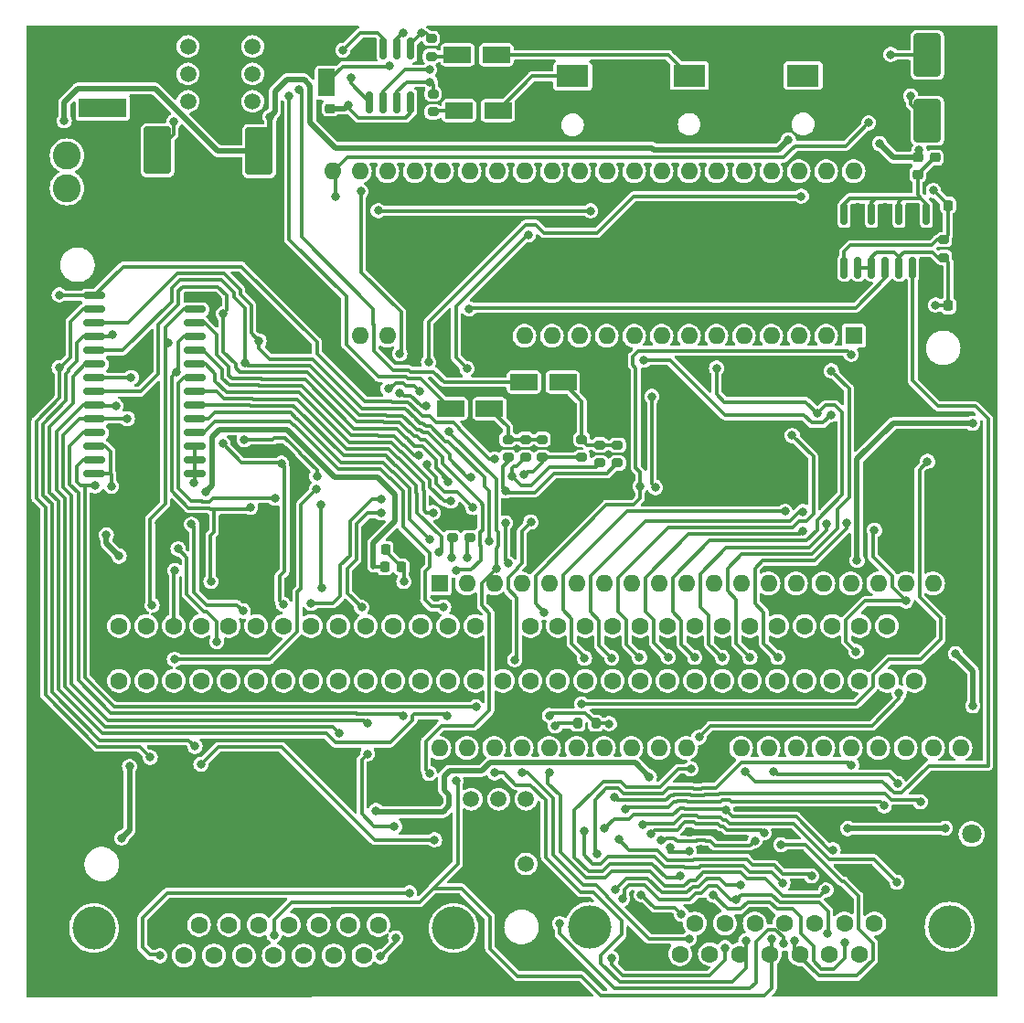
<source format=gtl>
%TF.GenerationSoftware,KiCad,Pcbnew,7.0.11-2.fc39*%
%TF.CreationDate,2024-06-25T10:32:52+03:00*%
%TF.ProjectId,rev.1,7265762e-312e-46b6-9963-61645f706362,rev?*%
%TF.SameCoordinates,Original*%
%TF.FileFunction,Copper,L1,Top*%
%TF.FilePolarity,Positive*%
%FSLAX46Y46*%
G04 Gerber Fmt 4.6, Leading zero omitted, Abs format (unit mm)*
G04 Created by KiCad (PCBNEW 7.0.11-2.fc39) date 2024-06-25 10:32:52*
%MOMM*%
%LPD*%
G01*
G04 APERTURE LIST*
G04 Aperture macros list*
%AMRoundRect*
0 Rectangle with rounded corners*
0 $1 Rounding radius*
0 $2 $3 $4 $5 $6 $7 $8 $9 X,Y pos of 4 corners*
0 Add a 4 corners polygon primitive as box body*
4,1,4,$2,$3,$4,$5,$6,$7,$8,$9,$2,$3,0*
0 Add four circle primitives for the rounded corners*
1,1,$1+$1,$2,$3*
1,1,$1+$1,$4,$5*
1,1,$1+$1,$6,$7*
1,1,$1+$1,$8,$9*
0 Add four rect primitives between the rounded corners*
20,1,$1+$1,$2,$3,$4,$5,0*
20,1,$1+$1,$4,$5,$6,$7,0*
20,1,$1+$1,$6,$7,$8,$9,0*
20,1,$1+$1,$8,$9,$2,$3,0*%
G04 Aperture macros list end*
%TA.AperFunction,SMDPad,CuDef*%
%ADD10RoundRect,0.200000X-0.275000X0.200000X-0.275000X-0.200000X0.275000X-0.200000X0.275000X0.200000X0*%
%TD*%
%TA.AperFunction,ComponentPad*%
%ADD11C,4.000000*%
%TD*%
%TA.AperFunction,ComponentPad*%
%ADD12R,1.600000X1.600000*%
%TD*%
%TA.AperFunction,ComponentPad*%
%ADD13C,1.600000*%
%TD*%
%TA.AperFunction,SMDPad,CuDef*%
%ADD14RoundRect,0.225000X-0.250000X0.225000X-0.250000X-0.225000X0.250000X-0.225000X0.250000X0.225000X0*%
%TD*%
%TA.AperFunction,SMDPad,CuDef*%
%ADD15RoundRect,0.200000X0.275000X-0.200000X0.275000X0.200000X-0.275000X0.200000X-0.275000X-0.200000X0*%
%TD*%
%TA.AperFunction,SMDPad,CuDef*%
%ADD16RoundRect,0.218750X-0.218750X-0.256250X0.218750X-0.256250X0.218750X0.256250X-0.218750X0.256250X0*%
%TD*%
%TA.AperFunction,SMDPad,CuDef*%
%ADD17RoundRect,0.150000X-0.150000X0.825000X-0.150000X-0.825000X0.150000X-0.825000X0.150000X0.825000X0*%
%TD*%
%TA.AperFunction,ComponentPad*%
%ADD18C,1.500000*%
%TD*%
%TA.AperFunction,ComponentPad*%
%ADD19R,3.000000X2.000000*%
%TD*%
%TA.AperFunction,ComponentPad*%
%ADD20R,2.000000X3.000000*%
%TD*%
%TA.AperFunction,SMDPad,CuDef*%
%ADD21RoundRect,0.225000X-0.225000X-0.250000X0.225000X-0.250000X0.225000X0.250000X-0.225000X0.250000X0*%
%TD*%
%TA.AperFunction,SMDPad,CuDef*%
%ADD22RoundRect,0.250000X-1.050000X-0.550000X1.050000X-0.550000X1.050000X0.550000X-1.050000X0.550000X0*%
%TD*%
%TA.AperFunction,SMDPad,CuDef*%
%ADD23RoundRect,0.150000X0.875000X0.150000X-0.875000X0.150000X-0.875000X-0.150000X0.875000X-0.150000X0*%
%TD*%
%TA.AperFunction,ComponentPad*%
%ADD24R,4.400000X1.800000*%
%TD*%
%TA.AperFunction,ComponentPad*%
%ADD25O,4.000000X1.800000*%
%TD*%
%TA.AperFunction,ComponentPad*%
%ADD26O,1.800000X4.000000*%
%TD*%
%TA.AperFunction,SMDPad,CuDef*%
%ADD27RoundRect,0.200000X0.200000X0.275000X-0.200000X0.275000X-0.200000X-0.275000X0.200000X-0.275000X0*%
%TD*%
%TA.AperFunction,ComponentPad*%
%ADD28C,2.600000*%
%TD*%
%TA.AperFunction,SMDPad,CuDef*%
%ADD29RoundRect,0.250000X-1.000000X1.950000X-1.000000X-1.950000X1.000000X-1.950000X1.000000X1.950000X0*%
%TD*%
%TA.AperFunction,SMDPad,CuDef*%
%ADD30RoundRect,0.218750X-0.256250X0.218750X-0.256250X-0.218750X0.256250X-0.218750X0.256250X0.218750X0*%
%TD*%
%TA.AperFunction,SMDPad,CuDef*%
%ADD31RoundRect,0.250000X1.000000X-1.750000X1.000000X1.750000X-1.000000X1.750000X-1.000000X-1.750000X0*%
%TD*%
%TA.AperFunction,ComponentPad*%
%ADD32R,1.800000X1.800000*%
%TD*%
%TA.AperFunction,ComponentPad*%
%ADD33C,1.800000*%
%TD*%
%TA.AperFunction,SMDPad,CuDef*%
%ADD34RoundRect,0.250000X0.550000X-1.050000X0.550000X1.050000X-0.550000X1.050000X-0.550000X-1.050000X0*%
%TD*%
%TA.AperFunction,SMDPad,CuDef*%
%ADD35RoundRect,0.150000X0.150000X-0.825000X0.150000X0.825000X-0.150000X0.825000X-0.150000X-0.825000X0*%
%TD*%
%TA.AperFunction,ComponentPad*%
%ADD36O,1.600000X1.600000*%
%TD*%
%TA.AperFunction,ViaPad*%
%ADD37C,0.800000*%
%TD*%
%TA.AperFunction,Conductor*%
%ADD38C,0.310000*%
%TD*%
%TA.AperFunction,Conductor*%
%ADD39C,0.500000*%
%TD*%
G04 APERTURE END LIST*
D10*
%TO.P,R15,1*%
%TO.N,Net-(C23-Pad2)*%
X156595000Y-92455000D03*
%TO.P,R15,2*%
%TO.N,/SOUT*%
X156595000Y-94105000D03*
%TD*%
D11*
%TO.P,X5,0*%
%TO.N,N/C*%
X157350000Y-137580000D03*
X190650000Y-137580000D03*
D12*
%TO.P,X5,1*%
%TO.N,GNDD*%
X164305000Y-137280000D03*
D13*
%TO.P,X5,2*%
%TO.N,/J1D0*%
X167075000Y-137280000D03*
%TO.P,X5,3*%
%TO.N,/IRQ*%
X169845000Y-137280000D03*
%TO.P,X5,4*%
%TO.N,/J2D4*%
X172615000Y-137280000D03*
%TO.P,X5,5*%
%TO.N,/J2D3*%
X175385000Y-137280000D03*
%TO.P,X5,6*%
%TO.N,/J2D2*%
X178155000Y-137280000D03*
%TO.P,X5,7*%
%TO.N,/J2D1*%
X180925000Y-137280000D03*
%TO.P,X5,8*%
%TO.N,/J2D0*%
X183695000Y-137280000D03*
%TO.P,X5,9*%
%TO.N,/J2CLK*%
X165690000Y-140120000D03*
%TO.P,X5,10*%
%TO.N,/OUT2*%
X168460000Y-140120000D03*
%TO.P,X5,11*%
%TO.N,/OUT1*%
X171230000Y-140120000D03*
%TO.P,X5,12*%
%TO.N,/OUT0*%
X174000000Y-140120000D03*
%TO.P,X5,13*%
%TO.N,/J1D1*%
X176770000Y-140120000D03*
%TO.P,X5,14*%
%TO.N,/J1CLK*%
X179540000Y-140120000D03*
%TO.P,X5,15*%
%TO.N,Net-(C44-Pad1)*%
X182310000Y-140120000D03*
%TD*%
D14*
%TO.P,C43,1*%
%TO.N,Net-(DD9-4Y)*%
X189305000Y-66360000D03*
%TO.P,C43,2*%
%TO.N,GNDD*%
X189305000Y-67910000D03*
%TD*%
D15*
%TO.P,R34,1*%
%TO.N,Net-(C36-Pad1)*%
X142655000Y-56975000D03*
%TO.P,R34,2*%
%TO.N,Net-(DA2-Pad1)*%
X142655000Y-55325000D03*
%TD*%
D16*
%TO.P,L5,1*%
%TO.N,+5V*%
X138327500Y-104270000D03*
%TO.P,L5,2*%
%TO.N,Net-(DD3-VCC)*%
X139902500Y-104270000D03*
%TD*%
D17*
%TO.P,DA2,1*%
%TO.N,Net-(DA2-Pad1)*%
X140755000Y-56270000D03*
%TO.P,DA2,2,-*%
%TO.N,Net-(DA2.1--)*%
X139485000Y-56270000D03*
%TO.P,DA2,3,+*%
%TO.N,Net-(DA2.1-+)*%
X138215000Y-56270000D03*
%TO.P,DA2,4,V-*%
%TO.N,GNDD*%
X136945000Y-56270000D03*
%TO.P,DA2,5,+*%
%TO.N,Net-(DA2.2-+)*%
X136945000Y-61220000D03*
%TO.P,DA2,6,-*%
%TO.N,Net-(DA2.2--)*%
X138215000Y-61220000D03*
%TO.P,DA2,7*%
%TO.N,Net-(DA2-Pad7)*%
X139485000Y-61220000D03*
%TO.P,DA2,8,V+*%
%TO.N,+5VA*%
X140755000Y-61220000D03*
%TD*%
D18*
%TO.P,SW2,1,1*%
%TO.N,unconnected-(SW2-Pad1)*%
X120125000Y-61150000D03*
%TO.P,SW2,2,2*%
%TO.N,Net-(D1-K)*%
X120125000Y-58610000D03*
%TO.P,SW2,3,3*%
X120125000Y-56070000D03*
%TO.P,SW2,4,4*%
%TO.N,Net-(DA1-Vin)*%
X126125000Y-61150000D03*
%TO.P,SW2,5,5*%
X126125000Y-58610000D03*
%TO.P,SW2,6,6*%
%TO.N,unconnected-(SW2-Pad6)*%
X126125000Y-56070000D03*
%TD*%
D19*
%TO.P,X4,1,Pin_1*%
%TO.N,Net-(X4-Pin_1)*%
X155745000Y-58820000D03*
D20*
%TO.P,X4,2,Pin_2*%
%TO.N,GNDD*%
X159495000Y-62320000D03*
%TO.P,X4,3,Pin_3*%
X151995000Y-62320000D03*
%TD*%
D14*
%TO.P,C27,1*%
%TO.N,+5VA*%
X133285000Y-61795000D03*
%TO.P,C27,2*%
%TO.N,GNDD*%
X133285000Y-63345000D03*
%TD*%
D21*
%TO.P,C30,1*%
%TO.N,Net-(DD9-1A)*%
X190510000Y-70770000D03*
%TO.P,C30,2*%
%TO.N,GNDD*%
X192060000Y-70770000D03*
%TD*%
D10*
%TO.P,R14,1*%
%TO.N,Net-(C23-Pad2)*%
X159905000Y-92985000D03*
%TO.P,R14,2*%
%TO.N,/SQR*%
X159905000Y-94635000D03*
%TD*%
D11*
%TO.P,X2,0*%
%TO.N,N/C*%
X111425000Y-137710000D03*
X144725000Y-137710000D03*
D12*
%TO.P,X2,1*%
%TO.N,GNDD*%
X118380000Y-137410000D03*
D13*
%TO.P,X2,2*%
%TO.N,unconnected-(X2-Pad2)*%
X121150000Y-137410000D03*
%TO.P,X2,3*%
%TO.N,unconnected-(X2-Pad3)*%
X123920000Y-137410000D03*
%TO.P,X2,4*%
%TO.N,unconnected-(X2-Pad4)*%
X126690000Y-137410000D03*
%TO.P,X2,5*%
%TO.N,unconnected-(X2-Pad5)*%
X129460000Y-137410000D03*
%TO.P,X2,6*%
%TO.N,unconnected-(X2-Pad6)*%
X132230000Y-137410000D03*
%TO.P,X2,7*%
%TO.N,unconnected-(X2-Pad7)*%
X135000000Y-137410000D03*
%TO.P,X2,8*%
%TO.N,/J1D0*%
X137770000Y-137410000D03*
%TO.P,X2,9*%
%TO.N,/J1CLK*%
X119765000Y-140250000D03*
%TO.P,X2,10*%
%TO.N,unconnected-(X2-Pad10)*%
X122535000Y-140250000D03*
%TO.P,X2,11*%
%TO.N,unconnected-(X2-Pad11)*%
X125305000Y-140250000D03*
%TO.P,X2,12*%
%TO.N,/OUT0*%
X128075000Y-140250000D03*
%TO.P,X2,13*%
%TO.N,unconnected-(X2-Pad13)*%
X130845000Y-140250000D03*
%TO.P,X2,14*%
%TO.N,unconnected-(X2-Pad14)*%
X133615000Y-140250000D03*
%TO.P,X2,15*%
%TO.N,Net-(C22-Pad1)*%
X136385000Y-140250000D03*
%TD*%
D22*
%TO.P,C23,1*%
%TO.N,Net-(DA2.1-+)*%
X151235000Y-87160000D03*
%TO.P,C23,2*%
%TO.N,Net-(C23-Pad2)*%
X154835000Y-87160000D03*
%TD*%
D10*
%TO.P,R17,1*%
%TO.N,Net-(C24-Pad2)*%
X149755000Y-92445000D03*
%TO.P,R17,2*%
%TO.N,/SQR*%
X149755000Y-94095000D03*
%TD*%
D23*
%TO.P,DD6,1,A14*%
%TO.N,Net-(DD6-A12)*%
X120745000Y-95645000D03*
%TO.P,DD6,2,A12*%
X120745000Y-94375000D03*
%TO.P,DD6,3,A7*%
X120745000Y-93105000D03*
%TO.P,DD6,4,A6*%
%TO.N,/VA10*%
X120745000Y-91835000D03*
%TO.P,DD6,5,A5*%
%TO.N,/PA6*%
X120745000Y-90565000D03*
%TO.P,DD6,6,A4*%
%TO.N,/PA5*%
X120745000Y-89295000D03*
%TO.P,DD6,7,A3*%
%TO.N,/PA4*%
X120745000Y-88025000D03*
%TO.P,DD6,8,A2*%
%TO.N,/PA3*%
X120745000Y-86755000D03*
%TO.P,DD6,9,A1*%
%TO.N,/PA2*%
X120745000Y-85485000D03*
%TO.P,DD6,10,A0*%
%TO.N,/PA0*%
X120745000Y-84215000D03*
%TO.P,DD6,11,Q0*%
%TO.N,/PAD1*%
X120745000Y-82945000D03*
%TO.P,DD6,12,Q1*%
%TO.N,/PAD2*%
X120745000Y-81675000D03*
%TO.P,DD6,13,Q2*%
%TO.N,/PAD3*%
X120745000Y-80405000D03*
%TO.P,DD6,14,GND*%
%TO.N,GNDD*%
X120745000Y-79135000D03*
%TO.P,DD6,15,Q3*%
%TO.N,/PAD4*%
X111445000Y-79135000D03*
%TO.P,DD6,16,Q4*%
%TO.N,/PAD5*%
X111445000Y-80405000D03*
%TO.P,DD6,17,Q5*%
%TO.N,/PAD6*%
X111445000Y-81675000D03*
%TO.P,DD6,18,Q6*%
%TO.N,/PAD7*%
X111445000Y-82945000D03*
%TO.P,DD6,19,Q7*%
%TO.N,/PAD0*%
X111445000Y-84215000D03*
%TO.P,DD6,20,~{CS}*%
%TO.N,/VRAM*%
X111445000Y-85485000D03*
%TO.P,DD6,21,A10*%
%TO.N,/PA1*%
X111445000Y-86755000D03*
%TO.P,DD6,22,~{OE}*%
%TO.N,/PRD*%
X111445000Y-88025000D03*
%TO.P,DD6,23,A11*%
%TO.N,/PA9*%
X111445000Y-89295000D03*
%TO.P,DD6,24,A9*%
%TO.N,/PA8*%
X111445000Y-90565000D03*
%TO.P,DD6,25,A8*%
%TO.N,/PA7*%
X111445000Y-91835000D03*
%TO.P,DD6,26,A13*%
%TO.N,Net-(DD6-A12)*%
X111445000Y-93105000D03*
%TO.P,DD6,27,~{WE}*%
%TO.N,/PWR*%
X111445000Y-94375000D03*
%TO.P,DD6,28,VCC*%
%TO.N,Net-(DD6-A12)*%
X111445000Y-95645000D03*
%TD*%
D24*
%TO.P,X1,1,Pin_1*%
%TO.N,Net-(D1-A)*%
X112215000Y-61710000D03*
D25*
%TO.P,X1,2,Pin_2*%
%TO.N,GNDD*%
X112215000Y-55910000D03*
D26*
%TO.P,X1,3,Pin_3*%
X107415000Y-58710000D03*
%TD*%
D27*
%TO.P,R2,1*%
%TO.N,Net-(DD1-NMI)*%
X157890000Y-118750000D03*
%TO.P,R2,2*%
%TO.N,Net-(DD1-VCC)*%
X156240000Y-118750000D03*
%TD*%
D21*
%TO.P,C8,1*%
%TO.N,Net-(DD3-VCC)*%
X138410000Y-102620000D03*
%TO.P,C8,2*%
%TO.N,GNDD*%
X139960000Y-102620000D03*
%TD*%
D15*
%TO.P,R37,1*%
%TO.N,Net-(DD9-1Y)*%
X190105000Y-75610000D03*
%TO.P,R37,2*%
%TO.N,Net-(DD9-1A)*%
X190105000Y-73960000D03*
%TD*%
D21*
%TO.P,C31,1*%
%TO.N,Net-(DD9-1Y)*%
X190550000Y-80080000D03*
%TO.P,C31,2*%
%TO.N,GNDD*%
X192100000Y-80080000D03*
%TD*%
D10*
%TO.P,R18,1*%
%TO.N,Net-(C24-Pad2)*%
X152935000Y-92455000D03*
%TO.P,R18,2*%
%TO.N,/SOUT*%
X152935000Y-94105000D03*
%TD*%
D28*
%TO.P,L4,1*%
%TO.N,Net-(D2-K)*%
X108925000Y-69180000D03*
%TO.P,L4,2*%
%TO.N,+5V*%
X108925000Y-66180000D03*
%TD*%
D18*
%TO.P,SW1,1,1*%
%TO.N,unconnected-(SW1-Pad1)*%
X151435000Y-131770000D03*
%TO.P,SW1,2,2*%
%TO.N,GNDD*%
X148895000Y-131770000D03*
%TO.P,SW1,3,3*%
X146355000Y-131770000D03*
%TO.P,SW1,4,4*%
%TO.N,/RESET*%
X151435000Y-125770000D03*
%TO.P,SW1,5,5*%
X148895000Y-125770000D03*
%TO.P,SW1,6,6*%
%TO.N,unconnected-(SW1-Pad6)*%
X146355000Y-125770000D03*
%TD*%
D19*
%TO.P,X6,1,Pin_1*%
%TO.N,Net-(X6-Pin_1)*%
X177085000Y-58750000D03*
D20*
%TO.P,X6,2,Pin_2*%
%TO.N,GNDD*%
X180835000Y-62250000D03*
%TO.P,X6,3,Pin_3*%
X173335000Y-62250000D03*
%TD*%
D29*
%TO.P,C3,1*%
%TO.N,Net-(DA1-Vin)*%
X117305000Y-65680000D03*
%TO.P,C3,2*%
%TO.N,GNDD*%
X117305000Y-73080000D03*
%TD*%
D10*
%TO.P,R13,1*%
%TO.N,Net-(C23-Pad2)*%
X158275000Y-92965000D03*
%TO.P,R13,2*%
%TO.N,/DMC*%
X158275000Y-94615000D03*
%TD*%
D30*
%TO.P,L15,1*%
%TO.N,+5V*%
X187715000Y-66342500D03*
%TO.P,L15,2*%
%TO.N,Net-(DD9-4Y)*%
X187715000Y-67917500D03*
%TD*%
D31*
%TO.P,C41,1*%
%TO.N,Net-(D4-A)*%
X188595000Y-62950000D03*
%TO.P,C41,2*%
%TO.N,Net-(C41-Pad2)*%
X188595000Y-56850000D03*
%TD*%
D32*
%TO.P,D3,1,K*%
%TO.N,GNDD*%
X192695000Y-131540000D03*
D33*
%TO.P,D3,2,A*%
%TO.N,Net-(D3-A)*%
X192695000Y-129000000D03*
%TD*%
D34*
%TO.P,C28,1*%
%TO.N,Net-(C26-Pad1)*%
X132975000Y-59420000D03*
%TO.P,C28,2*%
%TO.N,GNDD*%
X132975000Y-55820000D03*
%TD*%
D10*
%TO.P,R16,1*%
%TO.N,Net-(C24-Pad2)*%
X151385000Y-92455000D03*
%TO.P,R16,2*%
%TO.N,/DMC*%
X151385000Y-94105000D03*
%TD*%
D12*
%TO.P,XP1,1,GND*%
%TO.N,GNDD*%
X187415000Y-109730000D03*
D13*
%TO.P,XP1,2,A11*%
%TO.N,/A11*%
X184875000Y-109730000D03*
%TO.P,XP1,3,A10*%
%TO.N,/A10*%
X182335000Y-109730000D03*
%TO.P,XP1,4,A9*%
%TO.N,/A9*%
X179795000Y-109730000D03*
%TO.P,XP1,5,A8*%
%TO.N,/A8*%
X177255000Y-109730000D03*
%TO.P,XP1,6,A7*%
%TO.N,/A7*%
X174715000Y-109730000D03*
%TO.P,XP1,7,A6*%
%TO.N,/A6*%
X172175000Y-109730000D03*
%TO.P,XP1,8,A5*%
%TO.N,/A5*%
X169635000Y-109730000D03*
%TO.P,XP1,9,A4*%
%TO.N,/A4*%
X167095000Y-109730000D03*
%TO.P,XP1,10,A3*%
%TO.N,/A3*%
X164555000Y-109730000D03*
%TO.P,XP1,11,A2*%
%TO.N,/A2*%
X162015000Y-109730000D03*
%TO.P,XP1,12,A1*%
%TO.N,/A1*%
X159475000Y-109730000D03*
%TO.P,XP1,13,A0*%
%TO.N,/A0*%
X156935000Y-109730000D03*
%TO.P,XP1,14,~{WR}*%
%TO.N,/R_W*%
X154395000Y-109730000D03*
%TO.P,XP1,15,~{IRQ}*%
%TO.N,/IRQ*%
X151855000Y-109730000D03*
%TO.P,XP1,16,GND*%
%TO.N,GNDD*%
X149315000Y-109730000D03*
%TO.P,XP1,17,PRD*%
%TO.N,/PRD*%
X146775000Y-109730000D03*
%TO.P,XP1,18,VA10*%
%TO.N,/VA10*%
X144235000Y-109730000D03*
%TO.P,XP1,19,PA6*%
%TO.N,/PA6*%
X141695000Y-109730000D03*
%TO.P,XP1,20,PA5*%
%TO.N,/PA5*%
X139155000Y-109730000D03*
%TO.P,XP1,21,PA4*%
%TO.N,/PA4*%
X136615000Y-109730000D03*
%TO.P,XP1,22,PA3*%
%TO.N,/PA3*%
X134075000Y-109730000D03*
%TO.P,XP1,23,PA2*%
%TO.N,/PA2*%
X131535000Y-109730000D03*
%TO.P,XP1,24,PA1*%
%TO.N,/PA1*%
X128995000Y-109730000D03*
%TO.P,XP1,25,PA0*%
%TO.N,/PA0*%
X126455000Y-109730000D03*
%TO.P,XP1,26,PAD0*%
%TO.N,/PAD0*%
X123915000Y-109730000D03*
%TO.P,XP1,27,PAD1*%
%TO.N,/PAD1*%
X121375000Y-109730000D03*
%TO.P,XP1,28,PAD2*%
%TO.N,/PAD2*%
X118835000Y-109730000D03*
%TO.P,XP1,29,PAD3*%
%TO.N,/PAD3*%
X116295000Y-109730000D03*
%TO.P,XP1,30,VCC*%
%TO.N,Net-(C19-Pad1)*%
X113755000Y-109730000D03*
%TO.P,XP1,31,VCC*%
%TO.N,Net-(C25-Pad1)*%
X187415000Y-114810000D03*
%TO.P,XP1,32,F2*%
%TO.N,/F2*%
X184875000Y-114810000D03*
%TO.P,XP1,33,A12*%
%TO.N,/A12*%
X182335000Y-114810000D03*
%TO.P,XP1,34,A13*%
%TO.N,/A13*%
X179795000Y-114810000D03*
%TO.P,XP1,35,A14*%
%TO.N,/A14*%
X177255000Y-114810000D03*
%TO.P,XP1,36,D7*%
%TO.N,/D7*%
X174715000Y-114810000D03*
%TO.P,XP1,37,D6*%
%TO.N,/D6*%
X172175000Y-114810000D03*
%TO.P,XP1,38,D5*%
%TO.N,/D5*%
X169635000Y-114810000D03*
%TO.P,XP1,39,D4*%
%TO.N,/D4*%
X167095000Y-114810000D03*
%TO.P,XP1,40,D3*%
%TO.N,/D3*%
X164555000Y-114810000D03*
%TO.P,XP1,41,D2*%
%TO.N,/D2*%
X162015000Y-114810000D03*
%TO.P,XP1,42,D1*%
%TO.N,/D1*%
X159475000Y-114810000D03*
%TO.P,XP1,43,D0*%
%TO.N,/D0*%
X156935000Y-114810000D03*
%TO.P,XP1,44,~{CSROM}*%
%TO.N,/CART*%
X154395000Y-114810000D03*
%TO.P,XP1,45,SIN*%
%TO.N,/SOUT*%
X151855000Y-114810000D03*
%TO.P,XP1,46,SOUT*%
X149315000Y-114810000D03*
%TO.P,XP1,47,~{VWR}*%
%TO.N,/PWR*%
X146775000Y-114810000D03*
%TO.P,XP1,48,~{VCS}*%
%TO.N,/VRAM*%
X144235000Y-114810000D03*
%TO.P,XP1,49,~{PA13}*%
%TO.N,/nPA13*%
X141695000Y-114810000D03*
%TO.P,XP1,50,PA7*%
%TO.N,/PA7*%
X139155000Y-114810000D03*
%TO.P,XP1,51,PA8*%
%TO.N,/PA8*%
X136615000Y-114810000D03*
%TO.P,XP1,52,PA9*%
%TO.N,/PA9*%
X134075000Y-114810000D03*
%TO.P,XP1,53,PA10*%
%TO.N,/PA10*%
X131535000Y-114810000D03*
%TO.P,XP1,54,PA11*%
%TO.N,/PA11*%
X128995000Y-114810000D03*
%TO.P,XP1,55,PA12*%
%TO.N,/PA12*%
X126455000Y-114810000D03*
%TO.P,XP1,56,PA13*%
%TO.N,/PA13*%
X123915000Y-114810000D03*
%TO.P,XP1,57,PAD7*%
%TO.N,/PAD7*%
X121375000Y-114810000D03*
%TO.P,XP1,58,PAD6*%
%TO.N,/PAD6*%
X118835000Y-114810000D03*
%TO.P,XP1,59,PAD5*%
%TO.N,/PAD5*%
X116295000Y-114810000D03*
%TO.P,XP1,60,PAD4*%
%TO.N,/PAD4*%
X113755000Y-114810000D03*
%TD*%
D35*
%TO.P,DD9,1,1A*%
%TO.N,Net-(DD9-1A)*%
X180895000Y-76550000D03*
%TO.P,DD9,2,1Y*%
%TO.N,Net-(DD9-1Y)*%
X182165000Y-76550000D03*
%TO.P,DD9,3,2A*%
X183435000Y-76550000D03*
%TO.P,DD9,4,2Y*%
%TO.N,/PPU_CLK*%
X184705000Y-76550000D03*
%TO.P,DD9,5,3A*%
%TO.N,Net-(DD9-1Y)*%
X185975000Y-76550000D03*
%TO.P,DD9,6,3Y*%
%TO.N,/CPU_CLK*%
X187245000Y-76550000D03*
%TO.P,DD9,7,GND*%
%TO.N,GNDD*%
X188515000Y-76550000D03*
%TO.P,DD9,8,4Y*%
%TO.N,Net-(DD9-4Y)*%
X188515000Y-71600000D03*
%TO.P,DD9,9,4A*%
%TO.N,GNDD*%
X187245000Y-71600000D03*
%TO.P,DD9,10,5Y*%
%TO.N,Net-(DD9-4Y)*%
X185975000Y-71600000D03*
%TO.P,DD9,11,5A*%
%TO.N,GNDD*%
X184705000Y-71600000D03*
%TO.P,DD9,12,6Y*%
%TO.N,Net-(DD9-4Y)*%
X183435000Y-71600000D03*
%TO.P,DD9,13,6A*%
%TO.N,GNDD*%
X182165000Y-71600000D03*
%TO.P,DD9,14,VCC*%
%TO.N,Net-(DD9-4Y)*%
X180895000Y-71600000D03*
%TD*%
D29*
%TO.P,C9,1*%
%TO.N,+5V*%
X126725000Y-65750000D03*
%TO.P,C9,2*%
%TO.N,GNDD*%
X126725000Y-73150000D03*
%TD*%
D22*
%TO.P,C24,1*%
%TO.N,Net-(DA2.2-+)*%
X144455000Y-89590000D03*
%TO.P,C24,2*%
%TO.N,Net-(C24-Pad2)*%
X148055000Y-89590000D03*
%TD*%
%TO.P,C37,1*%
%TO.N,Net-(C37-Pad1)*%
X145225000Y-62010000D03*
%TO.P,C37,2*%
%TO.N,Net-(X4-Pin_1)*%
X148825000Y-62010000D03*
%TD*%
D19*
%TO.P,X3,1,Pin_1*%
%TO.N,Net-(X3-Pin_1)*%
X166545000Y-58770000D03*
D20*
%TO.P,X3,2,Pin_2*%
%TO.N,GNDD*%
X170295000Y-62270000D03*
%TO.P,X3,3,Pin_3*%
X162795000Y-62270000D03*
%TD*%
D15*
%TO.P,R35,1*%
%TO.N,Net-(C37-Pad1)*%
X142825000Y-62115000D03*
%TO.P,R35,2*%
%TO.N,Net-(DA2-Pad7)*%
X142825000Y-60465000D03*
%TD*%
%TO.P,R10,1*%
%TO.N,/SQR*%
X144605000Y-101535000D03*
%TO.P,R10,2*%
%TO.N,GNDD*%
X144605000Y-99885000D03*
%TD*%
%TO.P,R9,1*%
%TO.N,/DMC*%
X146205000Y-101535000D03*
%TO.P,R9,2*%
%TO.N,GNDD*%
X146205000Y-99885000D03*
%TD*%
D22*
%TO.P,C36,1*%
%TO.N,Net-(C36-Pad1)*%
X145095000Y-56850000D03*
%TO.P,C36,2*%
%TO.N,Net-(X3-Pin_1)*%
X148695000Y-56850000D03*
%TD*%
D12*
%TO.P,DD2,1,R/W*%
%TO.N,/R_W*%
X181770000Y-82865000D03*
D36*
%TO.P,DD2,2,D0*%
%TO.N,/D0*%
X179230000Y-82865000D03*
%TO.P,DD2,3,D1*%
%TO.N,/D1*%
X176690000Y-82865000D03*
%TO.P,DD2,4,D2*%
%TO.N,/D2*%
X174150000Y-82865000D03*
%TO.P,DD2,5,D3*%
%TO.N,/D3*%
X171610000Y-82865000D03*
%TO.P,DD2,6,D4*%
%TO.N,/D4*%
X169070000Y-82865000D03*
%TO.P,DD2,7,D5*%
%TO.N,/D5*%
X166530000Y-82865000D03*
%TO.P,DD2,8,D6*%
%TO.N,/D6*%
X163990000Y-82865000D03*
%TO.P,DD2,9,D7*%
%TO.N,/D7*%
X161450000Y-82865000D03*
%TO.P,DD2,10,A2*%
%TO.N,/A2*%
X158910000Y-82865000D03*
%TO.P,DD2,11,A1*%
%TO.N,/A1*%
X156370000Y-82865000D03*
%TO.P,DD2,12,A0*%
%TO.N,/A0*%
X153830000Y-82865000D03*
%TO.P,DD2,13,STB*%
%TO.N,Net-(DD2-STB)*%
X151290000Y-82865000D03*
%TO.P,DD2,14,EXT0*%
%TO.N,GNDD*%
X148750000Y-82865000D03*
%TO.P,DD2,15,EXT1*%
X146210000Y-82865000D03*
%TO.P,DD2,16,EXT2*%
X143670000Y-82865000D03*
%TO.P,DD2,17,EXT3*%
X141130000Y-82865000D03*
%TO.P,DD2,18,CLK*%
%TO.N,/PPU_CLK*%
X138590000Y-82865000D03*
%TO.P,DD2,19,NMI*%
%TO.N,Net-(DD1-NMI)*%
X136050000Y-82865000D03*
%TO.P,DD2,20,GND*%
%TO.N,GNDD*%
X133510000Y-82865000D03*
%TO.P,DD2,21,VIDEO*%
%TO.N,/VIDEO*%
X133510000Y-67625000D03*
%TO.P,DD2,22,RES*%
%TO.N,/RESET*%
X136050000Y-67625000D03*
%TO.P,DD2,23,PWR*%
%TO.N,/PWR*%
X138590000Y-67625000D03*
%TO.P,DD2,24,PRD*%
%TO.N,/PRD*%
X141130000Y-67625000D03*
%TO.P,DD2,25,PA13*%
%TO.N,/PA13*%
X143670000Y-67625000D03*
%TO.P,DD2,26,PA12*%
%TO.N,/PA12*%
X146210000Y-67625000D03*
%TO.P,DD2,27,PA11*%
%TO.N,/PA11*%
X148750000Y-67625000D03*
%TO.P,DD2,28,PA10*%
%TO.N,/PA10*%
X151290000Y-67625000D03*
%TO.P,DD2,29,PA9*%
%TO.N,/PA9*%
X153830000Y-67625000D03*
%TO.P,DD2,30,PA8*%
%TO.N,/PA8*%
X156370000Y-67625000D03*
%TO.P,DD2,31,PAD7*%
%TO.N,/PAD7*%
X158910000Y-67625000D03*
%TO.P,DD2,32,PAD6*%
%TO.N,/PAD6*%
X161450000Y-67625000D03*
%TO.P,DD2,33,PAD5*%
%TO.N,/PAD5*%
X163990000Y-67625000D03*
%TO.P,DD2,34,PAD4*%
%TO.N,/PAD4*%
X166530000Y-67625000D03*
%TO.P,DD2,35,PAD3*%
%TO.N,/PAD3*%
X169070000Y-67625000D03*
%TO.P,DD2,36,PAD2*%
%TO.N,/PAD2*%
X171610000Y-67625000D03*
%TO.P,DD2,37,PAD1*%
%TO.N,/PAD1*%
X174150000Y-67625000D03*
%TO.P,DD2,38,PAD0*%
%TO.N,/PAD0*%
X176690000Y-67625000D03*
%TO.P,DD2,39,PALE*%
%TO.N,/LE*%
X179230000Y-67625000D03*
%TO.P,DD2,40,VCC*%
%TO.N,Net-(DD2-VCC)*%
X181770000Y-67625000D03*
%TD*%
D12*
%TO.P,DD1,1,SQR*%
%TO.N,/SQR*%
X143410000Y-105785000D03*
D36*
%TO.P,DD1,2,DMS*%
%TO.N,/DMC*%
X145950000Y-105785000D03*
%TO.P,DD1,3,RES*%
%TO.N,/RESET*%
X148490000Y-105785000D03*
%TO.P,DD1,4,A0*%
%TO.N,/A0*%
X151030000Y-105785000D03*
%TO.P,DD1,5,A1*%
%TO.N,/A1*%
X153570000Y-105785000D03*
%TO.P,DD1,6,A2*%
%TO.N,/A2*%
X156110000Y-105785000D03*
%TO.P,DD1,7,A3*%
%TO.N,/A3*%
X158650000Y-105785000D03*
%TO.P,DD1,8,A4*%
%TO.N,/A4*%
X161190000Y-105785000D03*
%TO.P,DD1,9,A5*%
%TO.N,/A5*%
X163730000Y-105785000D03*
%TO.P,DD1,10,A6*%
%TO.N,/A6*%
X166270000Y-105785000D03*
%TO.P,DD1,11,A7*%
%TO.N,/A7*%
X168810000Y-105785000D03*
%TO.P,DD1,12,A8*%
%TO.N,/A8*%
X171350000Y-105785000D03*
%TO.P,DD1,13,A9*%
%TO.N,/A9*%
X173890000Y-105785000D03*
%TO.P,DD1,14,A10*%
%TO.N,/A10*%
X176430000Y-105785000D03*
%TO.P,DD1,15,A11*%
%TO.N,/A11*%
X178970000Y-105785000D03*
%TO.P,DD1,16,A12*%
%TO.N,/A12*%
X181510000Y-105785000D03*
%TO.P,DD1,17,A13*%
%TO.N,/A13*%
X184050000Y-105785000D03*
%TO.P,DD1,18,A14*%
%TO.N,/A14*%
X186590000Y-105785000D03*
%TO.P,DD1,19,A15*%
%TO.N,/A15*%
X189130000Y-105785000D03*
%TO.P,DD1,20,GND*%
%TO.N,GNDD*%
X191670000Y-105785000D03*
%TO.P,DD1,21,D7*%
%TO.N,/D7*%
X191670000Y-121025000D03*
%TO.P,DD1,22,D6*%
%TO.N,/D6*%
X189130000Y-121025000D03*
%TO.P,DD1,23,D5*%
%TO.N,/D5*%
X186590000Y-121025000D03*
%TO.P,DD1,24,D4*%
%TO.N,/D4*%
X184050000Y-121025000D03*
%TO.P,DD1,25,D3*%
%TO.N,/D3*%
X181510000Y-121025000D03*
%TO.P,DD1,26,D2*%
%TO.N,/D2*%
X178970000Y-121025000D03*
%TO.P,DD1,27,D1*%
%TO.N,/D1*%
X176430000Y-121025000D03*
%TO.P,DD1,28,D0*%
%TO.N,/D0*%
X173890000Y-121025000D03*
%TO.P,DD1,29,CLK*%
%TO.N,/CPU_CLK*%
X171350000Y-121025000D03*
%TO.P,DD1,30,DBG*%
%TO.N,GNDD*%
X168810000Y-121025000D03*
%TO.P,DD1,31,F2*%
%TO.N,/F2*%
X166270000Y-121025000D03*
%TO.P,DD1,32,IRQ*%
%TO.N,/IRQ*%
X163730000Y-121025000D03*
%TO.P,DD1,33,NMI*%
%TO.N,Net-(DD1-NMI)*%
X161190000Y-121025000D03*
%TO.P,DD1,34,R/W*%
%TO.N,/R_W*%
X158650000Y-121025000D03*
%TO.P,DD1,35,JOY2*%
%TO.N,/JOY2*%
X156110000Y-121025000D03*
%TO.P,DD1,36,JOY1*%
%TO.N,/JOY1*%
X153570000Y-121025000D03*
%TO.P,DD1,37,OUT2*%
%TO.N,/OUT2*%
X151030000Y-121025000D03*
%TO.P,DD1,38,OUT1*%
%TO.N,/OUT1*%
X148490000Y-121025000D03*
%TO.P,DD1,39,OUT0*%
%TO.N,/OUT0*%
X145950000Y-121025000D03*
%TO.P,DD1,40,VCC*%
%TO.N,Net-(DD1-VCC)*%
X143410000Y-121025000D03*
%TD*%
D37*
%TO.N,/RESET*%
X142483517Y-123380454D03*
X139755000Y-84520000D03*
X136165000Y-69490000D03*
X148695000Y-104430000D03*
X139715000Y-88140000D03*
X144323751Y-91730018D03*
X142215000Y-89330000D03*
%TO.N,GNDD*%
X152995000Y-135260000D03*
X141065000Y-132470000D03*
X146355000Y-128080000D03*
X188565000Y-78570000D03*
X139355000Y-124120000D03*
X167638223Y-130440252D03*
X149255000Y-111480000D03*
X137595000Y-123710000D03*
X188985000Y-109850000D03*
X140055000Y-136810000D03*
X169041346Y-123300796D03*
X133145000Y-132480000D03*
X110545000Y-74150000D03*
X112425000Y-67700000D03*
X131175000Y-55380000D03*
X178525000Y-92230000D03*
X117765000Y-103610000D03*
X148805000Y-81110000D03*
X115225000Y-85180000D03*
X164640000Y-141204177D03*
X191975000Y-101085000D03*
X184075000Y-94020000D03*
X167335000Y-123860000D03*
X125975000Y-78690000D03*
X188321143Y-139086276D03*
X172085000Y-96030000D03*
X128560885Y-93220000D03*
X143358010Y-125995676D03*
X193915000Y-55110000D03*
X140965000Y-128330000D03*
X134295000Y-123420000D03*
X115345000Y-103310000D03*
X128025509Y-104403457D03*
X143920341Y-99136488D03*
X184745000Y-73130000D03*
X176335108Y-133681436D03*
X180395000Y-134290000D03*
X141655000Y-103840000D03*
X183325000Y-99550000D03*
X155556570Y-134665301D03*
X130895000Y-83770000D03*
X122555000Y-79170000D03*
X133595000Y-136180000D03*
X173666657Y-136196428D03*
X186013000Y-65005000D03*
X148945000Y-137460000D03*
X189715000Y-112370000D03*
X117485529Y-100188216D03*
X150537806Y-115695920D03*
X143405000Y-131170000D03*
X183125000Y-134090000D03*
X134228658Y-84351079D03*
X129705000Y-105900000D03*
X141715000Y-137510000D03*
X166548908Y-128780000D03*
X169365000Y-129160000D03*
X153625000Y-98370000D03*
X168460221Y-137882078D03*
X122515000Y-69920000D03*
X140995000Y-84690000D03*
X191705000Y-107600000D03*
X180985000Y-86140000D03*
%TO.N,Net-(DA1-Vin)*%
X118804867Y-63040133D03*
%TO.N,Net-(DD1-VCC)*%
X154147553Y-118982699D03*
%TO.N,Net-(DD3-VCC)*%
X140115000Y-105620000D03*
%TO.N,+5V*%
X162849566Y-123701270D03*
X181235000Y-128490000D03*
X192795000Y-90960000D03*
X112565000Y-101300000D03*
X127725000Y-62560000D03*
X113985000Y-129370000D03*
X175725000Y-64710000D03*
X190255000Y-128460000D03*
X192815000Y-117140000D03*
X108675000Y-62950000D03*
X191215000Y-112300000D03*
X187837974Y-65660000D03*
X121785000Y-97340000D03*
X137555000Y-126830000D03*
X113755000Y-103260000D03*
X182095000Y-103640000D03*
X114715000Y-122750000D03*
X184173000Y-65055000D03*
%TO.N,Net-(DD5-A10)*%
X163415000Y-96910000D03*
X163095000Y-88470000D03*
%TO.N,Net-(DD6-A12)*%
X113025000Y-96780000D03*
X120672894Y-96432150D03*
%TO.N,/J1D0*%
X169844587Y-139519386D03*
X159365000Y-140510000D03*
%TO.N,/J1CLK*%
X170910783Y-135067422D03*
X117535000Y-140270000D03*
X140645000Y-134450000D03*
X179385000Y-138190000D03*
X160375000Y-135010000D03*
%TO.N,Net-(C22-Pad1)*%
X139365000Y-138650000D03*
X137965000Y-140350000D03*
%TO.N,+5VA*%
X134965000Y-61470000D03*
%TO.N,/J2D2*%
X160013349Y-129511651D03*
X177873535Y-132883992D03*
%TO.N,Net-(DD9-1A)*%
X189155000Y-69400000D03*
%TO.N,Net-(DD9-1Y)*%
X189375000Y-80010000D03*
%TO.N,/J2D1*%
X168765359Y-134650252D03*
X180985000Y-139030000D03*
%TO.N,/J2D0*%
X162214608Y-128147347D03*
X185785000Y-133480000D03*
%TO.N,/IRQ*%
X165720000Y-132875000D03*
X166691776Y-122955364D03*
%TO.N,/J2CLK*%
X162104254Y-134612549D03*
X165815000Y-136404230D03*
%TO.N,/J2D4*%
X175233545Y-133544813D03*
X156795000Y-128730000D03*
%TO.N,/OUT2*%
X166554609Y-138697498D03*
X151045000Y-123345000D03*
%TO.N,/J2D3*%
X175257560Y-139153840D03*
X154545000Y-137300000D03*
%TO.N,Net-(DA2-Pad1)*%
X141755000Y-54850000D03*
%TO.N,Net-(DA2.1--)*%
X140068006Y-54771003D03*
%TO.N,Net-(DA2.1-+)*%
X130446047Y-60065000D03*
X134485000Y-56405000D03*
%TO.N,Net-(DA2.2-+)*%
X135222207Y-58976277D03*
X129485903Y-60620474D03*
%TO.N,Net-(DA2.2--)*%
X142515000Y-58230000D03*
%TO.N,Net-(DA2-Pad7)*%
X142557255Y-59339198D03*
%TO.N,/SQR*%
X144525000Y-103400000D03*
X149530000Y-97230991D03*
%TO.N,/D7*%
X181135000Y-100202759D03*
X174745000Y-112640000D03*
%TO.N,/DMC*%
X146025000Y-103400000D03*
X150150000Y-95873201D03*
%TO.N,/D6*%
X179715000Y-86110000D03*
X162355000Y-85112211D03*
X172175000Y-112640000D03*
X179705000Y-90160000D03*
%TO.N,/D5*%
X179247364Y-100279340D03*
X169605000Y-112660000D03*
%TO.N,/D4*%
X169075000Y-85850000D03*
X167055000Y-112640000D03*
X187955000Y-126020000D03*
X159589254Y-125594362D03*
X178445000Y-90045000D03*
%TO.N,/D3*%
X177070852Y-100920852D03*
X164595000Y-112610000D03*
X181585000Y-122600000D03*
X158020598Y-130842302D03*
%TO.N,/D2*%
X158690670Y-128494049D03*
X176085000Y-92090000D03*
X179885744Y-130464146D03*
X161945000Y-112640000D03*
X169955329Y-126736539D03*
%TO.N,/D1*%
X159663616Y-134145000D03*
X159355000Y-112700000D03*
X171283045Y-133749201D03*
X177077605Y-99135714D03*
%TO.N,/D0*%
X156855000Y-112720000D03*
X185869689Y-124334148D03*
X160640623Y-126725000D03*
X175415000Y-99115000D03*
X184605303Y-126393165D03*
X174362554Y-123197446D03*
%TO.N,/CPU_CLK*%
X171741982Y-123205000D03*
%TO.N,/F2*%
X185980000Y-115915000D03*
X167455000Y-120030000D03*
%TO.N,Net-(DD1-NMI)*%
X138668802Y-87769087D03*
X149795000Y-103950000D03*
X141611210Y-87997256D03*
X159145000Y-118780000D03*
X142246890Y-94730185D03*
X149530000Y-100181705D03*
X146508252Y-98772826D03*
X153595000Y-118020000D03*
%TO.N,/R_W*%
X181545000Y-84580000D03*
X161985000Y-96800000D03*
X153130000Y-108465000D03*
%TO.N,/JOY2*%
X166527699Y-130547002D03*
X164795000Y-130240000D03*
%TO.N,/JOY1*%
X179214359Y-134183319D03*
X153568464Y-123345000D03*
%TO.N,/A14*%
X182005000Y-112090000D03*
X183702580Y-100854126D03*
X186615000Y-107420000D03*
%TO.N,/OUT1*%
X148523952Y-123345000D03*
X171795000Y-138870000D03*
%TO.N,/OUT0*%
X128105000Y-138370000D03*
X144946977Y-124102004D03*
X174206137Y-138701139D03*
%TO.N,/VIDEO*%
X133825000Y-69960000D03*
X183165000Y-63140000D03*
%TO.N,/PWR*%
X111555000Y-96750000D03*
X146795000Y-117230000D03*
%TO.N,/PRD*%
X123405000Y-80820000D03*
X144935000Y-104570000D03*
%TO.N,/PA13*%
X173463225Y-128875000D03*
X142965000Y-129540000D03*
X162990778Y-128943420D03*
X121327072Y-122530000D03*
%TO.N,/PA9*%
X134135000Y-119670000D03*
X113475000Y-89380000D03*
%TO.N,/PA8*%
X114525000Y-90530000D03*
X136725000Y-118760000D03*
%TO.N,/PAD7*%
X137738352Y-71273352D03*
X157415000Y-71290000D03*
X120785000Y-120890000D03*
X113135000Y-82750000D03*
%TO.N,/PAD6*%
X148011013Y-101911259D03*
X126714982Y-83325019D03*
X118875000Y-112830000D03*
X132055002Y-97030000D03*
%TO.N,/PAD5*%
X108205000Y-85796348D03*
X116635000Y-121900000D03*
%TO.N,/PAD4*%
X132065000Y-95870000D03*
X148544252Y-94275957D03*
X125349157Y-92480000D03*
X108205000Y-79070000D03*
%TO.N,/PAD3*%
X116806513Y-107785609D03*
X118260000Y-83515000D03*
%TO.N,/PAD2*%
X118915000Y-104610000D03*
X145965000Y-85900000D03*
X144184812Y-96386516D03*
X151678692Y-73499603D03*
%TO.N,/PAD1*%
X119043192Y-86208514D03*
X122250000Y-105621696D03*
X125905000Y-98750000D03*
%TO.N,/PPU_CLK*%
X146165000Y-80360000D03*
%TO.N,/PAD0*%
X119214800Y-102589908D03*
X122785000Y-111185000D03*
X146325796Y-95930904D03*
X125406560Y-85340000D03*
%TO.N,/LE*%
X176930000Y-69925000D03*
X142415000Y-85280000D03*
%TO.N,/PA7*%
X140061367Y-118095000D03*
%TO.N,/PA5*%
X143381692Y-102939413D03*
%TO.N,/PA3*%
X128200000Y-97915922D03*
X132405000Y-98510000D03*
X132545000Y-106220000D03*
%TO.N,/CART*%
X156595000Y-116945000D03*
X188615000Y-94490000D03*
%TO.N,/VA10*%
X143805000Y-107980000D03*
%TO.N,/PA6*%
X142535000Y-101720000D03*
%TO.N,/PA4*%
X136214038Y-108012334D03*
X142815000Y-99230000D03*
X138025000Y-99270000D03*
%TO.N,/PA2*%
X144475000Y-98175000D03*
X131535000Y-107630000D03*
X138033151Y-97979400D03*
%TO.N,/PA0*%
X125245000Y-108340000D03*
X141462000Y-93945294D03*
X120458831Y-100311823D03*
%TO.N,/VRAM*%
X144165000Y-118095000D03*
%TO.N,/PA1*%
X128775001Y-94657412D03*
X123355000Y-92840000D03*
X128935000Y-107710000D03*
X114865000Y-86720000D03*
%TO.N,/J1D1*%
X176323354Y-138881649D03*
X175045000Y-129980000D03*
%TO.N,/nPA13*%
X172633896Y-129612780D03*
X136765000Y-121570000D03*
X139255000Y-128280000D03*
X163930000Y-129535000D03*
%TO.N,Net-(D4-A)*%
X187065000Y-60650000D03*
%TO.N,/SOUT*%
X150378770Y-112861493D03*
X151880000Y-100086649D03*
X151251809Y-95738587D03*
%TO.N,Net-(C26-Pad1)*%
X138815074Y-57828574D03*
%TO.N,Net-(C41-Pad2)*%
X185215000Y-56800000D03*
%TD*%
D38*
%TO.N,/RESET*%
X144323751Y-91788751D02*
X144323751Y-91730018D01*
X148695000Y-104430000D02*
X147335000Y-105790000D01*
X148695000Y-102520000D02*
X148876013Y-102338987D01*
X148665000Y-100840000D02*
X148665000Y-96130000D01*
X148665000Y-96130000D02*
X144323751Y-91788751D01*
X136165000Y-69490000D02*
X136165000Y-76950000D01*
X139895000Y-88140000D02*
X139715000Y-88140000D01*
X141676094Y-89245000D02*
X141636094Y-89245000D01*
X148876013Y-102338987D02*
X148876013Y-101051013D01*
X147335000Y-107840000D02*
X148050000Y-108555000D01*
X141636094Y-89245000D02*
X140776094Y-88385000D01*
X136165000Y-76950000D02*
X139855000Y-80640000D01*
X148695000Y-104430000D02*
X148695000Y-102520000D01*
X148050000Y-117525000D02*
X146615000Y-118960000D01*
X148050000Y-108555000D02*
X148050000Y-117525000D01*
X139855000Y-84420000D02*
X139755000Y-84520000D01*
X141761094Y-89330000D02*
X141676094Y-89245000D01*
X140140000Y-88385000D02*
X139895000Y-88140000D01*
X142145000Y-120390000D02*
X142145000Y-123041937D01*
X142215000Y-89330000D02*
X141761094Y-89330000D01*
X147335000Y-105790000D02*
X147335000Y-107840000D01*
X139855000Y-80640000D02*
X139855000Y-84420000D01*
X146615000Y-118960000D02*
X143575000Y-118960000D01*
X143575000Y-118960000D02*
X142145000Y-120390000D01*
X142145000Y-123041937D02*
X142483517Y-123380454D01*
X148876013Y-101051013D02*
X148665000Y-100840000D01*
X140776094Y-88385000D02*
X140140000Y-88385000D01*
%TO.N,GNDD*%
X152200000Y-62115000D02*
X159290000Y-62115000D01*
X150580000Y-115653726D02*
X150580000Y-114286019D01*
X182935000Y-73040000D02*
X182165000Y-72270000D01*
X133135000Y-57280000D02*
X132975000Y-57120000D01*
X173335000Y-62250000D02*
X173540000Y-62045000D01*
X169365000Y-129160000D02*
X168985000Y-128780000D01*
X192060000Y-69565000D02*
X190405000Y-67910000D01*
X133630000Y-136145000D02*
X133595000Y-136180000D01*
X139960000Y-102620000D02*
X140435000Y-102620000D01*
X171295000Y-136840000D02*
X171295000Y-136811019D01*
X150580000Y-114286019D02*
X149255000Y-112961019D01*
X169145000Y-138500000D02*
X169190000Y-138545000D01*
X192060000Y-70770000D02*
X192060000Y-69565000D01*
X173315000Y-62270000D02*
X173335000Y-62250000D01*
X125268966Y-107160000D02*
X128025509Y-104403457D01*
X120878241Y-99416758D02*
X120968241Y-99506758D01*
X121235000Y-99930000D02*
X121385000Y-100080000D01*
X188515000Y-76550000D02*
X188515000Y-78520000D01*
X121385000Y-106410000D02*
X122135000Y-107160000D01*
X168460221Y-137882078D02*
X168527078Y-137882078D01*
X117375000Y-73150000D02*
X117305000Y-73080000D01*
X120745000Y-79135000D02*
X122520000Y-79135000D01*
X129935000Y-105670000D02*
X129705000Y-105900000D01*
X162795000Y-62270000D02*
X163000000Y-62065000D01*
X122520000Y-79135000D02*
X122555000Y-79170000D01*
X173470229Y-136000000D02*
X173666657Y-136196428D01*
X110545000Y-74150000D02*
X111615000Y-73080000D01*
X145355000Y-99885000D02*
X146205000Y-99885000D01*
X159495000Y-62320000D02*
X162745000Y-62320000D01*
X140755000Y-137510000D02*
X140055000Y-136810000D01*
X172106019Y-136000000D02*
X173470229Y-136000000D01*
X121235000Y-99506758D02*
X121235000Y-99930000D01*
X171295000Y-137730000D02*
X171295000Y-136840000D01*
X140435000Y-102620000D02*
X141655000Y-103840000D01*
X140055000Y-136810000D02*
X139390000Y-136145000D01*
X184705000Y-72940000D02*
X184605000Y-73040000D01*
X184805000Y-73040000D02*
X184705000Y-72940000D01*
X182165000Y-72270000D02*
X182165000Y-71600000D01*
X129935000Y-97010000D02*
X129935000Y-105670000D01*
X140565000Y-125330000D02*
X142692334Y-125330000D01*
X112425000Y-72270000D02*
X110545000Y-74150000D01*
X136945000Y-56270000D02*
X135935000Y-57280000D01*
X168527078Y-137882078D02*
X169145000Y-138500000D01*
X122595000Y-73150000D02*
X117375000Y-73150000D01*
X122135000Y-107160000D02*
X125268966Y-107160000D01*
X129935000Y-94594115D02*
X129935000Y-97010000D01*
X170480000Y-138545000D02*
X170585000Y-138440000D01*
X135935000Y-57280000D02*
X133135000Y-57280000D01*
X184705000Y-72940000D02*
X184705000Y-71600000D01*
X142692334Y-125330000D02*
X143358010Y-125995676D01*
X139390000Y-136145000D02*
X133630000Y-136145000D01*
X169190000Y-138545000D02*
X170480000Y-138545000D01*
X184745000Y-73130000D02*
X184805000Y-73040000D01*
X150537806Y-115695920D02*
X150580000Y-115653726D01*
X149255000Y-112961019D02*
X149255000Y-111480000D01*
X163000000Y-62065000D02*
X170090000Y-62065000D01*
X120968241Y-99506758D02*
X121235000Y-99506758D01*
X159290000Y-62115000D02*
X159495000Y-62320000D01*
X188515000Y-78520000D02*
X188565000Y-78570000D01*
X132975000Y-55820000D02*
X131615000Y-55820000D01*
X144668853Y-99885000D02*
X143920341Y-99136488D01*
X122515000Y-73070000D02*
X122595000Y-73150000D01*
X121385000Y-100080000D02*
X121385000Y-106410000D01*
X139355000Y-124120000D02*
X140565000Y-125330000D01*
X170090000Y-62065000D02*
X170295000Y-62270000D01*
X111615000Y-73080000D02*
X117305000Y-73080000D01*
X112425000Y-67700000D02*
X112425000Y-72270000D01*
X122515000Y-69920000D02*
X122515000Y-73070000D01*
X119256784Y-100188216D02*
X119938242Y-99506758D01*
X120071651Y-99506758D02*
X120161651Y-99416758D01*
X190405000Y-67910000D02*
X189305000Y-67910000D01*
X132975000Y-57120000D02*
X132975000Y-55820000D01*
X151995000Y-62320000D02*
X152200000Y-62115000D01*
X141715000Y-137510000D02*
X140755000Y-137510000D01*
X180630000Y-62045000D02*
X180835000Y-62250000D01*
X126725000Y-73150000D02*
X122595000Y-73150000D01*
X173540000Y-62045000D02*
X180630000Y-62045000D01*
X171295000Y-136811019D02*
X172106019Y-136000000D01*
X184605000Y-73040000D02*
X182935000Y-73040000D01*
X162745000Y-62320000D02*
X162795000Y-62270000D01*
X131615000Y-55820000D02*
X131175000Y-55380000D01*
X117485529Y-100188216D02*
X119256784Y-100188216D01*
X170585000Y-138440000D02*
X171295000Y-137730000D01*
X128560885Y-93220000D02*
X129935000Y-94594115D01*
X170295000Y-62270000D02*
X173315000Y-62270000D01*
X186779999Y-73040000D02*
X184745000Y-73130000D01*
X187245000Y-72574999D02*
X186779999Y-73040000D01*
X119938242Y-99506758D02*
X120071651Y-99506758D01*
X187245000Y-71600000D02*
X187245000Y-72574999D01*
X120161651Y-99416758D02*
X120878241Y-99416758D01*
X145355000Y-99885000D02*
X144668853Y-99885000D01*
X168985000Y-128780000D02*
X166548908Y-128780000D01*
X144605000Y-99885000D02*
X145355000Y-99885000D01*
%TO.N,Net-(DA1-Vin)*%
X118804867Y-64180133D02*
X118804867Y-63040133D01*
X117305000Y-65680000D02*
X118804867Y-64180133D01*
%TO.N,Net-(DD1-VCC)*%
X156240000Y-118750000D02*
X154380252Y-118750000D01*
X154380252Y-118750000D02*
X154147553Y-118982699D01*
%TO.N,Net-(DD3-VCC)*%
X140115000Y-104482500D02*
X139902500Y-104270000D01*
X138410000Y-102620000D02*
X138410000Y-102777500D01*
X138410000Y-102777500D02*
X139902500Y-104270000D01*
X140115000Y-105620000D02*
X140115000Y-104482500D01*
D39*
%TO.N,+5V*%
X114715000Y-122750000D02*
X114715000Y-128640000D01*
X192815000Y-113900000D02*
X191215000Y-112300000D01*
X122395000Y-96730000D02*
X122395000Y-92190000D01*
X128185000Y-62100000D02*
X128185000Y-60200000D01*
D38*
X137325000Y-104270000D02*
X137295000Y-104240000D01*
D39*
X131465000Y-62850000D02*
X131445000Y-62870000D01*
X147347996Y-123142004D02*
X144345000Y-123142004D01*
X114715000Y-128640000D02*
X113985000Y-129370000D01*
X184173000Y-65055000D02*
X185460500Y-66342500D01*
X181235000Y-128490000D02*
X190225000Y-128490000D01*
X112565000Y-102070000D02*
X113755000Y-103260000D01*
X108675000Y-61220000D02*
X108675000Y-62950000D01*
X144318010Y-125387948D02*
X144318010Y-126393322D01*
X133798608Y-65450000D02*
X163095000Y-65450000D01*
X126725000Y-65750000D02*
X122872380Y-65750000D01*
X182095000Y-103640000D02*
X182095000Y-94290000D01*
X137295000Y-102030000D02*
X137295000Y-104240000D01*
X129275000Y-91520000D02*
X129640000Y-91885000D01*
X139275000Y-97540000D02*
X139315000Y-97540000D01*
X144318010Y-126393322D02*
X143755656Y-126955676D01*
X131180000Y-93425000D02*
X133675000Y-95920000D01*
X128185000Y-60200000D02*
X129280000Y-59105000D01*
X192815000Y-117140000D02*
X192815000Y-113900000D01*
X131445000Y-63096392D02*
X133798608Y-65450000D01*
X163095000Y-65450000D02*
X163285000Y-65640000D01*
X121785000Y-97340000D02*
X122395000Y-96730000D01*
X112565000Y-101300000D02*
X112565000Y-102070000D01*
X133675000Y-95920000D02*
X137655000Y-95920000D01*
X190225000Y-128490000D02*
X190255000Y-128460000D01*
X139315000Y-97540000D02*
X139315000Y-100010000D01*
X143837627Y-123649377D02*
X143837627Y-124907565D01*
X129280000Y-59105000D02*
X130888631Y-59105000D01*
X127725000Y-62560000D02*
X128185000Y-62100000D01*
X144345000Y-123142004D02*
X143837627Y-123649377D01*
X123065000Y-91520000D02*
X129275000Y-91520000D01*
D38*
X138327500Y-104270000D02*
X137325000Y-104270000D01*
D39*
X174575000Y-65640000D02*
X174795000Y-65640000D01*
X131180000Y-93377026D02*
X131180000Y-93425000D01*
X127725000Y-62560000D02*
X127725000Y-64750000D01*
X148105000Y-122385000D02*
X147347996Y-123142004D01*
X137655000Y-95920000D02*
X139275000Y-97540000D01*
X185425000Y-90960000D02*
X192795000Y-90960000D01*
X182095000Y-94290000D02*
X185425000Y-90960000D01*
X143755656Y-126955676D02*
X137680676Y-126955676D01*
X117087380Y-59965000D02*
X109930000Y-59965000D01*
X129687974Y-91885000D02*
X131180000Y-93377026D01*
X187837974Y-66219526D02*
X187715000Y-66342500D01*
X122872380Y-65750000D02*
X117087380Y-59965000D01*
X143837627Y-124907565D02*
X144318010Y-125387948D01*
X131465000Y-59681369D02*
X131465000Y-62850000D01*
X185460500Y-66342500D02*
X187715000Y-66342500D01*
X122395000Y-92190000D02*
X123065000Y-91520000D01*
X163285000Y-65640000D02*
X174575000Y-65640000D01*
X187837974Y-65660000D02*
X187837974Y-66219526D01*
X139315000Y-100010000D02*
X137295000Y-102030000D01*
X131445000Y-62870000D02*
X131445000Y-63096392D01*
X174795000Y-65640000D02*
X175725000Y-64710000D01*
X162849566Y-123701270D02*
X161533296Y-122385000D01*
X137680676Y-126955676D02*
X137555000Y-126830000D01*
X109930000Y-59965000D02*
X108675000Y-61220000D01*
X127725000Y-64750000D02*
X126725000Y-65750000D01*
X130888631Y-59105000D02*
X131465000Y-59681369D01*
X129640000Y-91885000D02*
X129687974Y-91885000D01*
X161533296Y-122385000D02*
X148105000Y-122385000D01*
D38*
%TO.N,Net-(DD5-A10)*%
X163095000Y-88470000D02*
X163095000Y-96590000D01*
X163095000Y-96590000D02*
X163415000Y-96910000D01*
%TO.N,Net-(DD6-A12)*%
X112935000Y-95545000D02*
X112935000Y-93565000D01*
X112835000Y-95645000D02*
X113005000Y-95645000D01*
X120745000Y-96360044D02*
X120672894Y-96432150D01*
X111445000Y-95645000D02*
X112835000Y-95645000D01*
X113025000Y-95665000D02*
X113005000Y-95645000D01*
X120745000Y-95645000D02*
X120745000Y-94375000D01*
X112475000Y-93105000D02*
X111445000Y-93105000D01*
X112935000Y-93565000D02*
X112475000Y-93105000D01*
X112835000Y-95645000D02*
X112935000Y-95545000D01*
X120745000Y-95645000D02*
X120745000Y-96360044D01*
X120745000Y-94375000D02*
X120745000Y-93105000D01*
X113025000Y-96780000D02*
X113025000Y-95665000D01*
%TO.N,/J1D0*%
X159365000Y-141080624D02*
X159365000Y-140510000D01*
X168435000Y-142100000D02*
X160384376Y-142100000D01*
X160384376Y-142100000D02*
X159365000Y-141080624D01*
X169844587Y-139519386D02*
X169844587Y-140690413D01*
X169844587Y-140690413D02*
X168435000Y-142100000D01*
%TO.N,/J1CLK*%
X170395824Y-135067422D02*
X169630359Y-134301957D01*
X168380550Y-133785252D02*
X167677342Y-134488460D01*
X117455000Y-140190000D02*
X117535000Y-140270000D01*
X116595000Y-140190000D02*
X117455000Y-140190000D01*
X166591919Y-135050000D02*
X163765000Y-135050000D01*
X174198624Y-134610000D02*
X171368205Y-134610000D01*
X174925000Y-135340000D02*
X174925000Y-135336376D01*
X169630359Y-134291957D02*
X169123654Y-133785252D01*
X115905000Y-139500000D02*
X116595000Y-140190000D01*
X179385000Y-138190000D02*
X179420000Y-138155000D01*
X160528616Y-134856384D02*
X160375000Y-135010000D01*
X174925000Y-135336376D02*
X174198624Y-134610000D01*
X115905000Y-136750000D02*
X118205000Y-134450000D01*
X169123654Y-133785252D02*
X168380550Y-133785252D01*
X179420000Y-138155000D02*
X179420000Y-136135000D01*
X140645000Y-134450000D02*
X118205000Y-134450000D01*
X179420000Y-136135000D02*
X178625000Y-135340000D01*
X160528616Y-134180000D02*
X160528616Y-134856384D01*
X171368205Y-134610000D02*
X170910783Y-135067422D01*
X178625000Y-135340000D02*
X174925000Y-135340000D01*
X163765000Y-135050000D02*
X162434999Y-133719999D01*
X115905000Y-136750000D02*
X115905000Y-139500000D01*
X162434999Y-133719999D02*
X160988618Y-133719998D01*
X160988618Y-133719998D02*
X160528616Y-134180000D01*
X167153460Y-134488460D02*
X166591919Y-135050000D01*
X167677342Y-134488460D02*
X167153460Y-134488460D01*
X169630359Y-134301957D02*
X169630359Y-134291957D01*
X170910783Y-135067422D02*
X170395824Y-135067422D01*
%TO.N,Net-(C22-Pad1)*%
X139365000Y-138650000D02*
X139365000Y-138950000D01*
X139365000Y-138950000D02*
X137965000Y-140350000D01*
%TO.N,Net-(C23-Pad2)*%
X159905000Y-92985000D02*
X158295000Y-92985000D01*
X158275000Y-92965000D02*
X157105000Y-92965000D01*
X156595000Y-92455000D02*
X156595000Y-88920000D01*
X156595000Y-88920000D02*
X154835000Y-87160000D01*
X158295000Y-92985000D02*
X158275000Y-92965000D01*
X157105000Y-92965000D02*
X156595000Y-92455000D01*
%TO.N,Net-(C24-Pad2)*%
X151385000Y-92455000D02*
X149765000Y-92455000D01*
X152935000Y-92455000D02*
X151385000Y-92455000D01*
X149755000Y-92445000D02*
X149755000Y-91290000D01*
X149755000Y-91290000D02*
X148055000Y-89590000D01*
X149765000Y-92455000D02*
X149755000Y-92445000D01*
%TO.N,+5VA*%
X140289999Y-62660000D02*
X135915000Y-62660000D01*
X134965000Y-61710000D02*
X135915000Y-62660000D01*
D39*
X134640000Y-61795000D02*
X134965000Y-61470000D01*
X133285000Y-61795000D02*
X134640000Y-61795000D01*
D38*
X134965000Y-61710000D02*
X134965000Y-61470000D01*
X140755000Y-61220000D02*
X140755000Y-62194999D01*
X140755000Y-62194999D02*
X140289999Y-62660000D01*
%TO.N,/J2D2*%
X171865000Y-131350000D02*
X172405000Y-131890000D01*
X166885994Y-131412002D02*
X166357109Y-131412002D01*
X174441402Y-131890000D02*
X175223201Y-132671799D01*
X171865000Y-131305252D02*
X171865000Y-131350000D01*
X164548188Y-131390000D02*
X163623786Y-130465598D01*
X163623786Y-130465598D02*
X160967296Y-130465598D01*
X160967296Y-130465598D02*
X160013349Y-129511651D01*
X172405000Y-131890000D02*
X174441402Y-131890000D01*
X166837996Y-131460000D02*
X166405107Y-131460000D01*
X166405107Y-131460000D02*
X166335107Y-131390000D01*
X166992744Y-131305252D02*
X166885994Y-131412002D01*
X166335107Y-131390000D02*
X164548188Y-131390000D01*
X175223201Y-132671799D02*
X177661342Y-132671799D01*
X166992744Y-131305252D02*
X171865000Y-131305252D01*
X177661342Y-132671799D02*
X177873535Y-132883992D01*
X166992744Y-131305252D02*
X166837996Y-131460000D01*
%TO.N,Net-(DD9-1A)*%
X180895000Y-76550000D02*
X180895000Y-75070000D01*
X190510000Y-70770000D02*
X190510000Y-70755000D01*
X190105000Y-73960000D02*
X189525000Y-73960000D01*
X190510000Y-70755000D02*
X189155000Y-69400000D01*
X180895000Y-75070000D02*
X181475000Y-74490000D01*
X190510000Y-70770000D02*
X190510000Y-73555000D01*
X190510000Y-73555000D02*
X190105000Y-73960000D01*
X189525000Y-73960000D02*
X188995000Y-74490000D01*
X181475000Y-74490000D02*
X188995000Y-74490000D01*
%TO.N,Net-(DD9-1Y)*%
X185975000Y-75575001D02*
X186440001Y-75110000D01*
X185975000Y-76550000D02*
X185975000Y-75575001D01*
X190550000Y-80080000D02*
X190550000Y-76055000D01*
X186440001Y-75110000D02*
X189065000Y-75110000D01*
X185975000Y-75530000D02*
X185975000Y-76550000D01*
X185555000Y-75110000D02*
X185975000Y-75530000D01*
X183435000Y-75575001D02*
X183900001Y-75110000D01*
X189565000Y-75610000D02*
X189065000Y-75110000D01*
X182165000Y-76550000D02*
X183435000Y-76550000D01*
X190550000Y-76055000D02*
X190105000Y-75610000D01*
X183900001Y-75110000D02*
X185555000Y-75110000D01*
X183435000Y-76550000D02*
X183435000Y-75575001D01*
X190105000Y-75610000D02*
X189565000Y-75610000D01*
X189375000Y-80010000D02*
X190480000Y-80010000D01*
X190480000Y-80010000D02*
X190550000Y-80080000D01*
%TO.N,/J2D1*%
X180985000Y-140463981D02*
X180985000Y-139030000D01*
X170075107Y-135960000D02*
X168765359Y-134650252D01*
X178035000Y-140740000D02*
X178035000Y-139370000D01*
X174653524Y-135960000D02*
X173983524Y-135290000D01*
X176890000Y-138225000D02*
X176890000Y-136695000D01*
X171939207Y-135290000D02*
X171269207Y-135960000D01*
X179968981Y-141480000D02*
X178775000Y-141480000D01*
X176155000Y-135960000D02*
X176890000Y-136695000D01*
X174653524Y-135960000D02*
X176155000Y-135960000D01*
X179968981Y-141480000D02*
X180985000Y-140463981D01*
X178775000Y-141480000D02*
X178035000Y-140740000D01*
X173983524Y-135290000D02*
X171939207Y-135290000D01*
X171269207Y-135960000D02*
X170075107Y-135960000D01*
X178035000Y-139370000D02*
X176890000Y-138225000D01*
%TO.N,/J2D0*%
X179527449Y-131329146D02*
X176208303Y-128010000D01*
X169980107Y-127675000D02*
X169693624Y-127675000D01*
X176208303Y-128010000D02*
X170315107Y-128010000D01*
X185785000Y-133480000D02*
X183634146Y-131329146D01*
X167249015Y-127295000D02*
X165919457Y-127295000D01*
X170315107Y-128010000D02*
X169980107Y-127675000D01*
X165919457Y-127295000D02*
X165884129Y-127259672D01*
X183634146Y-131329146D02*
X179527449Y-131329146D01*
X169693624Y-127675000D02*
X169473624Y-127455000D01*
X162351955Y-128010000D02*
X162214608Y-128147347D01*
X165884129Y-127259672D02*
X165133801Y-128010000D01*
X165133801Y-128010000D02*
X162351955Y-128010000D01*
X167409015Y-127455000D02*
X167249015Y-127295000D01*
X169473624Y-127455000D02*
X167409015Y-127455000D01*
%TO.N,/IRQ*%
X163865000Y-124620000D02*
X165529636Y-122955364D01*
X165515000Y-133080000D02*
X164424046Y-133080000D01*
X158633826Y-124109362D02*
X160204361Y-124109362D01*
X160715000Y-124620000D02*
X163865000Y-124620000D01*
X157635000Y-125098188D02*
X157645000Y-125098188D01*
X155930000Y-131165000D02*
X155930000Y-126803188D01*
X163118050Y-131774004D02*
X159189004Y-131774004D01*
X165720000Y-132875000D02*
X165515000Y-133080000D01*
X155930000Y-126803188D02*
X157635000Y-125098188D01*
X160204361Y-124109362D02*
X160715000Y-124620000D01*
X157215000Y-132450000D02*
X155930000Y-131165000D01*
X159189004Y-131774004D02*
X158513007Y-132450000D01*
X165529636Y-122955364D02*
X166691776Y-122955364D01*
X158513007Y-132450000D02*
X157215000Y-132450000D01*
X157645000Y-125098188D02*
X158633826Y-124109362D01*
X164424046Y-133080000D02*
X163118050Y-131774004D01*
%TO.N,/J2CLK*%
X165237885Y-135827115D02*
X165815000Y-136404230D01*
X165237885Y-135827115D02*
X163318820Y-135827115D01*
X163318820Y-135827115D02*
X162104254Y-134612549D01*
%TO.N,/J2D4*%
X171559203Y-131925252D02*
X172133951Y-132500000D01*
X172133951Y-132500000D02*
X174188732Y-132500000D01*
X158346195Y-131740000D02*
X159010598Y-131075598D01*
X167455366Y-132080000D02*
X167610114Y-131925252D01*
X157611812Y-131740000D02*
X158346195Y-131740000D01*
X174188732Y-132500000D02*
X175233545Y-133544813D01*
X163356974Y-131075598D02*
X164291376Y-132010000D01*
X159010598Y-131075598D02*
X163356974Y-131075598D01*
X156795000Y-130923188D02*
X157611812Y-131740000D01*
X166078295Y-132010000D02*
X166148295Y-132080000D01*
X166148295Y-132080000D02*
X167455366Y-132080000D01*
X167610114Y-131925252D02*
X171559203Y-131925252D01*
X156795000Y-128730000D02*
X156795000Y-130923188D01*
X164291376Y-132010000D02*
X166078295Y-132010000D01*
%TO.N,/OUT2*%
X156761376Y-133750000D02*
X153975000Y-130963624D01*
X153975000Y-125714918D02*
X151605082Y-123345000D01*
X158913188Y-134771812D02*
X157891376Y-133750000D01*
X158913188Y-134794481D02*
X158913188Y-134771812D01*
X153975000Y-130963624D02*
X153975000Y-125714918D01*
X151605082Y-123345000D02*
X151045000Y-123345000D01*
X157891376Y-133750000D02*
X156761376Y-133750000D01*
X166554609Y-138697498D02*
X166532107Y-138720000D01*
X162838707Y-138720000D02*
X158913188Y-134794481D01*
X166532107Y-138720000D02*
X162838707Y-138720000D01*
%TO.N,/J2D3*%
X172705000Y-142750000D02*
X172135000Y-143320000D01*
X175257560Y-138543409D02*
X174560290Y-137846139D01*
X174560290Y-137846139D02*
X173851984Y-137846139D01*
X159618105Y-143320000D02*
X154545000Y-138246895D01*
X175257560Y-139153840D02*
X175257560Y-138543409D01*
X172705000Y-138993123D02*
X172705000Y-142750000D01*
X154545000Y-138246895D02*
X154545000Y-137300000D01*
X172135000Y-143320000D02*
X159618105Y-143320000D01*
X173851984Y-137846139D02*
X172705000Y-138993123D01*
%TO.N,Net-(DD9-4Y)*%
X186215000Y-70230000D02*
X185975000Y-70470000D01*
X186145000Y-70160000D02*
X183765000Y-70160000D01*
X187989999Y-70100000D02*
X181420001Y-70100000D01*
X181360001Y-70160000D02*
X180895000Y-70625001D01*
X185975000Y-70470000D02*
X185975000Y-71600000D01*
X183575000Y-70350000D02*
X183385000Y-70160000D01*
X181420001Y-70100000D02*
X180895000Y-70625001D01*
X180895000Y-70625001D02*
X180895000Y-71600000D01*
X189305000Y-66360000D02*
X189272500Y-66360000D01*
X183435000Y-70490000D02*
X183435000Y-71600000D01*
X188515000Y-71600000D02*
X188515000Y-70625001D01*
X188515000Y-70625001D02*
X187989999Y-70100000D01*
X183575000Y-70350000D02*
X183435000Y-70490000D01*
X186215000Y-70230000D02*
X186145000Y-70160000D01*
X187715000Y-67917500D02*
X187715000Y-69825001D01*
X187715000Y-69825001D02*
X187989999Y-70100000D01*
X183765000Y-70160000D02*
X183575000Y-70350000D01*
X186345000Y-70100000D02*
X186215000Y-70230000D01*
X183385000Y-70160000D02*
X181360001Y-70160000D01*
X187989999Y-70100000D02*
X186345000Y-70100000D01*
X189272500Y-66360000D02*
X187715000Y-67917500D01*
%TO.N,Net-(DA2-Pad1)*%
X142180000Y-54850000D02*
X142655000Y-55325000D01*
X140755000Y-56270000D02*
X140755000Y-55850000D01*
X140755000Y-55850000D02*
X141755000Y-54850000D01*
X141755000Y-54850000D02*
X142180000Y-54850000D01*
%TO.N,Net-(DA2.1--)*%
X139485000Y-56270000D02*
X139485000Y-55354009D01*
X139485000Y-55354009D02*
X140068006Y-54771003D01*
%TO.N,Net-(DA2.1-+)*%
X130446047Y-60065000D02*
X130645000Y-60263953D01*
X138215000Y-56270000D02*
X138215000Y-55295001D01*
X130645000Y-60263953D02*
X130645000Y-73710000D01*
X137285000Y-80350000D02*
X137285000Y-81790000D01*
X137285000Y-81790000D02*
X137325000Y-81830000D01*
X140751919Y-86200000D02*
X142895000Y-86200000D01*
X139100000Y-86035000D02*
X140586919Y-86035000D01*
X136090000Y-54800000D02*
X134485000Y-56405000D01*
X143855000Y-87160000D02*
X151235000Y-87160000D01*
X137719999Y-54800000D02*
X136090000Y-54800000D01*
X137325000Y-81830000D02*
X137325000Y-84260000D01*
X140586919Y-86035000D02*
X140751919Y-86200000D01*
X142895000Y-86200000D02*
X143855000Y-87160000D01*
X137325000Y-84260000D02*
X139100000Y-86035000D01*
X130645000Y-73710000D02*
X137285000Y-80350000D01*
X138215000Y-55295001D02*
X137719999Y-54800000D01*
%TO.N,Net-(DA2.2-+)*%
X141685000Y-86820000D02*
X140495107Y-86820000D01*
X129485903Y-73930903D02*
X129485903Y-60620474D01*
X134785000Y-79230000D02*
X129485903Y-73930903D01*
X134785000Y-83684126D02*
X134785000Y-79230000D01*
X140495107Y-86820000D02*
X140330107Y-86655000D01*
X135222207Y-58976277D02*
X135222207Y-59497207D01*
X140330107Y-86655000D02*
X137755874Y-86655000D01*
X135222207Y-59497207D02*
X136945000Y-61220000D01*
X137755874Y-86655000D02*
X134785000Y-83684126D01*
X144455000Y-89590000D02*
X141685000Y-86820000D01*
%TO.N,Net-(DA2.2--)*%
X140230001Y-58230000D02*
X142515000Y-58230000D01*
X138215000Y-61220000D02*
X138215000Y-60245001D01*
X138215000Y-60245001D02*
X140230001Y-58230000D01*
%TO.N,Net-(DA2-Pad7)*%
X140390803Y-59339198D02*
X142557255Y-59339198D01*
X142825000Y-60465000D02*
X142825000Y-59606943D01*
X139485000Y-60245001D02*
X140390803Y-59339198D01*
X139485000Y-61220000D02*
X139485000Y-60245001D01*
X142825000Y-59606943D02*
X142557255Y-59339198D01*
%TO.N,/SQR*%
X152246788Y-97368212D02*
X149667221Y-97368212D01*
X149755000Y-94095000D02*
X149755000Y-94495000D01*
X144525000Y-103400000D02*
X144525000Y-101615000D01*
X158920000Y-95620000D02*
X153995000Y-95620000D01*
X153995000Y-95620000D02*
X152246788Y-97368212D01*
X144525000Y-101615000D02*
X144605000Y-101535000D01*
X149285000Y-94965000D02*
X149285000Y-96985991D01*
X149285000Y-96985991D02*
X149530000Y-97230991D01*
X149667221Y-97368212D02*
X149530000Y-97230991D01*
X149755000Y-94495000D02*
X149285000Y-94965000D01*
X159905000Y-94635000D02*
X158920000Y-95620000D01*
%TO.N,/D7*%
X173450000Y-108455000D02*
X173450000Y-111345000D01*
X173450000Y-111345000D02*
X174745000Y-112640000D01*
X178145436Y-103700000D02*
X173305000Y-103700000D01*
X181135000Y-100710436D02*
X178145436Y-103700000D01*
X172615000Y-104390000D02*
X172615000Y-107620000D01*
X172615000Y-107620000D02*
X173450000Y-108455000D01*
X173305000Y-103700000D02*
X172615000Y-104390000D01*
X181135000Y-100202759D02*
X181135000Y-100710436D01*
%TO.N,/DMC*%
X150150000Y-95091705D02*
X150150000Y-95873201D01*
X150535000Y-94955000D02*
X150286705Y-94955000D01*
X151940000Y-96705000D02*
X150981799Y-96705000D01*
X150286705Y-94955000D02*
X150150000Y-95091705D01*
X151385000Y-94105000D02*
X150535000Y-94955000D01*
X157890000Y-95000000D02*
X153645000Y-95000000D01*
X153645000Y-95000000D02*
X151940000Y-96705000D01*
X150981799Y-96705000D02*
X150150000Y-95873201D01*
X146025000Y-101715000D02*
X146205000Y-101535000D01*
X158275000Y-94615000D02*
X157890000Y-95000000D01*
X146025000Y-103400000D02*
X146025000Y-101715000D01*
%TO.N,/D6*%
X171385000Y-103080000D02*
X177888624Y-103080000D01*
X177185000Y-90230000D02*
X169895000Y-90230000D01*
X181345000Y-87740000D02*
X179715000Y-86110000D01*
X170075000Y-104390000D02*
X171385000Y-103080000D01*
X177865000Y-90910000D02*
X177185000Y-90230000D01*
X164777211Y-85112211D02*
X162355000Y-85112211D01*
X178955000Y-90910000D02*
X177865000Y-90910000D01*
X172175000Y-112640000D02*
X170900000Y-111365000D01*
X181345000Y-97835221D02*
X181345000Y-87740000D01*
X179705000Y-90160000D02*
X178955000Y-90910000D01*
X180242611Y-100726013D02*
X180242611Y-98937610D01*
X180242611Y-98937610D02*
X181345000Y-97835221D01*
X170900000Y-111365000D02*
X170900000Y-107275000D01*
X170900000Y-107275000D02*
X170075000Y-106450000D01*
X170075000Y-106450000D02*
X170075000Y-104390000D01*
X169895000Y-90230000D02*
X164777211Y-85112211D01*
X177888624Y-103080000D02*
X180242611Y-100726013D01*
%TO.N,/D5*%
X179247364Y-100844448D02*
X179247364Y-100279340D01*
X168365000Y-108770000D02*
X167535000Y-107940000D01*
X167535000Y-104900000D02*
X169975000Y-102460000D01*
X167535000Y-107940000D02*
X167535000Y-104900000D01*
X169975000Y-102460000D02*
X177631812Y-102460000D01*
X168365000Y-111420000D02*
X168365000Y-108770000D01*
X169605000Y-112660000D02*
X168365000Y-111420000D01*
X177631812Y-102460000D02*
X179247364Y-100844448D01*
%TO.N,/D4*%
X178380000Y-90045000D02*
X177315000Y-88980000D01*
X159589254Y-125594362D02*
X159854892Y-125860000D01*
X165163365Y-125350000D02*
X166604893Y-125350000D01*
X166689893Y-125435000D02*
X167920107Y-125435000D01*
X167055000Y-112640000D02*
X165825000Y-111410000D01*
X169795000Y-88980000D02*
X169075000Y-88260000D01*
X169075000Y-88260000D02*
X169075000Y-85850000D01*
X167920107Y-125435000D02*
X168005107Y-125350000D01*
X179195000Y-89295000D02*
X178445000Y-90045000D01*
X177315000Y-88980000D02*
X169795000Y-88980000D01*
X164838624Y-125400000D02*
X165113365Y-125400000D01*
X177374999Y-101840000D02*
X178382364Y-100832635D01*
X185254582Y-125819148D02*
X187754148Y-125819148D01*
X164378624Y-125860000D02*
X164838624Y-125400000D01*
X165113365Y-125400000D02*
X165163365Y-125350000D01*
X165825000Y-109211019D02*
X164995000Y-108381019D01*
X180725000Y-89956704D02*
X180063296Y-89295000D01*
X159854892Y-125860000D02*
X164378624Y-125860000D01*
X187754148Y-125819148D02*
X187955000Y-126020000D01*
X178445000Y-90045000D02*
X178380000Y-90045000D01*
X165825000Y-111410000D02*
X165825000Y-109211019D01*
X166604893Y-125350000D02*
X166689893Y-125435000D01*
X164995000Y-108381019D02*
X164995000Y-105271019D01*
X178382364Y-100832635D02*
X178382364Y-99921045D01*
X169261812Y-125350000D02*
X169360273Y-125251539D01*
X164995000Y-105271019D02*
X168426019Y-101840000D01*
X168005107Y-125350000D02*
X169261812Y-125350000D01*
X184686973Y-125251539D02*
X185254582Y-125819148D01*
X168426019Y-101840000D02*
X177374999Y-101840000D01*
X180063296Y-89295000D02*
X179195000Y-89295000D01*
X169360273Y-125251539D02*
X184686973Y-125251539D01*
X178382364Y-99921045D02*
X180725000Y-97578409D01*
X180725000Y-97578409D02*
X180725000Y-89956704D01*
%TO.N,/D3*%
X157810000Y-125810000D02*
X158890638Y-124729362D01*
X176771704Y-101220000D02*
X177070852Y-100920852D01*
X162455000Y-105271019D02*
X166506019Y-101220000D01*
X166506019Y-101220000D02*
X176771704Y-101220000D01*
X164121812Y-125240000D02*
X164631812Y-124730000D01*
X171392554Y-122342446D02*
X176465000Y-122342446D01*
X166946705Y-124815000D02*
X167663295Y-124815000D01*
X176475000Y-122332446D02*
X181317446Y-122332446D01*
X158890638Y-124729362D02*
X159947549Y-124729362D01*
X158020598Y-130842302D02*
X157810000Y-130631704D01*
X164631812Y-124730000D02*
X166861705Y-124730000D01*
X162455000Y-108381019D02*
X162455000Y-105271019D01*
X181317446Y-122332446D02*
X181585000Y-122600000D01*
X167663295Y-124815000D02*
X167748295Y-124730000D01*
X166861705Y-124730000D02*
X166946705Y-124815000D01*
X160458188Y-125240000D02*
X164121812Y-125240000D01*
X167748295Y-124730000D02*
X169005000Y-124730000D01*
X163280000Y-111295000D02*
X163280000Y-109206019D01*
X176465000Y-122342446D02*
X176475000Y-122332446D01*
X169005000Y-124730000D02*
X171392554Y-122342446D01*
X163280000Y-109206019D02*
X162455000Y-108381019D01*
X157810000Y-130631704D02*
X157810000Y-125810000D01*
X159947549Y-124729362D02*
X160458188Y-125240000D01*
X164595000Y-112610000D02*
X163280000Y-111295000D01*
%TO.N,/D2*%
X160998918Y-127590000D02*
X161368918Y-127220000D01*
X160740000Y-109206019D02*
X160740000Y-111435000D01*
X165676989Y-126590000D02*
X166091269Y-126590000D01*
X161368918Y-127220000D02*
X165046988Y-127220000D01*
X169883790Y-126665000D02*
X169955329Y-126736539D01*
X158690670Y-128494049D02*
X159594719Y-127590000D01*
X159915000Y-108381019D02*
X160740000Y-109206019D01*
X166166269Y-126665000D02*
X169883790Y-126665000D01*
X164586019Y-100600000D02*
X159915000Y-105271019D01*
X165046988Y-127220000D02*
X165676989Y-126590000D01*
X176085000Y-92090000D02*
X178045000Y-94050000D01*
X160740000Y-111435000D02*
X161945000Y-112640000D01*
X170567777Y-127400000D02*
X170567777Y-127348987D01*
X159594719Y-127590000D02*
X160998918Y-127590000D01*
X176168409Y-100600000D02*
X164586019Y-100600000D01*
X176712557Y-100055852D02*
X176168409Y-100600000D01*
X166091269Y-126590000D02*
X166166269Y-126665000D01*
X159915000Y-105271019D02*
X159915000Y-108381019D01*
X178045000Y-94050000D02*
X178045000Y-99381597D01*
X176460973Y-127400000D02*
X170567777Y-127400000D01*
X179885744Y-130464146D02*
X179859890Y-130490000D01*
X178045000Y-99381597D02*
X177370745Y-100055852D01*
X179859890Y-130490000D02*
X179550973Y-130490000D01*
X170567777Y-127348987D02*
X169955329Y-126736539D01*
X179550973Y-130490000D02*
X176460973Y-127400000D01*
X177370745Y-100055852D02*
X176712557Y-100055852D01*
%TO.N,/D1*%
X166335107Y-134430000D02*
X166886649Y-133878459D01*
X159355000Y-112700000D02*
X158210000Y-111555000D01*
X164034564Y-134430000D02*
X166335107Y-134430000D01*
X158210000Y-111555000D02*
X158210000Y-109216019D01*
X168109697Y-133174894D02*
X168140280Y-133174894D01*
X168150252Y-133165252D02*
X169380466Y-133165252D01*
X169380466Y-133165252D02*
X169964415Y-133749201D01*
X162525000Y-99980000D02*
X175911597Y-99980000D01*
X168145087Y-133170087D02*
X168145417Y-133170087D01*
X167406131Y-133878460D02*
X168109697Y-133174894D01*
X168145417Y-133170087D02*
X168150252Y-133165252D01*
X158210000Y-109216019D02*
X157375000Y-108381019D01*
X157375000Y-105130000D02*
X162525000Y-99980000D01*
X168140280Y-133174894D02*
X168145087Y-133170087D01*
X175911597Y-99980000D02*
X176755883Y-99135714D01*
X176755883Y-99135714D02*
X177077605Y-99135714D01*
X169964415Y-133749201D02*
X171283045Y-133749201D01*
X157375000Y-108381019D02*
X157375000Y-105130000D01*
X159663616Y-134145000D02*
X160708617Y-133099999D01*
X160708617Y-133099999D02*
X162704564Y-133100000D01*
X166886649Y-133878459D02*
X167406131Y-133878460D01*
X162704564Y-133100000D02*
X164034564Y-134430000D01*
%TO.N,/D0*%
X154845000Y-108270000D02*
X154845000Y-105040000D01*
X165420177Y-125970000D02*
X166348081Y-125970000D01*
X155670000Y-111400000D02*
X155670000Y-109095000D01*
X184232138Y-126020000D02*
X184605303Y-126393165D01*
X185035541Y-123500000D02*
X185869689Y-124334148D01*
X170313624Y-125871539D02*
X170462085Y-126020000D01*
X169597034Y-125871539D02*
X170313624Y-125871539D01*
X166348081Y-125970000D02*
X166433081Y-126055000D01*
X156855000Y-112720000D02*
X156855000Y-112585000D01*
X154845000Y-105040000D02*
X160770000Y-99115000D01*
X164595436Y-126520000D02*
X165095436Y-126020000D01*
X166433081Y-126055000D02*
X169413573Y-126055000D01*
X169413573Y-126055000D02*
X169597034Y-125871539D01*
X160845623Y-126520000D02*
X164595436Y-126520000D01*
X156855000Y-112585000D02*
X155670000Y-111400000D01*
X155670000Y-109095000D02*
X154845000Y-108270000D01*
X174665108Y-123500000D02*
X185035541Y-123500000D01*
X174362554Y-123197446D02*
X174665108Y-123500000D01*
X165370177Y-126020000D02*
X165420177Y-125970000D01*
X170462085Y-126020000D02*
X184232138Y-126020000D01*
X165095436Y-126020000D02*
X165370177Y-126020000D01*
X160770000Y-99115000D02*
X175415000Y-99115000D01*
X160640623Y-126725000D02*
X160845623Y-126520000D01*
%TO.N,/CPU_CLK*%
X184432246Y-124120000D02*
X172656982Y-124120000D01*
X193035000Y-89390000D02*
X194225000Y-90580000D01*
X185511394Y-125199148D02*
X184432246Y-124120000D01*
X194225000Y-90580000D02*
X194225000Y-122680000D01*
X188747132Y-122680000D02*
X186227984Y-125199148D01*
X186227984Y-125199148D02*
X185511394Y-125199148D01*
X189625000Y-89390000D02*
X193035000Y-89390000D01*
X194225000Y-122680000D02*
X188747132Y-122680000D01*
X187245000Y-76550000D02*
X187245000Y-87010000D01*
X187245000Y-87010000D02*
X189625000Y-89390000D01*
X172656982Y-124120000D02*
X171741982Y-123205000D01*
%TO.N,/F2*%
X168505000Y-118980000D02*
X183475000Y-118980000D01*
X183475000Y-118980000D02*
X185980000Y-116475000D01*
X168505000Y-118980000D02*
X167455000Y-120030000D01*
X185980000Y-115915000D02*
X185980000Y-116475000D01*
%TO.N,Net-(DD1-NMI)*%
X156950000Y-117810000D02*
X157890000Y-118750000D01*
X157890000Y-118750000D02*
X159115000Y-118750000D01*
X141108954Y-87495000D02*
X140293295Y-87495000D01*
X145045426Y-97310000D02*
X143885001Y-97310000D01*
X141611210Y-87997256D02*
X141108954Y-87495000D01*
X139136705Y-87495000D02*
X138942889Y-87495000D01*
X140293295Y-87495000D02*
X140073295Y-87275000D01*
X143130000Y-96554999D02*
X143130000Y-95959778D01*
X153595000Y-118020000D02*
X153805000Y-117810000D01*
X143885001Y-97310000D02*
X143130000Y-96554999D01*
X139356705Y-87275000D02*
X139136705Y-87495000D01*
X146508252Y-98772826D02*
X145045426Y-97310000D01*
X149530000Y-100181705D02*
X149530000Y-103685000D01*
X149530000Y-103685000D02*
X149795000Y-103950000D01*
X159115000Y-118750000D02*
X159145000Y-118780000D01*
X142246890Y-95076668D02*
X142246890Y-94730185D01*
X138942889Y-87495000D02*
X138668802Y-87769087D01*
X143130000Y-95959778D02*
X142246890Y-95076668D01*
X140073295Y-87275000D02*
X139356705Y-87275000D01*
X153805000Y-117810000D02*
X156950000Y-117810000D01*
%TO.N,/R_W*%
X161985000Y-97930000D02*
X161985000Y-96800000D01*
X161335000Y-84760000D02*
X161335000Y-85540000D01*
X181210000Y-84245000D02*
X161850000Y-84245000D01*
X161985000Y-96800000D02*
X161985000Y-95490000D01*
X152295000Y-107670000D02*
X152295000Y-105080000D01*
X181545000Y-84580000D02*
X181210000Y-84245000D01*
X161315000Y-85560000D02*
X161605000Y-85850000D01*
X161605000Y-85850000D02*
X161605000Y-95110000D01*
X152295000Y-105080000D02*
X158885000Y-98490000D01*
X161335000Y-85540000D02*
X161315000Y-85560000D01*
X153130000Y-108465000D02*
X153090000Y-108465000D01*
X158885000Y-98490000D02*
X161425000Y-98490000D01*
X161850000Y-84245000D02*
X161335000Y-84760000D01*
X161985000Y-95490000D02*
X161605000Y-95110000D01*
X153090000Y-108465000D02*
X152295000Y-107670000D01*
X161425000Y-98490000D02*
X161985000Y-97930000D01*
%TO.N,/JOY2*%
X164689782Y-130345218D02*
X164689782Y-130654782D01*
X166419919Y-130654782D02*
X166527699Y-130547002D01*
X164689782Y-130654782D02*
X166419919Y-130654782D01*
X164795000Y-130240000D02*
X164689782Y-130345218D01*
%TO.N,/JOY1*%
X167866926Y-132545252D02*
X171302391Y-132545252D01*
X167143719Y-133268459D02*
X167866926Y-132545252D01*
X171877139Y-133120000D02*
X173585436Y-133120000D01*
X153455000Y-123458464D02*
X153455000Y-124318106D01*
X173585436Y-133120000D02*
X175185436Y-134720000D01*
X166148295Y-133740000D02*
X166619838Y-133268458D01*
X166082437Y-133820000D02*
X166148295Y-133754142D01*
X179191681Y-134183319D02*
X179214359Y-134183319D01*
X153455000Y-124318106D02*
X154595000Y-125458106D01*
X156958188Y-133070000D02*
X158769819Y-133070000D01*
X162961376Y-132480000D02*
X164301376Y-133820000D01*
X159359819Y-132480000D02*
X162961376Y-132480000D01*
X154595000Y-130706812D02*
X156958188Y-133070000D01*
X158769819Y-133070000D02*
X159359819Y-132480000D01*
X178655000Y-134720000D02*
X179191681Y-134183319D01*
X175185436Y-134720000D02*
X178655000Y-134720000D01*
X171302391Y-132545252D02*
X171877139Y-133120000D01*
X164301376Y-133820000D02*
X166082437Y-133820000D01*
X166619838Y-133268458D02*
X167143719Y-133268459D01*
X153568464Y-123345000D02*
X153455000Y-123458464D01*
X166148295Y-133754142D02*
X166148295Y-133740000D01*
X154595000Y-125458106D02*
X154595000Y-130706812D01*
%TO.N,/A14*%
X183555000Y-101001706D02*
X183555000Y-103340000D01*
X183555000Y-103340000D02*
X185315000Y-105100000D01*
X186615000Y-107420000D02*
X182856019Y-107420000D01*
X181070000Y-109206019D02*
X181070000Y-111155000D01*
X181070000Y-111155000D02*
X182005000Y-112090000D01*
X182856019Y-107420000D02*
X181070000Y-109206019D01*
X185315000Y-105100000D02*
X185315000Y-106120000D01*
X185315000Y-106120000D02*
X186615000Y-107420000D01*
X183702580Y-100854126D02*
X183555000Y-101001706D01*
%TO.N,/OUT1*%
X158380000Y-140241705D02*
X160305000Y-138316705D01*
X171795000Y-141420000D02*
X170505000Y-142710000D01*
X157646037Y-134390000D02*
X156504564Y-134390000D01*
X151833270Y-124450000D02*
X150475000Y-124450000D01*
X170505000Y-142710000D02*
X160131706Y-142710000D01*
X160305000Y-137048963D02*
X157646037Y-134390000D01*
X153255000Y-125871730D02*
X151833270Y-124450000D01*
X160305000Y-138316705D02*
X160305000Y-137048963D01*
X171795000Y-138870000D02*
X171795000Y-141420000D01*
X160131706Y-142710000D02*
X158380000Y-140958295D01*
X156504564Y-134390000D02*
X153255000Y-131140436D01*
X150475000Y-124450000D02*
X149370000Y-123345000D01*
X158380000Y-140958295D02*
X158380000Y-140241705D01*
X149370000Y-123345000D02*
X148523952Y-123345000D01*
X153255000Y-131140436D02*
X153255000Y-125871730D01*
%TO.N,/OUT0*%
X150650000Y-142165000D02*
X156580000Y-142165000D01*
X142825000Y-134040000D02*
X141550000Y-135315000D01*
X145460000Y-134040000D02*
X148090000Y-136670000D01*
X141550000Y-135315000D02*
X133236705Y-135315000D01*
X129731019Y-135350000D02*
X128105000Y-136976019D01*
X148090000Y-139605000D02*
X150650000Y-142165000D01*
X156580000Y-142165000D02*
X158375000Y-143960000D01*
X145114981Y-124270008D02*
X144946977Y-124102004D01*
X173505000Y-143960000D02*
X174206137Y-143258863D01*
X128105000Y-136976019D02*
X128105000Y-138370000D01*
X133201705Y-135350000D02*
X129731019Y-135350000D01*
X133236705Y-135315000D02*
X133201705Y-135350000D01*
X174206137Y-143258863D02*
X174206137Y-138701139D01*
X142825000Y-134040000D02*
X145460000Y-134040000D01*
X142825000Y-134040000D02*
X145114981Y-131750019D01*
X145114981Y-131750019D02*
X145114981Y-124270008D01*
X158375000Y-143960000D02*
X173505000Y-143960000D01*
X148090000Y-136670000D02*
X148090000Y-139605000D01*
%TO.N,/VIDEO*%
X176083295Y-65575000D02*
X176378295Y-65280000D01*
X176378295Y-65280000D02*
X181025000Y-65280000D01*
X175283295Y-66355000D02*
X176063295Y-65575000D01*
X176063295Y-65575000D02*
X176083295Y-65575000D01*
X133825000Y-67441163D02*
X134911163Y-66355000D01*
X181025000Y-65280000D02*
X183165000Y-63140000D01*
X134911163Y-66355000D02*
X175283295Y-66355000D01*
X133825000Y-69960000D02*
X133825000Y-67441163D01*
%TO.N,/PWR*%
X110445000Y-96750000D02*
X110205000Y-96750000D01*
X146795000Y-117230000D02*
X136033981Y-117230000D01*
X110574564Y-114519564D02*
X113265000Y-117210000D01*
X136033981Y-117230000D02*
X136013981Y-117210000D01*
X110574564Y-96879564D02*
X110574564Y-114519564D01*
X109815000Y-96360000D02*
X110205000Y-96750000D01*
X109815000Y-94980001D02*
X109815000Y-96360000D01*
X110445000Y-96750000D02*
X110574564Y-96879564D01*
X111445000Y-94375000D02*
X110420001Y-94375000D01*
X136013981Y-117210000D02*
X113265000Y-117210000D01*
X111555000Y-96750000D02*
X110445000Y-96750000D01*
X110420001Y-94375000D02*
X109815000Y-94980001D01*
%TO.N,/PRD*%
X123735000Y-79126705D02*
X123735000Y-80490000D01*
X123405000Y-84360000D02*
X124537411Y-85492411D01*
X147146013Y-101070000D02*
X147146013Y-102269554D01*
X140648846Y-91725000D02*
X141088410Y-92164564D01*
X117395000Y-86380000D02*
X115750000Y-88025000D01*
X147345000Y-98483624D02*
X147385000Y-98523624D01*
X147385000Y-98523624D02*
X147385000Y-100831013D01*
X131205584Y-86253764D02*
X135761820Y-90810000D01*
X123735000Y-80490000D02*
X123405000Y-80820000D01*
X147146013Y-102269554D02*
X147225000Y-102348541D01*
X122913295Y-78305000D02*
X119676102Y-78305000D01*
X141359671Y-92164564D02*
X141655401Y-92460294D01*
X123405000Y-80820000D02*
X123405000Y-84360000D01*
X119676102Y-78305000D02*
X119255000Y-78726102D01*
X141655401Y-92460294D02*
X142077107Y-92460294D01*
X124537411Y-85492411D02*
X124537411Y-85831258D01*
X119255000Y-78726102D02*
X119255000Y-79940000D01*
X146345000Y-104520000D02*
X144985000Y-104520000D01*
X123735000Y-79126705D02*
X122913295Y-78305000D01*
X143731890Y-94115078D02*
X143731890Y-94710514D01*
X135761820Y-90810000D02*
X138231269Y-90810000D01*
X119255000Y-79940000D02*
X117395000Y-81800000D01*
X147225000Y-102348541D02*
X147225000Y-103640000D01*
X143731890Y-94710514D02*
X147345000Y-98323624D01*
X147385000Y-100831013D02*
X147146013Y-101070000D01*
X141088410Y-92164564D02*
X141359671Y-92164564D01*
X124537411Y-85831258D02*
X124911153Y-86205000D01*
X144985000Y-104520000D02*
X144935000Y-104570000D01*
X147345000Y-98323624D02*
X147345000Y-98483624D01*
X138286269Y-90865000D02*
X139748846Y-90865000D01*
X142077107Y-92460294D02*
X143731890Y-94115078D01*
X124911153Y-86205000D02*
X127156376Y-86205000D01*
X115750000Y-88025000D02*
X111445000Y-88025000D01*
X139748846Y-90865000D02*
X140608846Y-91725000D01*
X127156376Y-86205000D02*
X127205140Y-86253764D01*
X127205140Y-86253764D02*
X131205584Y-86253764D01*
X117395000Y-81800000D02*
X117395000Y-86380000D01*
X140608846Y-91725000D02*
X140648846Y-91725000D01*
X138231269Y-90810000D02*
X138286269Y-90865000D01*
X147225000Y-103640000D02*
X146345000Y-104520000D01*
%TO.N,/PA13*%
X169723295Y-128295000D02*
X169436812Y-128295000D01*
X165677664Y-128389485D02*
X165677664Y-128410976D01*
X165458640Y-128630000D02*
X163304198Y-128630000D01*
X169436812Y-128295000D02*
X169216812Y-128075000D01*
X122927072Y-120930000D02*
X128785000Y-120930000D01*
X166105613Y-127915000D02*
X165683908Y-128336705D01*
X128785000Y-120930000D02*
X137395000Y-129540000D01*
X163304198Y-128630000D02*
X162990778Y-128943420D01*
X121327072Y-122530000D02*
X122927072Y-120930000D01*
X165683908Y-128336705D02*
X165683908Y-128383241D01*
X165677664Y-128410976D02*
X165458640Y-128630000D01*
X166992203Y-127915000D02*
X166105613Y-127915000D01*
X173218225Y-128630000D02*
X170058295Y-128630000D01*
X170058295Y-128630000D02*
X169723295Y-128295000D01*
X173463225Y-128875000D02*
X173218225Y-128630000D01*
X169216812Y-128075000D02*
X167152203Y-128075000D01*
X137395000Y-129540000D02*
X142965000Y-129540000D01*
X165683908Y-128383241D02*
X165677664Y-128389485D01*
X167152203Y-128075000D02*
X166992203Y-127915000D01*
%TO.N,/PA9*%
X113475000Y-89380000D02*
X111530000Y-89380000D01*
X112494564Y-119070000D02*
X133535000Y-119070000D01*
X110420001Y-89295000D02*
X107955000Y-91760001D01*
X108744564Y-97920000D02*
X108744564Y-115320000D01*
X107955000Y-91760001D02*
X107955000Y-97130436D01*
X133535000Y-119070000D02*
X134135000Y-119670000D01*
X111445000Y-89295000D02*
X110420001Y-89295000D01*
X111530000Y-89380000D02*
X111445000Y-89295000D01*
X108744564Y-115320000D02*
X112494564Y-119070000D01*
X107955000Y-97130436D02*
X108744564Y-97920000D01*
%TO.N,/PA8*%
X135500357Y-118450000D02*
X135520357Y-118470000D01*
X112751376Y-118450000D02*
X135500357Y-118450000D01*
X114525000Y-90530000D02*
X111480000Y-90530000D01*
X111480000Y-90530000D02*
X111445000Y-90565000D01*
X111445000Y-90565000D02*
X110063188Y-90565000D01*
X110063188Y-90565000D02*
X108575000Y-92053188D01*
X135520357Y-118470000D02*
X136435000Y-118470000D01*
X108575000Y-96873624D02*
X109354564Y-97653188D01*
X109354564Y-115053188D02*
X112751376Y-118450000D01*
X136435000Y-118470000D02*
X136725000Y-118760000D01*
X108575000Y-92053188D02*
X108575000Y-96873624D01*
X109354564Y-97653188D02*
X109354564Y-115053188D01*
%TO.N,/PAD7*%
X120205000Y-120310000D02*
X120785000Y-120890000D01*
X111445000Y-82945000D02*
X110420001Y-82945000D01*
X157415000Y-71290000D02*
X137755000Y-71290000D01*
X109851594Y-85176595D02*
X109070000Y-85958189D01*
X112940000Y-82945000D02*
X113135000Y-82750000D01*
X106715000Y-91013188D02*
X106715000Y-97644060D01*
X108845000Y-86379643D02*
X108845000Y-88883188D01*
X107524564Y-98453624D02*
X107524564Y-115853624D01*
X111445000Y-82945000D02*
X112940000Y-82945000D01*
X109070000Y-85958189D02*
X109070000Y-86154643D01*
X137755000Y-71290000D02*
X137738352Y-71273352D01*
X111980940Y-120310000D02*
X120205000Y-120310000D01*
X108845000Y-88883188D02*
X106715000Y-91013188D01*
X110420001Y-82945000D02*
X109851594Y-83513407D01*
X109851594Y-83513407D02*
X109851594Y-85176595D01*
X109070000Y-86154643D02*
X108845000Y-86379643D01*
X107524564Y-115853624D02*
X111980940Y-120310000D01*
X106715000Y-97644060D02*
X107524564Y-98453624D01*
%TO.N,/PAD6*%
X127683981Y-112830000D02*
X118875000Y-112830000D01*
X138799893Y-89625000D02*
X140262470Y-89625000D01*
X141162470Y-90485000D02*
X141602034Y-90924564D01*
X130570000Y-106258295D02*
X130260000Y-106568295D01*
X130570000Y-98515002D02*
X130570000Y-106258295D01*
X143985437Y-92615000D02*
X144233188Y-92615000D01*
X144233188Y-92615000D02*
X147615000Y-95996812D01*
X119162478Y-77065000D02*
X123426919Y-77065000D01*
X130260000Y-106568295D02*
X130260000Y-110253981D01*
X124975000Y-78613081D02*
X124975000Y-79026376D01*
X148011013Y-97216013D02*
X148011013Y-101911259D01*
X126714982Y-84009982D02*
X127718764Y-85013764D01*
X125995000Y-80046376D02*
X125995000Y-82605037D01*
X114552478Y-81675000D02*
X119162478Y-77065000D01*
X141122470Y-90485000D02*
X141162470Y-90485000D01*
X142590732Y-91220295D02*
X142590732Y-91220294D01*
X140262470Y-89625000D02*
X141122470Y-90485000D01*
X142590732Y-91220295D02*
X143985437Y-92615000D01*
X124975000Y-79026376D02*
X125995000Y-80046376D01*
X138744893Y-89570000D02*
X138799893Y-89625000D01*
X130260000Y-110253981D02*
X127683981Y-112830000D01*
X141873295Y-90924564D02*
X142169025Y-91220294D01*
X142169025Y-91220294D02*
X142590732Y-91220294D01*
X126714982Y-83325019D02*
X126714982Y-84009982D01*
X111445000Y-81675000D02*
X114552478Y-81675000D01*
X125995000Y-82605037D02*
X126714982Y-83325019D01*
X132055002Y-97030000D02*
X130570000Y-98515002D01*
X127718764Y-85013764D02*
X131719208Y-85013764D01*
X136275444Y-89570000D02*
X138744893Y-89570000D01*
X147615000Y-95996812D02*
X147615000Y-96820000D01*
X123426919Y-77065000D02*
X124975000Y-78613081D01*
X147615000Y-96820000D02*
X148011013Y-97216013D01*
X131719208Y-85013764D02*
X136275444Y-89570000D01*
X141602034Y-90924564D02*
X141873295Y-90924564D01*
%TO.N,/PAD5*%
X106095000Y-90756376D02*
X106095000Y-97900872D01*
X106914564Y-98720436D02*
X106914564Y-116120436D01*
X106914564Y-116120436D02*
X111724128Y-120930000D01*
X108225000Y-88626376D02*
X106095000Y-90756376D01*
X110420001Y-80405000D02*
X109231594Y-81593407D01*
X111445000Y-80405000D02*
X110420001Y-80405000D01*
X115685000Y-120930000D02*
X116635000Y-121880000D01*
X106095000Y-97900872D02*
X106914564Y-98720436D01*
X109231594Y-81593407D02*
X109231594Y-84866594D01*
X109231594Y-84866594D02*
X108225000Y-85873188D01*
X108225000Y-85873188D02*
X108225000Y-88626376D01*
X111724128Y-120930000D02*
X115685000Y-120930000D01*
X116635000Y-121880000D02*
X116635000Y-121900000D01*
%TO.N,/PAD4*%
X129391812Y-92600000D02*
X129343838Y-92600000D01*
X129098838Y-92355000D02*
X128118837Y-92355000D01*
X132065000Y-95870000D02*
X132065000Y-95321162D01*
X132084642Y-84502386D02*
X136532256Y-88950000D01*
X129343838Y-92600000D02*
X129098838Y-92355000D01*
X139001705Y-88950000D02*
X139056705Y-89005000D01*
X125099283Y-76445000D02*
X132084642Y-83430358D01*
X142551814Y-90304564D02*
X143132250Y-90885000D01*
X111445000Y-79135000D02*
X108270000Y-79135000D01*
X114135000Y-76445000D02*
X125099283Y-76445000D01*
X136532256Y-88950000D02*
X139001705Y-88950000D01*
X148034252Y-94275957D02*
X148544252Y-94275957D01*
X140519282Y-89005000D02*
X141379282Y-89865000D01*
X143965456Y-90865018D02*
X144682046Y-90865018D01*
X143946708Y-90883766D02*
X143965456Y-90865018D01*
X143926705Y-90885000D02*
X143927939Y-90883766D01*
X143927939Y-90883766D02*
X143946708Y-90883766D01*
X141379282Y-89865000D02*
X141419282Y-89865000D01*
X141858846Y-90304564D02*
X142551814Y-90304564D01*
X111445000Y-79135000D02*
X114135000Y-76445000D01*
X108270000Y-79135000D02*
X108205000Y-79070000D01*
X145188751Y-91371723D02*
X145188751Y-91430456D01*
X139056705Y-89005000D02*
X140519282Y-89005000D01*
X128118837Y-92355000D02*
X127993837Y-92480000D01*
X132084642Y-83430358D02*
X132084642Y-84502386D01*
X130465000Y-93721162D02*
X130465000Y-93673188D01*
X141419282Y-89865000D02*
X141858846Y-90304564D01*
X127993837Y-92480000D02*
X125349157Y-92480000D01*
X132065000Y-95321162D02*
X130465000Y-93721162D01*
X143132250Y-90885000D02*
X143926705Y-90885000D01*
X145188751Y-91430456D02*
X148034252Y-94275957D01*
X144682046Y-90865018D02*
X145188751Y-91371723D01*
X130465000Y-93673188D02*
X129391812Y-92600000D01*
%TO.N,/PAD3*%
X116620529Y-99829921D02*
X116620529Y-107599625D01*
X118015000Y-98435450D02*
X116620529Y-99829921D01*
X116620529Y-107599625D02*
X116806513Y-107785609D01*
X119720001Y-80405000D02*
X118015000Y-82110001D01*
X120745000Y-80405000D02*
X119720001Y-80405000D01*
X118015000Y-82110001D02*
X118015000Y-98435450D01*
%TO.N,/PAD2*%
X122785000Y-84616812D02*
X123890000Y-85721812D01*
X140352034Y-92345000D02*
X140392034Y-92345000D01*
X143111890Y-94386031D02*
X141806153Y-93080294D01*
X141806153Y-93080294D02*
X141113186Y-93080294D01*
X135505008Y-91430000D02*
X137974457Y-91430000D01*
X126899564Y-86825000D02*
X126948328Y-86873764D01*
X123890000Y-86519235D02*
X124195765Y-86825000D01*
X120745000Y-81675000D02*
X121703188Y-81675000D01*
X143750000Y-95702966D02*
X143750000Y-95951704D01*
X118835000Y-104690000D02*
X118835000Y-109730000D01*
X141820296Y-93080294D02*
X143111890Y-94371888D01*
X121703188Y-81675000D02*
X122785000Y-82756812D01*
X118915000Y-104610000D02*
X118835000Y-104690000D01*
X123890000Y-85721812D02*
X123890000Y-86519235D01*
X143111890Y-95078998D02*
X143111890Y-94386031D01*
X138029457Y-91485000D02*
X139492034Y-91485000D01*
X143111890Y-95064856D02*
X143750000Y-95702966D01*
X139492034Y-91485000D02*
X140352034Y-92345000D01*
X130914849Y-86873764D02*
X130966085Y-86925000D01*
X138029457Y-91485000D02*
X137984457Y-91440000D01*
X145965000Y-85900000D02*
X144945000Y-84880000D01*
X144184812Y-96386516D02*
X144184812Y-96151920D01*
X141113186Y-93080294D02*
X140377892Y-92345000D01*
X151585397Y-73499603D02*
X151678692Y-73499603D01*
X126948328Y-86873764D02*
X130914849Y-86873764D01*
X139477892Y-91485000D02*
X138029457Y-91485000D01*
X137974457Y-91430000D02*
X138029457Y-91485000D01*
X124195765Y-86825000D02*
X126899564Y-86825000D01*
X143750000Y-95951704D02*
X144184812Y-96386516D01*
X140337892Y-92345000D02*
X139477892Y-91485000D01*
X144945000Y-80140000D02*
X151585397Y-73499603D01*
X144184812Y-96151920D02*
X143111890Y-95078998D01*
X130966085Y-86925000D02*
X131000008Y-86925000D01*
X122785000Y-82756812D02*
X122785000Y-84616812D01*
X143111890Y-94371888D02*
X143111890Y-95064856D01*
X137984457Y-91440000D02*
X135500866Y-91440000D01*
X140392034Y-92345000D02*
X141127328Y-93080294D01*
X131000008Y-86925000D02*
X135505008Y-91430000D01*
X144945000Y-84880000D02*
X144945000Y-80140000D01*
X140377892Y-92345000D02*
X140337892Y-92345000D01*
X141127328Y-93080294D02*
X141820296Y-93080294D01*
%TO.N,/PAD1*%
X119255000Y-83410000D02*
X119720001Y-82945000D01*
X122535000Y-101040000D02*
X122535000Y-98927158D01*
X122125000Y-98825000D02*
X121163295Y-98825000D01*
X122227158Y-101347842D02*
X122227158Y-105598854D01*
X122227158Y-98927158D02*
X122125000Y-98825000D01*
X120194946Y-98796758D02*
X118635000Y-97236812D01*
X122535000Y-98927158D02*
X125727842Y-98927158D01*
X118635000Y-97236812D02*
X118635000Y-86620000D01*
X125727842Y-98927158D02*
X125905000Y-98750000D01*
X119720001Y-82945000D02*
X120745000Y-82945000D01*
X118635000Y-86620000D02*
X119255000Y-86000000D01*
X122227158Y-98927158D02*
X122535000Y-98927158D01*
X119255000Y-86000000D02*
X119255000Y-83410000D01*
X122227158Y-101347842D02*
X122535000Y-101040000D01*
X121135053Y-98796758D02*
X120194946Y-98796758D01*
X122227158Y-105598854D02*
X122250000Y-105621696D01*
X121163295Y-98825000D02*
X121135053Y-98796758D01*
%TO.N,/PPU_CLK*%
X184705000Y-77524999D02*
X181974999Y-80255000D01*
X146270000Y-80255000D02*
X146165000Y-80360000D01*
X181974999Y-80255000D02*
X146270000Y-80255000D01*
X184705000Y-76550000D02*
X184705000Y-77524999D01*
%TO.N,/PAD0*%
X121621376Y-108400000D02*
X120035000Y-106813624D01*
X114103188Y-84215000D02*
X118635000Y-79683188D01*
X144351889Y-93858266D02*
X144351890Y-94279971D01*
X120035000Y-106813624D02*
X120035000Y-103410108D01*
X123170107Y-77685000D02*
X124355000Y-78869893D01*
X119419290Y-77685000D02*
X123170107Y-77685000D01*
X122785000Y-109303624D02*
X121881376Y-108400000D01*
X118635000Y-79683188D02*
X118635000Y-78469290D01*
X122785000Y-111185000D02*
X122785000Y-109303624D01*
X141345222Y-91544564D02*
X141616483Y-91544564D01*
X138488081Y-90190000D02*
X138543081Y-90245000D01*
X140905658Y-91105000D02*
X141345222Y-91544564D01*
X125375000Y-80303188D02*
X125375000Y-85308440D01*
X127413188Y-85585000D02*
X127461952Y-85633764D01*
X127461952Y-85633764D02*
X131462396Y-85633764D01*
X125375000Y-85308440D02*
X125406560Y-85340000D01*
X121881376Y-108400000D02*
X121621376Y-108400000D01*
X120035000Y-103410108D02*
X119214800Y-102589908D01*
X136018632Y-90190000D02*
X138488081Y-90190000D01*
X124355000Y-79283188D02*
X125375000Y-80303188D01*
X142333919Y-91840294D02*
X144351889Y-93858266D01*
X141912213Y-91840294D02*
X142333919Y-91840294D01*
X144351890Y-94279971D02*
X146002823Y-95930904D01*
X146002823Y-95930904D02*
X146325796Y-95930904D01*
X111445000Y-84215000D02*
X114103188Y-84215000D01*
X118635000Y-78469290D02*
X119419290Y-77685000D01*
X141616483Y-91544564D02*
X141912213Y-91840294D01*
X125651560Y-85585000D02*
X127413188Y-85585000D01*
X140005658Y-90245000D02*
X140865658Y-91105000D01*
X124355000Y-78869893D02*
X124355000Y-79283188D01*
X125406560Y-85340000D02*
X125651560Y-85585000D01*
X131462396Y-85633764D02*
X136018632Y-90190000D01*
X138543081Y-90245000D02*
X140005658Y-90245000D01*
X140865658Y-91105000D02*
X140905658Y-91105000D01*
%TO.N,/LE*%
X176930000Y-69925000D02*
X161430000Y-69925000D01*
X152315000Y-72570000D02*
X151385000Y-72570000D01*
X151385000Y-72570000D02*
X142405000Y-81550000D01*
X158015000Y-73340000D02*
X153085000Y-73340000D01*
X142405000Y-85270000D02*
X142415000Y-85280000D01*
X161430000Y-69925000D02*
X158015000Y-73340000D01*
X153085000Y-73340000D02*
X152315000Y-72570000D01*
X142405000Y-81550000D02*
X142405000Y-85270000D01*
%TO.N,/PA7*%
X135757169Y-117830000D02*
X135777169Y-117850000D01*
X109964564Y-114786376D02*
X113008188Y-117830000D01*
X109195000Y-93060001D02*
X109195000Y-96616812D01*
X110420001Y-91835000D02*
X109195000Y-93060001D01*
X139816367Y-117850000D02*
X140061367Y-118095000D01*
X113008188Y-117830000D02*
X135757169Y-117830000D01*
X135777169Y-117850000D02*
X139816367Y-117850000D01*
X109964564Y-97386376D02*
X109964564Y-114786376D01*
X109195000Y-96616812D02*
X109964564Y-97386376D01*
X111445000Y-91835000D02*
X110420001Y-91835000D01*
%TO.N,/PA5*%
X129887601Y-89353764D02*
X129938837Y-89405000D01*
X143575000Y-102746105D02*
X143381692Y-102939413D01*
X134532760Y-93965000D02*
X138464786Y-93965000D01*
X138464786Y-93965000D02*
X139324786Y-94825000D01*
X139364786Y-94825000D02*
X141270000Y-96730214D01*
X139324786Y-94825000D02*
X139364786Y-94825000D01*
X141270000Y-97390213D02*
X141355000Y-97475213D01*
X129972760Y-89405000D02*
X134532760Y-93965000D01*
X143575000Y-101470000D02*
X143575000Y-102746105D01*
X125921080Y-89353764D02*
X129887601Y-89353764D01*
X129938837Y-89405000D02*
X129972760Y-89405000D01*
X141270000Y-96730214D02*
X141270000Y-97390213D01*
X120745000Y-89295000D02*
X120755000Y-89305000D01*
X125872316Y-89305000D02*
X125921080Y-89353764D01*
X120755000Y-89305000D02*
X125872316Y-89305000D01*
X141355000Y-97475213D02*
X141355000Y-99250000D01*
X141355000Y-99250000D02*
X143575000Y-101470000D01*
%TO.N,/PA3*%
X119720001Y-86755000D02*
X120745000Y-86755000D01*
X119255000Y-87220001D02*
X119720001Y-86755000D01*
X132405000Y-98510000D02*
X132405000Y-106160000D01*
X120451758Y-98176758D02*
X119255000Y-96980000D01*
X121420107Y-98205000D02*
X121391865Y-98176758D01*
X128169078Y-97885000D02*
X122463295Y-97885000D01*
X122143295Y-98205000D02*
X121420107Y-98205000D01*
X121391865Y-98176758D02*
X120451758Y-98176758D01*
X119255000Y-96980000D02*
X119255000Y-87220001D01*
X132465000Y-106220000D02*
X132545000Y-106220000D01*
X128200000Y-97915922D02*
X128169078Y-97885000D01*
X122463295Y-97885000D02*
X122143295Y-98205000D01*
X132405000Y-106160000D02*
X132465000Y-106220000D01*
%TO.N,/CART*%
X189850000Y-110935000D02*
X187965000Y-112820000D01*
X187855000Y-95250000D02*
X187855000Y-107040000D01*
X187965000Y-112820000D02*
X185055000Y-112820000D01*
X183610000Y-114265000D02*
X183610000Y-115323981D01*
X185055000Y-112820000D02*
X183610000Y-114265000D01*
X187855000Y-107040000D02*
X189850000Y-109035000D01*
X188615000Y-94490000D02*
X187855000Y-95250000D01*
X181988981Y-116945000D02*
X156595000Y-116945000D01*
X189850000Y-109035000D02*
X189850000Y-110935000D01*
X183610000Y-115323981D02*
X181988981Y-116945000D01*
%TO.N,/VA10*%
X142695000Y-107920000D02*
X142085000Y-107310000D01*
X138811162Y-96065000D02*
X137951162Y-95205000D01*
X143805000Y-107980000D02*
X143745000Y-107920000D01*
X129571162Y-90805000D02*
X122628837Y-90805000D01*
X142520000Y-104235000D02*
X142520000Y-103015000D01*
X142085000Y-107310000D02*
X142085000Y-104670000D01*
X140030000Y-100525000D02*
X140030000Y-97243837D01*
X142520000Y-103015000D02*
X140030000Y-100525000D01*
X143745000Y-107920000D02*
X142695000Y-107920000D01*
X121598838Y-91835000D02*
X120745000Y-91835000D01*
X129984136Y-91170000D02*
X129936162Y-91170000D01*
X142085000Y-104670000D02*
X142520000Y-104235000D01*
X122628837Y-90805000D02*
X121598838Y-91835000D01*
X129936162Y-91170000D02*
X129571162Y-90805000D01*
X138851162Y-96065000D02*
X138811162Y-96065000D01*
X137951162Y-95205000D02*
X134019136Y-95205000D01*
X140030000Y-97243837D02*
X138851162Y-96065000D01*
X134019136Y-95205000D02*
X129984136Y-91170000D01*
%TO.N,/PA6*%
X129616738Y-89973764D02*
X130192974Y-90550000D01*
X122583261Y-89973764D02*
X129616738Y-89973764D01*
X139107974Y-95445001D02*
X140650000Y-96987026D01*
X134275948Y-94585000D02*
X138207974Y-94585000D01*
X139067974Y-95445000D02*
X139107974Y-95445001D01*
X130192974Y-90550000D02*
X130240948Y-90550000D01*
X138207974Y-94585000D02*
X139067974Y-95445000D01*
X140650000Y-99835000D02*
X142535000Y-101720000D01*
X130240948Y-90550000D02*
X134275948Y-94585000D01*
X140650000Y-96987026D02*
X140650000Y-99835000D01*
X120745000Y-90565000D02*
X121992025Y-90565000D01*
X121992025Y-90565000D02*
X122583261Y-89973764D01*
%TO.N,/PA4*%
X141975000Y-97218401D02*
X141890000Y-97133401D01*
X139581598Y-94205000D02*
X138721598Y-93345000D01*
X126177892Y-88733764D02*
X126129128Y-88685000D01*
X130195649Y-88785000D02*
X130144413Y-88733764D01*
X141890000Y-97133401D02*
X141890000Y-96473402D01*
X142815000Y-99230000D02*
X142211812Y-99230000D01*
X139621598Y-94205000D02*
X139581598Y-94205000D01*
X130144413Y-88733764D02*
X126177892Y-88733764D01*
X122765329Y-88025000D02*
X120745000Y-88025000D01*
X138721598Y-93345000D02*
X134789572Y-93345000D01*
X141890000Y-96473402D02*
X139621598Y-94205000D01*
X142211812Y-99230000D02*
X141975000Y-98993188D01*
X138025000Y-99270000D02*
X136745000Y-99270000D01*
X135735000Y-103550000D02*
X134875000Y-104410000D01*
X134789572Y-93345000D02*
X130229572Y-88785000D01*
X130229572Y-88785000D02*
X130195649Y-88785000D01*
X136745000Y-99270000D02*
X135735000Y-100280000D01*
X141975000Y-98993188D02*
X141975000Y-97218401D01*
X135735000Y-100280000D02*
X135735000Y-103550000D01*
X126129128Y-88685000D02*
X123425329Y-88685000D01*
X134875000Y-104410000D02*
X134875000Y-106673296D01*
X123425329Y-88685000D02*
X122765329Y-88025000D01*
X134875000Y-106673296D02*
X136214038Y-108012334D01*
%TO.N,/PA2*%
X122650000Y-87032859D02*
X123682141Y-88065000D01*
X135046384Y-92725000D02*
X138978410Y-92725000D01*
X130452461Y-88165000D02*
X130486384Y-88165000D01*
X142510000Y-96216590D02*
X142510000Y-96856589D01*
X130401225Y-88113764D02*
X130452461Y-88165000D01*
X123682141Y-88065000D02*
X126385940Y-88065000D01*
X137158788Y-97979400D02*
X138033151Y-97979400D01*
X126434704Y-88113764D02*
X130401225Y-88113764D01*
X138978410Y-92725000D02*
X139838410Y-93585000D01*
X134255000Y-106930108D02*
X134255000Y-104060000D01*
X134255000Y-104060000D02*
X135115000Y-103200000D01*
X135115000Y-100023188D02*
X137158788Y-97979400D01*
X139878410Y-93585000D02*
X142510000Y-96216590D01*
X142510000Y-96856589D02*
X143828411Y-98175000D01*
X120745000Y-85485000D02*
X121769999Y-85485000D01*
X143828411Y-98175000D02*
X144475000Y-98175000D01*
X121769999Y-85485000D02*
X122650000Y-86365001D01*
X135115000Y-103200000D02*
X135115000Y-100023188D01*
X130486384Y-88165000D02*
X135046384Y-92725000D01*
X133555108Y-107630000D02*
X134255000Y-106930108D01*
X139838410Y-93585000D02*
X139878410Y-93585000D01*
X126385940Y-88065000D02*
X126434704Y-88113764D01*
X122650000Y-86365001D02*
X122650000Y-87032859D01*
X131535000Y-107630000D02*
X133555108Y-107630000D01*
%TO.N,/PA0*%
X137772645Y-92105000D02*
X139235222Y-92105000D01*
X123270000Y-85978624D02*
X123270000Y-86776047D01*
X120745000Y-84215000D02*
X121506376Y-84215000D01*
X120685000Y-100537992D02*
X120458831Y-100311823D01*
X140095222Y-92965000D02*
X140135222Y-92965000D01*
X125245000Y-108340000D02*
X124685000Y-107780000D01*
X126642752Y-87445000D02*
X126691516Y-87493764D01*
X123270000Y-86776047D02*
X123938953Y-87445000D01*
X130743196Y-87545000D02*
X135248196Y-92050000D01*
X137717645Y-92050000D02*
X137772645Y-92105000D01*
X130658037Y-87493764D02*
X130709273Y-87545000D01*
X140135222Y-92965000D02*
X141115516Y-93945294D01*
X121506376Y-84215000D02*
X123270000Y-85978624D01*
X121878188Y-107780000D02*
X120685000Y-106586812D01*
X135248196Y-92050000D02*
X137717645Y-92050000D01*
X126691516Y-87493764D02*
X130658037Y-87493764D01*
X120685000Y-106586812D02*
X120685000Y-100537992D01*
X141115516Y-93945294D02*
X141462000Y-93945294D01*
X130709273Y-87545000D02*
X130743196Y-87545000D01*
X123938953Y-87445000D02*
X126642752Y-87445000D01*
X139235222Y-92105000D02*
X140095222Y-92965000D01*
X124685000Y-107780000D02*
X121878188Y-107780000D01*
%TO.N,/VRAM*%
X110616455Y-85485000D02*
X109465000Y-86636455D01*
X140926367Y-118453295D02*
X140926367Y-118095224D01*
X108134564Y-115586812D02*
X112237752Y-119690000D01*
X133776705Y-120535000D02*
X138844662Y-120535000D01*
X141111591Y-117910000D02*
X143980000Y-117910000D01*
X112237752Y-119690000D02*
X132931705Y-119690000D01*
X140926367Y-118095224D02*
X141111591Y-117910000D01*
X107335000Y-97387248D02*
X108134564Y-98186812D01*
X138844662Y-120535000D02*
X140926367Y-118453295D01*
X132931705Y-119690000D02*
X133776705Y-120535000D01*
X109465000Y-86636455D02*
X109465000Y-89140000D01*
X107335000Y-91270000D02*
X107335000Y-97387248D01*
X111445000Y-85485000D02*
X110616455Y-85485000D01*
X109465000Y-89140000D02*
X107335000Y-91270000D01*
X108134564Y-98186812D02*
X108134564Y-115586812D01*
X143980000Y-117910000D02*
X144165000Y-118095000D01*
%TO.N,/PA1*%
X114865000Y-86720000D02*
X112860000Y-86720000D01*
X125110354Y-94595354D02*
X128712943Y-94595354D01*
X112860000Y-86720000D02*
X112825000Y-86755000D01*
X128935000Y-107710000D02*
X128615000Y-107390000D01*
X111445000Y-86755000D02*
X112825000Y-86755000D01*
X129065000Y-104663188D02*
X129065000Y-94947411D01*
X129065000Y-94947411D02*
X128775001Y-94657412D01*
X128712943Y-94595354D02*
X128775001Y-94657412D01*
X128615000Y-105113188D02*
X129065000Y-104663188D01*
X128615000Y-107390000D02*
X128615000Y-105113188D01*
X123355000Y-92840000D02*
X125110354Y-94595354D01*
%TO.N,/J1D1*%
X183575000Y-139100000D02*
X183575000Y-140643981D01*
X180726491Y-133405000D02*
X180883295Y-133405000D01*
X178558188Y-142140000D02*
X176323354Y-139905166D01*
X180883295Y-133405000D02*
X182225000Y-134746705D01*
X182225000Y-134746705D02*
X182225000Y-137750000D01*
X182225000Y-137750000D02*
X183575000Y-139100000D01*
X176323354Y-139905166D02*
X176323354Y-138881649D01*
X182078981Y-142140000D02*
X178558188Y-142140000D01*
X177301491Y-129980000D02*
X180726491Y-133405000D01*
X183575000Y-140643981D02*
X182078981Y-142140000D01*
X175045000Y-129980000D02*
X177301491Y-129980000D01*
%TO.N,/nPA13*%
X166912203Y-129640000D02*
X166907203Y-129645000D01*
X167215180Y-129640000D02*
X166912203Y-129640000D01*
X166190613Y-129645000D02*
X166185613Y-129640000D01*
X164007780Y-129612780D02*
X163930000Y-129535000D01*
X165418295Y-129640000D02*
X165153295Y-129375000D01*
X167279928Y-129575252D02*
X167215180Y-129640000D01*
X164198925Y-129612780D02*
X164007780Y-129612780D01*
X172633896Y-129612780D02*
X172171676Y-130075000D01*
X165153295Y-129375000D02*
X164436705Y-129375000D01*
X168061266Y-129640000D02*
X167996518Y-129575252D01*
X136215000Y-122120000D02*
X136765000Y-121570000D01*
X166185613Y-129640000D02*
X165418295Y-129640000D01*
X168501705Y-129640000D02*
X168061266Y-129640000D01*
X137385000Y-128280000D02*
X136215000Y-127110000D01*
X136215000Y-127110000D02*
X136215000Y-122120000D01*
X168936705Y-130075000D02*
X168501705Y-129640000D01*
X164436705Y-129375000D02*
X164198925Y-129612780D01*
X166907203Y-129645000D02*
X166190613Y-129645000D01*
X139255000Y-128280000D02*
X137385000Y-128280000D01*
X172171676Y-130075000D02*
X168936705Y-130075000D01*
X167996518Y-129575252D02*
X167279928Y-129575252D01*
%TO.N,Net-(D4-A)*%
X187065000Y-61420000D02*
X188595000Y-62950000D01*
X187065000Y-60650000D02*
X187065000Y-61420000D01*
%TO.N,/SOUT*%
X152935000Y-94105000D02*
X152935000Y-94580000D01*
X152105000Y-95410000D02*
X151580396Y-95410000D01*
X152935000Y-94580000D02*
X152105000Y-95410000D01*
X151045000Y-100921649D02*
X151045000Y-103923295D01*
X151045000Y-103923295D02*
X150630000Y-104338295D01*
X150580000Y-107123981D02*
X150580000Y-112660263D01*
X151580396Y-95410000D02*
X151251809Y-95738587D01*
X149765000Y-105261019D02*
X149765000Y-106308981D01*
X150630000Y-104338295D02*
X150630000Y-104396019D01*
X149765000Y-106308981D02*
X150580000Y-107123981D01*
X150580000Y-112660263D02*
X150378770Y-112861493D01*
X156595000Y-94105000D02*
X152935000Y-94105000D01*
X151880000Y-100086649D02*
X151045000Y-100921649D01*
X150630000Y-104396019D02*
X149765000Y-105261019D01*
%TO.N,Net-(C26-Pad1)*%
X138743648Y-57900000D02*
X134495000Y-57900000D01*
X134495000Y-57900000D02*
X132975000Y-59420000D01*
X138815074Y-57828574D02*
X138743648Y-57900000D01*
%TO.N,Net-(C36-Pad1)*%
X142655000Y-56975000D02*
X144970000Y-56975000D01*
X144970000Y-56975000D02*
X145095000Y-56850000D01*
%TO.N,Net-(C37-Pad1)*%
X145225000Y-62010000D02*
X142930000Y-62010000D01*
X142930000Y-62010000D02*
X142825000Y-62115000D01*
%TO.N,Net-(C41-Pad2)*%
X188595000Y-56850000D02*
X185265000Y-56850000D01*
X185265000Y-56850000D02*
X185215000Y-56800000D01*
%TO.N,Net-(X3-Pin_1)*%
X164625000Y-56850000D02*
X166545000Y-58770000D01*
X148695000Y-56850000D02*
X164625000Y-56850000D01*
%TO.N,Net-(X4-Pin_1)*%
X152015000Y-58820000D02*
X155745000Y-58820000D01*
X148825000Y-62010000D02*
X152015000Y-58820000D01*
%TD*%
%TA.AperFunction,Conductor*%
%TO.N,GNDD*%
G36*
X135948988Y-54150185D02*
G01*
X135994743Y-54202989D01*
X136004687Y-54272147D01*
X135975662Y-54335703D01*
X135939889Y-54364131D01*
X135886733Y-54392224D01*
X135882596Y-54394312D01*
X135830508Y-54419396D01*
X135823400Y-54424242D01*
X135816458Y-54429366D01*
X135775586Y-54470238D01*
X135772250Y-54473452D01*
X135729850Y-54512794D01*
X135724059Y-54520057D01*
X135723418Y-54519545D01*
X135713966Y-54531858D01*
X134577645Y-55668181D01*
X134516322Y-55701666D01*
X134489964Y-55704500D01*
X134399944Y-55704500D01*
X134234773Y-55745210D01*
X134084150Y-55824263D01*
X133956816Y-55937072D01*
X133860182Y-56077068D01*
X133799860Y-56236125D01*
X133799859Y-56236130D01*
X133779355Y-56405000D01*
X133799859Y-56573869D01*
X133799860Y-56573874D01*
X133860182Y-56732931D01*
X133906477Y-56800000D01*
X133956817Y-56872929D01*
X134062505Y-56966560D01*
X134084150Y-56985736D01*
X134234773Y-57064789D01*
X134234775Y-57064790D01*
X134399944Y-57105500D01*
X134570056Y-57105500D01*
X134735225Y-57064790D01*
X134814692Y-57023081D01*
X134885849Y-56985736D01*
X134885850Y-56985734D01*
X134885852Y-56985734D01*
X135013183Y-56872929D01*
X135109818Y-56732930D01*
X135170140Y-56573872D01*
X135190645Y-56405000D01*
X135190645Y-56404999D01*
X135190645Y-56397499D01*
X135193369Y-56397499D01*
X135202716Y-56341216D01*
X135226678Y-56307494D01*
X136242355Y-55291819D01*
X136303678Y-55258334D01*
X136330036Y-55255500D01*
X137479963Y-55255500D01*
X137547002Y-55275185D01*
X137567644Y-55291819D01*
X137578181Y-55302356D01*
X137611666Y-55363679D01*
X137614500Y-55390037D01*
X137614500Y-57149269D01*
X137617353Y-57179699D01*
X137617354Y-57179701D01*
X137652291Y-57279545D01*
X137655853Y-57349324D01*
X137621125Y-57409951D01*
X137559131Y-57442179D01*
X137535250Y-57444500D01*
X134527543Y-57444500D01*
X134513658Y-57443720D01*
X134477775Y-57439676D01*
X134420972Y-57450424D01*
X134416403Y-57451201D01*
X134379856Y-57456709D01*
X134359223Y-57459820D01*
X134359221Y-57459820D01*
X134350973Y-57462365D01*
X134342856Y-57465205D01*
X134291753Y-57492213D01*
X134287621Y-57494299D01*
X134235507Y-57519398D01*
X134228391Y-57524248D01*
X134221457Y-57529365D01*
X134180572Y-57570251D01*
X134177236Y-57573465D01*
X134134855Y-57612790D01*
X134129061Y-57620056D01*
X134128419Y-57619544D01*
X134118968Y-57631855D01*
X133903507Y-57847316D01*
X133842184Y-57880801D01*
X133772492Y-57875817D01*
X133770336Y-57874989D01*
X133656565Y-57830123D01*
X133641820Y-57828352D01*
X133568102Y-57819500D01*
X132381898Y-57819500D01*
X132342853Y-57824188D01*
X132293438Y-57830122D01*
X132152656Y-57885639D01*
X132032077Y-57977077D01*
X131940639Y-58097656D01*
X131885122Y-58238438D01*
X131879188Y-58287853D01*
X131874500Y-58326898D01*
X131874500Y-58326903D01*
X131874500Y-59012982D01*
X131854815Y-59080021D01*
X131802011Y-59125776D01*
X131732853Y-59135720D01*
X131669297Y-59106695D01*
X131662819Y-59100663D01*
X131286036Y-58723880D01*
X131283094Y-58720836D01*
X131239310Y-58673955D01*
X131204206Y-58652608D01*
X131193710Y-58645464D01*
X131160972Y-58620638D01*
X131160973Y-58620638D01*
X131144273Y-58614052D01*
X131125347Y-58604652D01*
X131110011Y-58595327D01*
X131070447Y-58584241D01*
X131058417Y-58580196D01*
X131020195Y-58565124D01*
X131020187Y-58565122D01*
X131002347Y-58563288D01*
X130981582Y-58559342D01*
X130964300Y-58554500D01*
X130964296Y-58554500D01*
X130923213Y-58554500D01*
X130910533Y-58553850D01*
X130869660Y-58549648D01*
X130869655Y-58549648D01*
X130851975Y-58552697D01*
X130830907Y-58554500D01*
X129291522Y-58554500D01*
X129287290Y-58554428D01*
X129270367Y-58553850D01*
X129223174Y-58552238D01*
X129223173Y-58552238D01*
X129223171Y-58552238D01*
X129183255Y-58561965D01*
X129170784Y-58564335D01*
X129130079Y-58569930D01*
X129113616Y-58577081D01*
X129093575Y-58583820D01*
X129076150Y-58588066D01*
X129076143Y-58588069D01*
X129040334Y-58608203D01*
X129028967Y-58613849D01*
X128991279Y-58630220D01*
X128991276Y-58630221D01*
X128977356Y-58641546D01*
X128959886Y-58653436D01*
X128944241Y-58662233D01*
X128944239Y-58662235D01*
X128915178Y-58691294D01*
X128905758Y-58699795D01*
X128873896Y-58725717D01*
X128873891Y-58725722D01*
X128863542Y-58740383D01*
X128849923Y-58756550D01*
X127803894Y-59802579D01*
X127800852Y-59805519D01*
X127753958Y-59849316D01*
X127732606Y-59884427D01*
X127725470Y-59894911D01*
X127721393Y-59900289D01*
X127700639Y-59927658D01*
X127700636Y-59927663D01*
X127694055Y-59944352D01*
X127684653Y-59963283D01*
X127675327Y-59978619D01*
X127664242Y-60018181D01*
X127660198Y-60030208D01*
X127645122Y-60068440D01*
X127643288Y-60086284D01*
X127639342Y-60107048D01*
X127634501Y-60124328D01*
X127634500Y-60124337D01*
X127634500Y-60165418D01*
X127633850Y-60178098D01*
X127629648Y-60218970D01*
X127629648Y-60218975D01*
X127632697Y-60236656D01*
X127634500Y-60257724D01*
X127634500Y-61763693D01*
X127614815Y-61830732D01*
X127562011Y-61876487D01*
X127540176Y-61884090D01*
X127474772Y-61900210D01*
X127324150Y-61979263D01*
X127196816Y-62092072D01*
X127100182Y-62232068D01*
X127039860Y-62391125D01*
X127039859Y-62391130D01*
X127019355Y-62560000D01*
X127039859Y-62728869D01*
X127039860Y-62728874D01*
X127100182Y-62887931D01*
X127152550Y-62963798D01*
X127174433Y-63030152D01*
X127174500Y-63034238D01*
X127174500Y-63125500D01*
X127154815Y-63192539D01*
X127102011Y-63238294D01*
X127050500Y-63249500D01*
X125681898Y-63249500D01*
X125642853Y-63254188D01*
X125593438Y-63260122D01*
X125452656Y-63315639D01*
X125332077Y-63407077D01*
X125240639Y-63527656D01*
X125185122Y-63668438D01*
X125182906Y-63686898D01*
X125174500Y-63756898D01*
X125174500Y-63756903D01*
X125174500Y-65075500D01*
X125154815Y-65142539D01*
X125102011Y-65188294D01*
X125050500Y-65199500D01*
X123151766Y-65199500D01*
X123084727Y-65179815D01*
X123064085Y-65163181D01*
X120289450Y-62388546D01*
X120255965Y-62327223D01*
X120260949Y-62257531D01*
X120302821Y-62201598D01*
X120341132Y-62182206D01*
X120528954Y-62125232D01*
X120711450Y-62027685D01*
X120871410Y-61896410D01*
X121002685Y-61736450D01*
X121100232Y-61553954D01*
X121160300Y-61355934D01*
X121180583Y-61150000D01*
X125069417Y-61150000D01*
X125089699Y-61355932D01*
X125109409Y-61420908D01*
X125149768Y-61553954D01*
X125247315Y-61736450D01*
X125247317Y-61736452D01*
X125378589Y-61896410D01*
X125475209Y-61975702D01*
X125538550Y-62027685D01*
X125721046Y-62125232D01*
X125919066Y-62185300D01*
X125919065Y-62185300D01*
X125937529Y-62187118D01*
X126125000Y-62205583D01*
X126330934Y-62185300D01*
X126528954Y-62125232D01*
X126711450Y-62027685D01*
X126871410Y-61896410D01*
X127002685Y-61736450D01*
X127100232Y-61553954D01*
X127160300Y-61355934D01*
X127180583Y-61150000D01*
X127160300Y-60944066D01*
X127100232Y-60746046D01*
X127002685Y-60563550D01*
X126935045Y-60481130D01*
X126871410Y-60403589D01*
X126753677Y-60306969D01*
X126711450Y-60272315D01*
X126528954Y-60174768D01*
X126330934Y-60114700D01*
X126330932Y-60114699D01*
X126330934Y-60114699D01*
X126125000Y-60094417D01*
X125919067Y-60114699D01*
X125775265Y-60158321D01*
X125730910Y-60171776D01*
X125721043Y-60174769D01*
X125638347Y-60218972D01*
X125538550Y-60272315D01*
X125538548Y-60272316D01*
X125538547Y-60272317D01*
X125378589Y-60403589D01*
X125247317Y-60563547D01*
X125247315Y-60563550D01*
X125216888Y-60620474D01*
X125149769Y-60746043D01*
X125089699Y-60944067D01*
X125069417Y-61150000D01*
X121180583Y-61150000D01*
X121160300Y-60944066D01*
X121100232Y-60746046D01*
X121002685Y-60563550D01*
X120935045Y-60481130D01*
X120871410Y-60403589D01*
X120753677Y-60306969D01*
X120711450Y-60272315D01*
X120528954Y-60174768D01*
X120330934Y-60114700D01*
X120330932Y-60114699D01*
X120330934Y-60114699D01*
X120125000Y-60094417D01*
X119919067Y-60114699D01*
X119775265Y-60158321D01*
X119730910Y-60171776D01*
X119721043Y-60174769D01*
X119638347Y-60218972D01*
X119538550Y-60272315D01*
X119538548Y-60272316D01*
X119538547Y-60272317D01*
X119378589Y-60403589D01*
X119247317Y-60563547D01*
X119247315Y-60563550D01*
X119216888Y-60620474D01*
X119149769Y-60746043D01*
X119092795Y-60933862D01*
X119054497Y-60992301D01*
X118990685Y-61020757D01*
X118921618Y-61010197D01*
X118886453Y-60985548D01*
X117484786Y-59583881D01*
X117481844Y-59580837D01*
X117454253Y-59551294D01*
X117438060Y-59533956D01*
X117438059Y-59533955D01*
X117402955Y-59512608D01*
X117392459Y-59505464D01*
X117359721Y-59480638D01*
X117359722Y-59480638D01*
X117343022Y-59474052D01*
X117324096Y-59464652D01*
X117308760Y-59455327D01*
X117269196Y-59444241D01*
X117257166Y-59440196D01*
X117218944Y-59425124D01*
X117218936Y-59425122D01*
X117201096Y-59423288D01*
X117180331Y-59419342D01*
X117163049Y-59414500D01*
X117163045Y-59414500D01*
X117121962Y-59414500D01*
X117109282Y-59413850D01*
X117068409Y-59409648D01*
X117068404Y-59409648D01*
X117050724Y-59412697D01*
X117029656Y-59414500D01*
X109941522Y-59414500D01*
X109937290Y-59414428D01*
X109920367Y-59413850D01*
X109873174Y-59412238D01*
X109873173Y-59412238D01*
X109873171Y-59412238D01*
X109833255Y-59421965D01*
X109820784Y-59424335D01*
X109780079Y-59429930D01*
X109763616Y-59437081D01*
X109743575Y-59443820D01*
X109726150Y-59448066D01*
X109726143Y-59448069D01*
X109690334Y-59468203D01*
X109678967Y-59473849D01*
X109641279Y-59490220D01*
X109641276Y-59490221D01*
X109627356Y-59501546D01*
X109609886Y-59513436D01*
X109594241Y-59522233D01*
X109594239Y-59522235D01*
X109565178Y-59551294D01*
X109555758Y-59559795D01*
X109523896Y-59585717D01*
X109523891Y-59585722D01*
X109513542Y-59600383D01*
X109499923Y-59616550D01*
X108293894Y-60822579D01*
X108290852Y-60825519D01*
X108243958Y-60869316D01*
X108222606Y-60904427D01*
X108215470Y-60914911D01*
X108193662Y-60943672D01*
X108190639Y-60947658D01*
X108190636Y-60947663D01*
X108184055Y-60964352D01*
X108174654Y-60983280D01*
X108170615Y-60989922D01*
X108165327Y-60998619D01*
X108154242Y-61038181D01*
X108150198Y-61050208D01*
X108135122Y-61088440D01*
X108133288Y-61106284D01*
X108129342Y-61127048D01*
X108124501Y-61144328D01*
X108124500Y-61144337D01*
X108124500Y-61185418D01*
X108123850Y-61198098D01*
X108119648Y-61238970D01*
X108119648Y-61238975D01*
X108122697Y-61256656D01*
X108124500Y-61277724D01*
X108124500Y-62475761D01*
X108104815Y-62542800D01*
X108102550Y-62546201D01*
X108050183Y-62622068D01*
X108050182Y-62622068D01*
X107989860Y-62781125D01*
X107989859Y-62781130D01*
X107969355Y-62950000D01*
X107989859Y-63118869D01*
X107989860Y-63118874D01*
X108050182Y-63277931D01*
X108091009Y-63337078D01*
X108146817Y-63417929D01*
X108248554Y-63508060D01*
X108274150Y-63530736D01*
X108421225Y-63607927D01*
X108424775Y-63609790D01*
X108589944Y-63650500D01*
X108760056Y-63650500D01*
X108925225Y-63609790D01*
X109017763Y-63561222D01*
X109075849Y-63530736D01*
X109075850Y-63530734D01*
X109075852Y-63530734D01*
X109203183Y-63417929D01*
X109299818Y-63277930D01*
X109360140Y-63118872D01*
X109380645Y-62950000D01*
X109360140Y-62781128D01*
X109299818Y-62622070D01*
X109299817Y-62622068D01*
X109247450Y-62546201D01*
X109225567Y-62479846D01*
X109225500Y-62475761D01*
X109225500Y-61499386D01*
X109245185Y-61432347D01*
X109261819Y-61411705D01*
X109372399Y-61301125D01*
X109502821Y-61170702D01*
X109564142Y-61137219D01*
X109633833Y-61142203D01*
X109689767Y-61184074D01*
X109714184Y-61249539D01*
X109714500Y-61258385D01*
X109714500Y-62654856D01*
X109714502Y-62654882D01*
X109717413Y-62679987D01*
X109717415Y-62679991D01*
X109762793Y-62782764D01*
X109762794Y-62782765D01*
X109842235Y-62862206D01*
X109945009Y-62907585D01*
X109970135Y-62910500D01*
X114459864Y-62910499D01*
X114459879Y-62910497D01*
X114459882Y-62910497D01*
X114484987Y-62907586D01*
X114484988Y-62907585D01*
X114484991Y-62907585D01*
X114587765Y-62862206D01*
X114667206Y-62782765D01*
X114712585Y-62679991D01*
X114715500Y-62654865D01*
X114715499Y-60765136D01*
X114715497Y-60765117D01*
X114712586Y-60740012D01*
X114712585Y-60740011D01*
X114712585Y-60740009D01*
X114690320Y-60689585D01*
X114681249Y-60620309D01*
X114711072Y-60557123D01*
X114770321Y-60520092D01*
X114803755Y-60515500D01*
X116807993Y-60515500D01*
X116875032Y-60535185D01*
X116895674Y-60551819D01*
X118546675Y-62202820D01*
X118580160Y-62264143D01*
X118575176Y-62333835D01*
X118533304Y-62389768D01*
X118516621Y-62400297D01*
X118404016Y-62459398D01*
X118404015Y-62459399D01*
X118291292Y-62559263D01*
X118276683Y-62572205D01*
X118180049Y-62712201D01*
X118119727Y-62871258D01*
X118119726Y-62871263D01*
X118099222Y-63040133D01*
X118099222Y-63040136D01*
X118099273Y-63040557D01*
X118099222Y-63040863D01*
X118099222Y-63047633D01*
X118098096Y-63047633D01*
X118087811Y-63109480D01*
X118040906Y-63161265D01*
X117976177Y-63179500D01*
X116261898Y-63179500D01*
X116222853Y-63184188D01*
X116173438Y-63190122D01*
X116032656Y-63245639D01*
X115912077Y-63337077D01*
X115820639Y-63457656D01*
X115765122Y-63598438D01*
X115761541Y-63628261D01*
X115754500Y-63686898D01*
X115754500Y-67673102D01*
X115760126Y-67719954D01*
X115765122Y-67761561D01*
X115820639Y-67902343D01*
X115912077Y-68022922D01*
X116032656Y-68114360D01*
X116032657Y-68114360D01*
X116032658Y-68114361D01*
X116173436Y-68169877D01*
X116261898Y-68180500D01*
X116261903Y-68180500D01*
X118348097Y-68180500D01*
X118348102Y-68180500D01*
X118436564Y-68169877D01*
X118577342Y-68114361D01*
X118697922Y-68022922D01*
X118789361Y-67902342D01*
X118844877Y-67761564D01*
X118855500Y-67673102D01*
X118855500Y-64825035D01*
X118875185Y-64757996D01*
X118891815Y-64737358D01*
X119103944Y-64525228D01*
X119114295Y-64515977D01*
X119142544Y-64493451D01*
X119175138Y-64445642D01*
X119177752Y-64441958D01*
X119212130Y-64395379D01*
X119212131Y-64395375D01*
X119212134Y-64395372D01*
X119216144Y-64387784D01*
X119219890Y-64380003D01*
X119219894Y-64379999D01*
X119236935Y-64324747D01*
X119238385Y-64320343D01*
X119257482Y-64265772D01*
X119257482Y-64265768D01*
X119259082Y-64257310D01*
X119260367Y-64248790D01*
X119260367Y-64190959D01*
X119260454Y-64186322D01*
X119262615Y-64128558D01*
X119261575Y-64119325D01*
X119262392Y-64119232D01*
X119260367Y-64103842D01*
X119260367Y-63628261D01*
X119280052Y-63561222D01*
X119302137Y-63535447D01*
X119333050Y-63508062D01*
X119429685Y-63368063D01*
X119439281Y-63342759D01*
X119481458Y-63287057D01*
X119547056Y-63262999D01*
X119615246Y-63278225D01*
X119642904Y-63299049D01*
X122474958Y-66131102D01*
X122477901Y-66134147D01*
X122521700Y-66181044D01*
X122556799Y-66202388D01*
X122567288Y-66209526D01*
X122600037Y-66234361D01*
X122616731Y-66240944D01*
X122635667Y-66250349D01*
X122650998Y-66259672D01*
X122672472Y-66265688D01*
X122690559Y-66270757D01*
X122702583Y-66274799D01*
X122740812Y-66289875D01*
X122740815Y-66289876D01*
X122758664Y-66291710D01*
X122779436Y-66295658D01*
X122788794Y-66298280D01*
X122796714Y-66300500D01*
X122796715Y-66300500D01*
X122837805Y-66300500D01*
X122850484Y-66301149D01*
X122891351Y-66305351D01*
X122909030Y-66302302D01*
X122930098Y-66300500D01*
X125050500Y-66300500D01*
X125117539Y-66320185D01*
X125163294Y-66372989D01*
X125174500Y-66424500D01*
X125174500Y-67743102D01*
X125176717Y-67761561D01*
X125185122Y-67831561D01*
X125240639Y-67972343D01*
X125332077Y-68092922D01*
X125452656Y-68184360D01*
X125452657Y-68184360D01*
X125452658Y-68184361D01*
X125593436Y-68239877D01*
X125681898Y-68250500D01*
X125681903Y-68250500D01*
X127768097Y-68250500D01*
X127768102Y-68250500D01*
X127856564Y-68239877D01*
X127997342Y-68184361D01*
X128117922Y-68092922D01*
X128209361Y-67972342D01*
X128264877Y-67831564D01*
X128275500Y-67743102D01*
X128275500Y-64784581D01*
X128276150Y-64771901D01*
X128277579Y-64757996D01*
X128280352Y-64731028D01*
X128278014Y-64717473D01*
X128277303Y-64713343D01*
X128275500Y-64692275D01*
X128275500Y-63034238D01*
X128295185Y-62967199D01*
X128297450Y-62963798D01*
X128314095Y-62939683D01*
X128349818Y-62887930D01*
X128410140Y-62728872D01*
X128415414Y-62685428D01*
X128443034Y-62621252D01*
X128450818Y-62612704D01*
X128566130Y-62497392D01*
X128569115Y-62494507D01*
X128616044Y-62450680D01*
X128637391Y-62415572D01*
X128644539Y-62405072D01*
X128648161Y-62400297D01*
X128669361Y-62372342D01*
X128675945Y-62355643D01*
X128685344Y-62336719D01*
X128694672Y-62321382D01*
X128705760Y-62281805D01*
X128709800Y-62269792D01*
X128724876Y-62231564D01*
X128726711Y-62213716D01*
X128730658Y-62192944D01*
X128735500Y-62175665D01*
X128735500Y-62134581D01*
X128736150Y-62121901D01*
X128736375Y-62119703D01*
X128740352Y-62081028D01*
X128737303Y-62063343D01*
X128735500Y-62042275D01*
X128735500Y-61164391D01*
X128755185Y-61097352D01*
X128807989Y-61051597D01*
X128877147Y-61041653D01*
X128940703Y-61070678D01*
X128952077Y-61083381D01*
X128952746Y-61082789D01*
X128957715Y-61088398D01*
X128957718Y-61088401D01*
X128957720Y-61088403D01*
X128988630Y-61115787D01*
X129025756Y-61174975D01*
X129030403Y-61208602D01*
X129030403Y-73898361D01*
X129029623Y-73912246D01*
X129025579Y-73948127D01*
X129036327Y-74004932D01*
X129037104Y-74009501D01*
X129045723Y-74066682D01*
X129048261Y-74074911D01*
X129051109Y-74083049D01*
X129078126Y-74134170D01*
X129080214Y-74138304D01*
X129105300Y-74190394D01*
X129105301Y-74190395D01*
X129105302Y-74190397D01*
X129110143Y-74197497D01*
X129115270Y-74204444D01*
X129156139Y-74245313D01*
X129159357Y-74248653D01*
X129198692Y-74291047D01*
X129205958Y-74296840D01*
X129205443Y-74297485D01*
X129217764Y-74306938D01*
X134293181Y-79382355D01*
X134326666Y-79443678D01*
X134329500Y-79470036D01*
X134329500Y-83651584D01*
X134328720Y-83665469D01*
X134324676Y-83701350D01*
X134335424Y-83758155D01*
X134336201Y-83762724D01*
X134344820Y-83819905D01*
X134347358Y-83828134D01*
X134350206Y-83836272D01*
X134377223Y-83887393D01*
X134379311Y-83891527D01*
X134404397Y-83943617D01*
X134404398Y-83943618D01*
X134404399Y-83943620D01*
X134409240Y-83950720D01*
X134414367Y-83957667D01*
X134455236Y-83998536D01*
X134458454Y-84001876D01*
X134497789Y-84044270D01*
X134505055Y-84050063D01*
X134504540Y-84050708D01*
X134516861Y-84060161D01*
X137410771Y-86954071D01*
X137420037Y-86964439D01*
X137442557Y-86992678D01*
X137442558Y-86992679D01*
X137490336Y-87025254D01*
X137494114Y-87027933D01*
X137540628Y-87062263D01*
X137540633Y-87062264D01*
X137548265Y-87066298D01*
X137556005Y-87070025D01*
X137556008Y-87070027D01*
X137611277Y-87087074D01*
X137615606Y-87088498D01*
X137670235Y-87107615D01*
X137670242Y-87107615D01*
X137678677Y-87109211D01*
X137687216Y-87110499D01*
X137687218Y-87110500D01*
X137745047Y-87110500D01*
X137749681Y-87110586D01*
X137772825Y-87111452D01*
X137807448Y-87112748D01*
X137807448Y-87112747D01*
X137807450Y-87112748D01*
X137807451Y-87112747D01*
X137816682Y-87111708D01*
X137816774Y-87112526D01*
X137832164Y-87110500D01*
X138035959Y-87110500D01*
X138102998Y-87130185D01*
X138148753Y-87182989D01*
X138158697Y-87252147D01*
X138138010Y-87304936D01*
X138074223Y-87397349D01*
X138043983Y-87441158D01*
X137983662Y-87600212D01*
X137983661Y-87600217D01*
X137963157Y-87769087D01*
X137983661Y-87937956D01*
X137983662Y-87937961D01*
X138043984Y-88097018D01*
X138140620Y-88237017D01*
X138186524Y-88277685D01*
X138223651Y-88336874D01*
X138222883Y-88406740D01*
X138184465Y-88465099D01*
X138120595Y-88493424D01*
X138104297Y-88494500D01*
X136772292Y-88494500D01*
X136705253Y-88474815D01*
X136684611Y-88458181D01*
X132576461Y-84350031D01*
X132542976Y-84288708D01*
X132540142Y-84262350D01*
X132540142Y-83462900D01*
X132540922Y-83449015D01*
X132544965Y-83413135D01*
X132542574Y-83400500D01*
X132534205Y-83356270D01*
X132533436Y-83351739D01*
X132531468Y-83338682D01*
X132524822Y-83294581D01*
X132524821Y-83294579D01*
X132522274Y-83286322D01*
X132519439Y-83278219D01*
X132499842Y-83241141D01*
X132492412Y-83227082D01*
X132490343Y-83222984D01*
X132465245Y-83170867D01*
X132465244Y-83170866D01*
X132465243Y-83170863D01*
X132460414Y-83163780D01*
X132455275Y-83156817D01*
X132414405Y-83115947D01*
X132411187Y-83112607D01*
X132381696Y-83080824D01*
X132371849Y-83070211D01*
X132364585Y-83064418D01*
X132365097Y-83063775D01*
X132352779Y-83054321D01*
X125444385Y-76145928D01*
X125435119Y-76135560D01*
X125421476Y-76118452D01*
X125412601Y-76107323D01*
X125412600Y-76107322D01*
X125412599Y-76107321D01*
X125383586Y-76087541D01*
X125364804Y-76074735D01*
X125361055Y-76072075D01*
X125329087Y-76048482D01*
X125314530Y-76037738D01*
X125306895Y-76033703D01*
X125299152Y-76029974D01*
X125299149Y-76029973D01*
X125243879Y-76012923D01*
X125239511Y-76011486D01*
X125184918Y-75992383D01*
X125176480Y-75990787D01*
X125167940Y-75989500D01*
X125167939Y-75989500D01*
X125110110Y-75989500D01*
X125105475Y-75989413D01*
X125102816Y-75989313D01*
X125047708Y-75987251D01*
X125038475Y-75988292D01*
X125038382Y-75987473D01*
X125022993Y-75989500D01*
X114167540Y-75989500D01*
X114153657Y-75988720D01*
X114148432Y-75988131D01*
X114117776Y-75984676D01*
X114060977Y-75995423D01*
X114056411Y-75996198D01*
X113999228Y-76004818D01*
X113990963Y-76007367D01*
X113982859Y-76010203D01*
X113931733Y-76037224D01*
X113927596Y-76039312D01*
X113875508Y-76064396D01*
X113868400Y-76069242D01*
X113861458Y-76074366D01*
X113820586Y-76115238D01*
X113817250Y-76118452D01*
X113774850Y-76157794D01*
X113769059Y-76165057D01*
X113768418Y-76164545D01*
X113758966Y-76176858D01*
X111437645Y-78498181D01*
X111376322Y-78531666D01*
X111349964Y-78534500D01*
X110515730Y-78534500D01*
X110485300Y-78537353D01*
X110485298Y-78537353D01*
X110357119Y-78582206D01*
X110357118Y-78582207D01*
X110258119Y-78655271D01*
X110192490Y-78679241D01*
X110184486Y-78679500D01*
X108851709Y-78679500D01*
X108784670Y-78659815D01*
X108749660Y-78625941D01*
X108733184Y-78602072D01*
X108605849Y-78489263D01*
X108455226Y-78410210D01*
X108290056Y-78369500D01*
X108119944Y-78369500D01*
X107954773Y-78410210D01*
X107804150Y-78489263D01*
X107676816Y-78602072D01*
X107580182Y-78742068D01*
X107519860Y-78901125D01*
X107519859Y-78901130D01*
X107499355Y-79070000D01*
X107519859Y-79238869D01*
X107519860Y-79238874D01*
X107580182Y-79397931D01*
X107635165Y-79477586D01*
X107676817Y-79537929D01*
X107763507Y-79614729D01*
X107804150Y-79650736D01*
X107947319Y-79725877D01*
X107954775Y-79729790D01*
X108119944Y-79770500D01*
X108290056Y-79770500D01*
X108455225Y-79729790D01*
X108550485Y-79679793D01*
X108605845Y-79650738D01*
X108605847Y-79650736D01*
X108605852Y-79650734D01*
X108616707Y-79641117D01*
X108638642Y-79621685D01*
X108701875Y-79591963D01*
X108720869Y-79590500D01*
X110184486Y-79590500D01*
X110251525Y-79610185D01*
X110258119Y-79614729D01*
X110333320Y-79670229D01*
X110375571Y-79725877D01*
X110381030Y-79795533D01*
X110347963Y-79857082D01*
X110333321Y-79869769D01*
X110300173Y-79894234D01*
X110247850Y-79932850D01*
X110247845Y-79932854D01*
X110209448Y-79984880D01*
X110168144Y-80019104D01*
X110168185Y-80019164D01*
X110167552Y-80019595D01*
X110163493Y-80022959D01*
X110160512Y-80024394D01*
X110153401Y-80029242D01*
X110146459Y-80034366D01*
X110105587Y-80075238D01*
X110102251Y-80078452D01*
X110059851Y-80117794D01*
X110054060Y-80125057D01*
X110053419Y-80124545D01*
X110043967Y-80136858D01*
X108932520Y-81248305D01*
X108922155Y-81257569D01*
X108893916Y-81280090D01*
X108861331Y-81327880D01*
X108858652Y-81331657D01*
X108824328Y-81378165D01*
X108820307Y-81385772D01*
X108816566Y-81393541D01*
X108799525Y-81448784D01*
X108798077Y-81453183D01*
X108778978Y-81507766D01*
X108777384Y-81516190D01*
X108776094Y-81524754D01*
X108776094Y-81582579D01*
X108776007Y-81587215D01*
X108773845Y-81644984D01*
X108774886Y-81654219D01*
X108774066Y-81654311D01*
X108776094Y-81669699D01*
X108776094Y-84626557D01*
X108756409Y-84693596D01*
X108739775Y-84714238D01*
X108393482Y-85060530D01*
X108332159Y-85094015D01*
X108297556Y-85095631D01*
X108297556Y-85095848D01*
X108292932Y-85095848D01*
X108290856Y-85095945D01*
X108290057Y-85095848D01*
X108290056Y-85095848D01*
X108119944Y-85095848D01*
X107954773Y-85136558D01*
X107804150Y-85215611D01*
X107676816Y-85328420D01*
X107580182Y-85468416D01*
X107519860Y-85627473D01*
X107519859Y-85627478D01*
X107499355Y-85796348D01*
X107519859Y-85965217D01*
X107519860Y-85965222D01*
X107580182Y-86124279D01*
X107676817Y-86264278D01*
X107727726Y-86309378D01*
X107764853Y-86368567D01*
X107769500Y-86402194D01*
X107769500Y-88386339D01*
X107749815Y-88453378D01*
X107733181Y-88474020D01*
X105795926Y-90411274D01*
X105785561Y-90420538D01*
X105757322Y-90443059D01*
X105724737Y-90490849D01*
X105722058Y-90494626D01*
X105687734Y-90541134D01*
X105683713Y-90548741D01*
X105679972Y-90556510D01*
X105662931Y-90611753D01*
X105661483Y-90616152D01*
X105642384Y-90670735D01*
X105640790Y-90679159D01*
X105639500Y-90687723D01*
X105639500Y-90745548D01*
X105639413Y-90750184D01*
X105637251Y-90807953D01*
X105638292Y-90817188D01*
X105637472Y-90817280D01*
X105639500Y-90832668D01*
X105639500Y-97868330D01*
X105638720Y-97882215D01*
X105634676Y-97918096D01*
X105645424Y-97974901D01*
X105646201Y-97979470D01*
X105654820Y-98036651D01*
X105657358Y-98044880D01*
X105660206Y-98053018D01*
X105687223Y-98104139D01*
X105689311Y-98108273D01*
X105699710Y-98129865D01*
X105714397Y-98160363D01*
X105714398Y-98160364D01*
X105714399Y-98160366D01*
X105719240Y-98167466D01*
X105724367Y-98174413D01*
X105765236Y-98215282D01*
X105768454Y-98218622D01*
X105807789Y-98261016D01*
X105815055Y-98266809D01*
X105814540Y-98267454D01*
X105826861Y-98276907D01*
X106422745Y-98872791D01*
X106456230Y-98934114D01*
X106459064Y-98960472D01*
X106459064Y-116087894D01*
X106458284Y-116101779D01*
X106454240Y-116137660D01*
X106464988Y-116194465D01*
X106465765Y-116199034D01*
X106474384Y-116256215D01*
X106476922Y-116264444D01*
X106479770Y-116272582D01*
X106506787Y-116323703D01*
X106508875Y-116327837D01*
X106533961Y-116379927D01*
X106533962Y-116379928D01*
X106533963Y-116379930D01*
X106538804Y-116387030D01*
X106543931Y-116393977D01*
X106584800Y-116434846D01*
X106588018Y-116438186D01*
X106627353Y-116480580D01*
X106634619Y-116486373D01*
X106634104Y-116487018D01*
X106646425Y-116496471D01*
X111379025Y-121229071D01*
X111388291Y-121239439D01*
X111410810Y-121267677D01*
X111458625Y-121300277D01*
X111462349Y-121302919D01*
X111508883Y-121337263D01*
X111508884Y-121337263D01*
X111508885Y-121337264D01*
X111516496Y-121341287D01*
X111524257Y-121345023D01*
X111524262Y-121345027D01*
X111579543Y-121362079D01*
X111583869Y-121363502D01*
X111638489Y-121382615D01*
X111638490Y-121382615D01*
X111646926Y-121384211D01*
X111655470Y-121385499D01*
X111655472Y-121385500D01*
X111713285Y-121385500D01*
X111717920Y-121385586D01*
X111775705Y-121387749D01*
X111784940Y-121386709D01*
X111785032Y-121387526D01*
X111800425Y-121385500D01*
X115444964Y-121385500D01*
X115512003Y-121405185D01*
X115532645Y-121421819D01*
X115895483Y-121784657D01*
X115928968Y-121845980D01*
X115930899Y-121887278D01*
X115929355Y-121899999D01*
X115949859Y-122068869D01*
X115949860Y-122068874D01*
X116010182Y-122227931D01*
X116059512Y-122299396D01*
X116106817Y-122367929D01*
X116179693Y-122432491D01*
X116234150Y-122480736D01*
X116376001Y-122555185D01*
X116384775Y-122559790D01*
X116549944Y-122600500D01*
X116720056Y-122600500D01*
X116885225Y-122559790D01*
X116988116Y-122505788D01*
X117035849Y-122480736D01*
X117035850Y-122480734D01*
X117035852Y-122480734D01*
X117163183Y-122367929D01*
X117259818Y-122227930D01*
X117320140Y-122068872D01*
X117340645Y-121900000D01*
X117320140Y-121731128D01*
X117259818Y-121572070D01*
X117258389Y-121570000D01*
X117225476Y-121522318D01*
X117163183Y-121432071D01*
X117056168Y-121337264D01*
X117035849Y-121319263D01*
X116885226Y-121240210D01*
X116720056Y-121199500D01*
X116650036Y-121199500D01*
X116582997Y-121179815D01*
X116562355Y-121163181D01*
X116376355Y-120977181D01*
X116342870Y-120915858D01*
X116347854Y-120846166D01*
X116389726Y-120790233D01*
X116455190Y-120765816D01*
X116464036Y-120765500D01*
X119955355Y-120765500D01*
X120022394Y-120785185D01*
X120068149Y-120837989D01*
X120077859Y-120882625D01*
X120078451Y-120882554D01*
X120079217Y-120888869D01*
X120079355Y-120889500D01*
X120079355Y-120889999D01*
X120099859Y-121058869D01*
X120099860Y-121058874D01*
X120160182Y-121217931D01*
X120194520Y-121267677D01*
X120256817Y-121357929D01*
X120362505Y-121451560D01*
X120384150Y-121470736D01*
X120534773Y-121549789D01*
X120534775Y-121549790D01*
X120699944Y-121590500D01*
X120870056Y-121590500D01*
X121035225Y-121549790D01*
X121114692Y-121508081D01*
X121185849Y-121470736D01*
X121185850Y-121470734D01*
X121185852Y-121470734D01*
X121313183Y-121357929D01*
X121409818Y-121217930D01*
X121470140Y-121058872D01*
X121490645Y-120890000D01*
X121470140Y-120721128D01*
X121409818Y-120562070D01*
X121401070Y-120549397D01*
X121373046Y-120508797D01*
X121313183Y-120422071D01*
X121269993Y-120383808D01*
X121245733Y-120362315D01*
X121208606Y-120303126D01*
X121209374Y-120233260D01*
X121247792Y-120174901D01*
X121311662Y-120146576D01*
X121327960Y-120145500D01*
X132691669Y-120145500D01*
X132758708Y-120165185D01*
X132779350Y-120181819D01*
X133431602Y-120834071D01*
X133440868Y-120844439D01*
X133457077Y-120864765D01*
X133463388Y-120872678D01*
X133463389Y-120872679D01*
X133511167Y-120905254D01*
X133514945Y-120907933D01*
X133561459Y-120942263D01*
X133561464Y-120942264D01*
X133569065Y-120946282D01*
X133576831Y-120950021D01*
X133576839Y-120950027D01*
X133632101Y-120967073D01*
X133636493Y-120968519D01*
X133655531Y-120975180D01*
X133691066Y-120987614D01*
X133691074Y-120987614D01*
X133699550Y-120989218D01*
X133708047Y-120990499D01*
X133708049Y-120990500D01*
X133765888Y-120990500D01*
X133770523Y-120990586D01*
X133786465Y-120991183D01*
X133828279Y-120992748D01*
X133828279Y-120992747D01*
X133828281Y-120992748D01*
X133828282Y-120992747D01*
X133837513Y-120991708D01*
X133837605Y-120992526D01*
X133852995Y-120990500D01*
X136077566Y-120990500D01*
X136144605Y-121010185D01*
X136190360Y-121062989D01*
X136200304Y-121132147D01*
X136179616Y-121184940D01*
X136140183Y-121242068D01*
X136140182Y-121242068D01*
X136079860Y-121401125D01*
X136079859Y-121401130D01*
X136059355Y-121570000D01*
X136059355Y-121577499D01*
X136056639Y-121577499D01*
X136047263Y-121633822D01*
X136023318Y-121667506D01*
X135915926Y-121774898D01*
X135905561Y-121784162D01*
X135877322Y-121806683D01*
X135844737Y-121854473D01*
X135842058Y-121858250D01*
X135807734Y-121904758D01*
X135803713Y-121912365D01*
X135799972Y-121920134D01*
X135782931Y-121975377D01*
X135781483Y-121979776D01*
X135762384Y-122034359D01*
X135760790Y-122042783D01*
X135759500Y-122051347D01*
X135759500Y-122109172D01*
X135759413Y-122113808D01*
X135757251Y-122171577D01*
X135758292Y-122180812D01*
X135757472Y-122180904D01*
X135759500Y-122196292D01*
X135759500Y-126960964D01*
X135739815Y-127028003D01*
X135687011Y-127073758D01*
X135617853Y-127083702D01*
X135554297Y-127054677D01*
X135547819Y-127048645D01*
X129130102Y-120630928D01*
X129120836Y-120620560D01*
X129107193Y-120603452D01*
X129098318Y-120592323D01*
X129098317Y-120592322D01*
X129098316Y-120592321D01*
X129053942Y-120562068D01*
X129050521Y-120559735D01*
X129046772Y-120557075D01*
X129021087Y-120538119D01*
X129000247Y-120522738D01*
X128992612Y-120518703D01*
X128984869Y-120514974D01*
X128984866Y-120514973D01*
X128929596Y-120497923D01*
X128925228Y-120496486D01*
X128870635Y-120477383D01*
X128862197Y-120475787D01*
X128853657Y-120474500D01*
X128853656Y-120474500D01*
X128795827Y-120474500D01*
X128791192Y-120474413D01*
X128788533Y-120474313D01*
X128733425Y-120472251D01*
X128724192Y-120473292D01*
X128724099Y-120472473D01*
X128708710Y-120474500D01*
X122959615Y-120474500D01*
X122945730Y-120473720D01*
X122909847Y-120469676D01*
X122853044Y-120480424D01*
X122848475Y-120481201D01*
X122811928Y-120486709D01*
X122791295Y-120489820D01*
X122791293Y-120489820D01*
X122783027Y-120492370D01*
X122774931Y-120495203D01*
X122723805Y-120522224D01*
X122719668Y-120524312D01*
X122667580Y-120549396D01*
X122660472Y-120554242D01*
X122653530Y-120559366D01*
X122612658Y-120600238D01*
X122609322Y-120603452D01*
X122566922Y-120642794D01*
X122561131Y-120650057D01*
X122560490Y-120649545D01*
X122551038Y-120661858D01*
X121419717Y-121793181D01*
X121358394Y-121826666D01*
X121332036Y-121829500D01*
X121242016Y-121829500D01*
X121076845Y-121870210D01*
X120926222Y-121949263D01*
X120798888Y-122062072D01*
X120702254Y-122202068D01*
X120641932Y-122361125D01*
X120641931Y-122361130D01*
X120621427Y-122530000D01*
X120641931Y-122698869D01*
X120641932Y-122698874D01*
X120702254Y-122857931D01*
X120749605Y-122926530D01*
X120798889Y-122997929D01*
X120887968Y-123076846D01*
X120926222Y-123110736D01*
X121050820Y-123176130D01*
X121076847Y-123189790D01*
X121242016Y-123230500D01*
X121412128Y-123230500D01*
X121577297Y-123189790D01*
X121680739Y-123135499D01*
X121727921Y-123110736D01*
X121727922Y-123110734D01*
X121727924Y-123110734D01*
X121855255Y-122997929D01*
X121951890Y-122857930D01*
X122012212Y-122698872D01*
X122032717Y-122530000D01*
X122032717Y-122529999D01*
X122032717Y-122522499D01*
X122035441Y-122522499D01*
X122044788Y-122466216D01*
X122068750Y-122432494D01*
X123079427Y-121421819D01*
X123140750Y-121388334D01*
X123167108Y-121385500D01*
X128544964Y-121385500D01*
X128612003Y-121405185D01*
X128632645Y-121421819D01*
X137049897Y-129839071D01*
X137059163Y-129849439D01*
X137081682Y-129877677D01*
X137129497Y-129910277D01*
X137133221Y-129912919D01*
X137179755Y-129947263D01*
X137179756Y-129947263D01*
X137179757Y-129947264D01*
X137187368Y-129951287D01*
X137195129Y-129955023D01*
X137195134Y-129955027D01*
X137250415Y-129972079D01*
X137254741Y-129973502D01*
X137309361Y-129992615D01*
X137309362Y-129992615D01*
X137317798Y-129994211D01*
X137326342Y-129995499D01*
X137326344Y-129995500D01*
X137384157Y-129995500D01*
X137388792Y-129995586D01*
X137446577Y-129997749D01*
X137455812Y-129996709D01*
X137455904Y-129997526D01*
X137471297Y-129995500D01*
X142375761Y-129995500D01*
X142442800Y-130015185D01*
X142457988Y-130026685D01*
X142485746Y-130051276D01*
X142557884Y-130115185D01*
X142564147Y-130120733D01*
X142564149Y-130120735D01*
X142678021Y-130180500D01*
X142714775Y-130199790D01*
X142879944Y-130240500D01*
X143050056Y-130240500D01*
X143215225Y-130199790D01*
X143344732Y-130131819D01*
X143365849Y-130120736D01*
X143365850Y-130120734D01*
X143365852Y-130120734D01*
X143493183Y-130007929D01*
X143589818Y-129867930D01*
X143650140Y-129708872D01*
X143670645Y-129540000D01*
X143650140Y-129371128D01*
X143589818Y-129212070D01*
X143582265Y-129201128D01*
X143549623Y-129153838D01*
X143493183Y-129072071D01*
X143389820Y-128980500D01*
X143365849Y-128959263D01*
X143215226Y-128880210D01*
X143050056Y-128839500D01*
X142879944Y-128839500D01*
X142714773Y-128880210D01*
X142564149Y-128959264D01*
X142564147Y-128959266D01*
X142457988Y-129053315D01*
X142394755Y-129083037D01*
X142375761Y-129084500D01*
X139729601Y-129084500D01*
X139662562Y-129064815D01*
X139616807Y-129012011D01*
X139606863Y-128942853D01*
X139635888Y-128879297D01*
X139650601Y-128866117D01*
X139650238Y-128865707D01*
X139655850Y-128860734D01*
X139655852Y-128860734D01*
X139783183Y-128747929D01*
X139879818Y-128607930D01*
X139940140Y-128448872D01*
X139960645Y-128280000D01*
X139940140Y-128111128D01*
X139923981Y-128068521D01*
X139912708Y-128038794D01*
X139879818Y-127952070D01*
X139871141Y-127939500D01*
X139829565Y-127879266D01*
X139783183Y-127812071D01*
X139769795Y-127800210D01*
X139682633Y-127722991D01*
X139645506Y-127663802D01*
X139646274Y-127593936D01*
X139684691Y-127535577D01*
X139748562Y-127507252D01*
X139764860Y-127506176D01*
X143744134Y-127506176D01*
X143748366Y-127506248D01*
X143750330Y-127506315D01*
X143812482Y-127508438D01*
X143852411Y-127498706D01*
X143864848Y-127496343D01*
X143905576Y-127490746D01*
X143922039Y-127483594D01*
X143942072Y-127476857D01*
X143959508Y-127472609D01*
X143995351Y-127452454D01*
X144006671Y-127446833D01*
X144044376Y-127430456D01*
X144058288Y-127419136D01*
X144075779Y-127407233D01*
X144091411Y-127398444D01*
X144091409Y-127398444D01*
X144091415Y-127398442D01*
X144120478Y-127369377D01*
X144129885Y-127360888D01*
X144161764Y-127334954D01*
X144172112Y-127320292D01*
X144185730Y-127304125D01*
X144447801Y-127042055D01*
X144509123Y-127008571D01*
X144578815Y-127013555D01*
X144634748Y-127055427D01*
X144659165Y-127120891D01*
X144659481Y-127129737D01*
X144659481Y-131509983D01*
X144639796Y-131577022D01*
X144623162Y-131597664D01*
X142551459Y-133669367D01*
X142510585Y-133710239D01*
X142507250Y-133713452D01*
X142464850Y-133752794D01*
X142459059Y-133760057D01*
X142458418Y-133759545D01*
X142448966Y-133771858D01*
X141546665Y-134674160D01*
X141485342Y-134707645D01*
X141415651Y-134702661D01*
X141359717Y-134660789D01*
X141335300Y-134595325D01*
X141335888Y-134571532D01*
X141350645Y-134450000D01*
X141330140Y-134281128D01*
X141316368Y-134244815D01*
X141272737Y-134129767D01*
X141269818Y-134122070D01*
X141268553Y-134120238D01*
X141233460Y-134069397D01*
X141173183Y-133982071D01*
X141045852Y-133869266D01*
X141045849Y-133869263D01*
X140895226Y-133790210D01*
X140730056Y-133749500D01*
X140559944Y-133749500D01*
X140394773Y-133790210D01*
X140244149Y-133869264D01*
X140244147Y-133869266D01*
X140137988Y-133963315D01*
X140074755Y-133993037D01*
X140055761Y-133994500D01*
X118237540Y-133994500D01*
X118223657Y-133993720D01*
X118217594Y-133993037D01*
X118187776Y-133989676D01*
X118130977Y-134000423D01*
X118126411Y-134001198D01*
X118069228Y-134009818D01*
X118060963Y-134012367D01*
X118052859Y-134015203D01*
X118001733Y-134042224D01*
X117997596Y-134044312D01*
X117945508Y-134069396D01*
X117938400Y-134074242D01*
X117931458Y-134079366D01*
X117890586Y-134120238D01*
X117887250Y-134123452D01*
X117844850Y-134162794D01*
X117839059Y-134170057D01*
X117838418Y-134169545D01*
X117828966Y-134181858D01*
X115605926Y-136404898D01*
X115595561Y-136414162D01*
X115567322Y-136436683D01*
X115534737Y-136484473D01*
X115532058Y-136488250D01*
X115497734Y-136534758D01*
X115493713Y-136542365D01*
X115489972Y-136550134D01*
X115472931Y-136605377D01*
X115471483Y-136609776D01*
X115452384Y-136664359D01*
X115450790Y-136672783D01*
X115449500Y-136681347D01*
X115449500Y-136739172D01*
X115449413Y-136743808D01*
X115447251Y-136801577D01*
X115448292Y-136810812D01*
X115447472Y-136810904D01*
X115449500Y-136826292D01*
X115449500Y-139467458D01*
X115448720Y-139481343D01*
X115444676Y-139517224D01*
X115455424Y-139574029D01*
X115456201Y-139578598D01*
X115464820Y-139635779D01*
X115467358Y-139644008D01*
X115470206Y-139652146D01*
X115497223Y-139703267D01*
X115499311Y-139707401D01*
X115500537Y-139709946D01*
X115524397Y-139759491D01*
X115524398Y-139759492D01*
X115524399Y-139759494D01*
X115529240Y-139766594D01*
X115534367Y-139773541D01*
X115575236Y-139814410D01*
X115578454Y-139817750D01*
X115617789Y-139860144D01*
X115625055Y-139865937D01*
X115624540Y-139866582D01*
X115636861Y-139876035D01*
X116249897Y-140489071D01*
X116259163Y-140499439D01*
X116281683Y-140527678D01*
X116281684Y-140527679D01*
X116329462Y-140560254D01*
X116333240Y-140562933D01*
X116379754Y-140597263D01*
X116379759Y-140597264D01*
X116387391Y-140601298D01*
X116395131Y-140605025D01*
X116395134Y-140605027D01*
X116450403Y-140622074D01*
X116454732Y-140623498D01*
X116509361Y-140642615D01*
X116509368Y-140642615D01*
X116517803Y-140644211D01*
X116526342Y-140645499D01*
X116526344Y-140645500D01*
X116584173Y-140645500D01*
X116588807Y-140645586D01*
X116611951Y-140646452D01*
X116646574Y-140647748D01*
X116646574Y-140647747D01*
X116646576Y-140647748D01*
X116646577Y-140647747D01*
X116655808Y-140646708D01*
X116655900Y-140647526D01*
X116671290Y-140645500D01*
X116877937Y-140645500D01*
X116944976Y-140665185D01*
X116979986Y-140699059D01*
X117006815Y-140737927D01*
X117134150Y-140850736D01*
X117246169Y-140909528D01*
X117284775Y-140929790D01*
X117449944Y-140970500D01*
X117620056Y-140970500D01*
X117785225Y-140929790D01*
X117897275Y-140870981D01*
X117935849Y-140850736D01*
X117935850Y-140850734D01*
X117935852Y-140850734D01*
X118063183Y-140737929D01*
X118159818Y-140597930D01*
X118220140Y-140438872D01*
X118240645Y-140270000D01*
X118238217Y-140250000D01*
X118659785Y-140250000D01*
X118678602Y-140453082D01*
X118734417Y-140649247D01*
X118734422Y-140649260D01*
X118825327Y-140831821D01*
X118948237Y-140994581D01*
X119098958Y-141131980D01*
X119098960Y-141131982D01*
X119165057Y-141172907D01*
X119272363Y-141239348D01*
X119462544Y-141313024D01*
X119663024Y-141350500D01*
X119663026Y-141350500D01*
X119866974Y-141350500D01*
X119866976Y-141350500D01*
X120067456Y-141313024D01*
X120257637Y-141239348D01*
X120431041Y-141131981D01*
X120573643Y-141001982D01*
X120581762Y-140994581D01*
X120581764Y-140994579D01*
X120704673Y-140831821D01*
X120795582Y-140649250D01*
X120851397Y-140453083D01*
X120870215Y-140250000D01*
X121429785Y-140250000D01*
X121448602Y-140453082D01*
X121504417Y-140649247D01*
X121504422Y-140649260D01*
X121595327Y-140831821D01*
X121718237Y-140994581D01*
X121868958Y-141131980D01*
X121868960Y-141131982D01*
X121935057Y-141172907D01*
X122042363Y-141239348D01*
X122232544Y-141313024D01*
X122433024Y-141350500D01*
X122433026Y-141350500D01*
X122636974Y-141350500D01*
X122636976Y-141350500D01*
X122837456Y-141313024D01*
X123027637Y-141239348D01*
X123201041Y-141131981D01*
X123343643Y-141001982D01*
X123351762Y-140994581D01*
X123351764Y-140994579D01*
X123474673Y-140831821D01*
X123565582Y-140649250D01*
X123621397Y-140453083D01*
X123640215Y-140250000D01*
X124199785Y-140250000D01*
X124218602Y-140453082D01*
X124274417Y-140649247D01*
X124274422Y-140649260D01*
X124365327Y-140831821D01*
X124488237Y-140994581D01*
X124638958Y-141131980D01*
X124638960Y-141131982D01*
X124705057Y-141172907D01*
X124812363Y-141239348D01*
X125002544Y-141313024D01*
X125203024Y-141350500D01*
X125203026Y-141350500D01*
X125406974Y-141350500D01*
X125406976Y-141350500D01*
X125607456Y-141313024D01*
X125797637Y-141239348D01*
X125971041Y-141131981D01*
X126113643Y-141001982D01*
X126121762Y-140994581D01*
X126121764Y-140994579D01*
X126244673Y-140831821D01*
X126335582Y-140649250D01*
X126391397Y-140453083D01*
X126410215Y-140250000D01*
X126403920Y-140182070D01*
X126391397Y-140046917D01*
X126369962Y-139971582D01*
X126335582Y-139850750D01*
X126335313Y-139850210D01*
X126280784Y-139740701D01*
X126244673Y-139668179D01*
X126121764Y-139505421D01*
X126121762Y-139505418D01*
X125971041Y-139368019D01*
X125971039Y-139368017D01*
X125797642Y-139260655D01*
X125797635Y-139260651D01*
X125690866Y-139219289D01*
X125607456Y-139186976D01*
X125406976Y-139149500D01*
X125203024Y-139149500D01*
X125002544Y-139186976D01*
X125002541Y-139186976D01*
X125002541Y-139186977D01*
X124812364Y-139260651D01*
X124812357Y-139260655D01*
X124638960Y-139368017D01*
X124638958Y-139368019D01*
X124488237Y-139505418D01*
X124365327Y-139668178D01*
X124274422Y-139850739D01*
X124274417Y-139850752D01*
X124218602Y-140046917D01*
X124199785Y-140249999D01*
X124199785Y-140250000D01*
X123640215Y-140250000D01*
X123633920Y-140182070D01*
X123621397Y-140046917D01*
X123599962Y-139971582D01*
X123565582Y-139850750D01*
X123565313Y-139850210D01*
X123510784Y-139740701D01*
X123474673Y-139668179D01*
X123351764Y-139505421D01*
X123351762Y-139505418D01*
X123201041Y-139368019D01*
X123201039Y-139368017D01*
X123027642Y-139260655D01*
X123027635Y-139260651D01*
X122920866Y-139219289D01*
X122837456Y-139186976D01*
X122636976Y-139149500D01*
X122433024Y-139149500D01*
X122232544Y-139186976D01*
X122232541Y-139186976D01*
X122232541Y-139186977D01*
X122042364Y-139260651D01*
X122042357Y-139260655D01*
X121868960Y-139368017D01*
X121868958Y-139368019D01*
X121718237Y-139505418D01*
X121595327Y-139668178D01*
X121504422Y-139850739D01*
X121504417Y-139850752D01*
X121448602Y-140046917D01*
X121429785Y-140249999D01*
X121429785Y-140250000D01*
X120870215Y-140250000D01*
X120863920Y-140182070D01*
X120851397Y-140046917D01*
X120829962Y-139971582D01*
X120795582Y-139850750D01*
X120795313Y-139850210D01*
X120740784Y-139740701D01*
X120704673Y-139668179D01*
X120581764Y-139505421D01*
X120581762Y-139505418D01*
X120431041Y-139368019D01*
X120431039Y-139368017D01*
X120257642Y-139260655D01*
X120257635Y-139260651D01*
X120150866Y-139219289D01*
X120067456Y-139186976D01*
X119866976Y-139149500D01*
X119663024Y-139149500D01*
X119462544Y-139186976D01*
X119462541Y-139186976D01*
X119462541Y-139186977D01*
X119272364Y-139260651D01*
X119272357Y-139260655D01*
X119098960Y-139368017D01*
X119098958Y-139368019D01*
X118948237Y-139505418D01*
X118825327Y-139668178D01*
X118734422Y-139850739D01*
X118734417Y-139850752D01*
X118678602Y-140046917D01*
X118659785Y-140249999D01*
X118659785Y-140250000D01*
X118238217Y-140250000D01*
X118220140Y-140101128D01*
X118159818Y-139942070D01*
X118158734Y-139940500D01*
X118113254Y-139874611D01*
X118063183Y-139802071D01*
X117955380Y-139706566D01*
X117935849Y-139689263D01*
X117785226Y-139610210D01*
X117620056Y-139569500D01*
X117449944Y-139569500D01*
X117284773Y-139610210D01*
X117134149Y-139689264D01*
X117134147Y-139689266D01*
X117118288Y-139703316D01*
X117055055Y-139733037D01*
X117036062Y-139734500D01*
X116835036Y-139734500D01*
X116767997Y-139714815D01*
X116747355Y-139698181D01*
X116396819Y-139347645D01*
X116363334Y-139286322D01*
X116360500Y-139259964D01*
X116360500Y-137410000D01*
X120044785Y-137410000D01*
X120063602Y-137613082D01*
X120119417Y-137809247D01*
X120119422Y-137809260D01*
X120210327Y-137991821D01*
X120333237Y-138154581D01*
X120445300Y-138256739D01*
X120483421Y-138291491D01*
X120483958Y-138291980D01*
X120483960Y-138291982D01*
X120583141Y-138353392D01*
X120657363Y-138399348D01*
X120847544Y-138473024D01*
X121048024Y-138510500D01*
X121048026Y-138510500D01*
X121251974Y-138510500D01*
X121251976Y-138510500D01*
X121452456Y-138473024D01*
X121642637Y-138399348D01*
X121816041Y-138291981D01*
X121946089Y-138173427D01*
X121966762Y-138154581D01*
X121977534Y-138140317D01*
X122089673Y-137991821D01*
X122180582Y-137809250D01*
X122236397Y-137613083D01*
X122255215Y-137410000D01*
X122814785Y-137410000D01*
X122833602Y-137613082D01*
X122889417Y-137809247D01*
X122889422Y-137809260D01*
X122980327Y-137991821D01*
X123103237Y-138154581D01*
X123215300Y-138256739D01*
X123253421Y-138291491D01*
X123253958Y-138291980D01*
X123253960Y-138291982D01*
X123353141Y-138353392D01*
X123427363Y-138399348D01*
X123617544Y-138473024D01*
X123818024Y-138510500D01*
X123818026Y-138510500D01*
X124021974Y-138510500D01*
X124021976Y-138510500D01*
X124222456Y-138473024D01*
X124412637Y-138399348D01*
X124586041Y-138291981D01*
X124716089Y-138173427D01*
X124736762Y-138154581D01*
X124747534Y-138140317D01*
X124859673Y-137991821D01*
X124950582Y-137809250D01*
X125006397Y-137613083D01*
X125025215Y-137410000D01*
X125022778Y-137383705D01*
X125006397Y-137206917D01*
X124979763Y-137113309D01*
X124950582Y-137010750D01*
X124948246Y-137006059D01*
X124885850Y-136880750D01*
X124859673Y-136828179D01*
X124764942Y-136702735D01*
X124736762Y-136665418D01*
X124586041Y-136528019D01*
X124586039Y-136528017D01*
X124412642Y-136420655D01*
X124412635Y-136420651D01*
X124304968Y-136378941D01*
X124222456Y-136346976D01*
X124021976Y-136309500D01*
X123818024Y-136309500D01*
X123617544Y-136346976D01*
X123617541Y-136346976D01*
X123617541Y-136346977D01*
X123427364Y-136420651D01*
X123427357Y-136420655D01*
X123253960Y-136528017D01*
X123253958Y-136528019D01*
X123103237Y-136665418D01*
X122980327Y-136828178D01*
X122889422Y-137010739D01*
X122889417Y-137010752D01*
X122833602Y-137206917D01*
X122814785Y-137409999D01*
X122814785Y-137410000D01*
X122255215Y-137410000D01*
X122252778Y-137383705D01*
X122236397Y-137206917D01*
X122209763Y-137113309D01*
X122180582Y-137010750D01*
X122178246Y-137006059D01*
X122115850Y-136880750D01*
X122089673Y-136828179D01*
X121994942Y-136702735D01*
X121966762Y-136665418D01*
X121816041Y-136528019D01*
X121816039Y-136528017D01*
X121642642Y-136420655D01*
X121642635Y-136420651D01*
X121534968Y-136378941D01*
X121452456Y-136346976D01*
X121251976Y-136309500D01*
X121048024Y-136309500D01*
X120847544Y-136346976D01*
X120847541Y-136346976D01*
X120847541Y-136346977D01*
X120657364Y-136420651D01*
X120657357Y-136420655D01*
X120483960Y-136528017D01*
X120483958Y-136528019D01*
X120333237Y-136665418D01*
X120210327Y-136828178D01*
X120119422Y-137010739D01*
X120119417Y-137010752D01*
X120063602Y-137206917D01*
X120044785Y-137409999D01*
X120044785Y-137410000D01*
X116360500Y-137410000D01*
X116360500Y-136990036D01*
X116380185Y-136922997D01*
X116396819Y-136902355D01*
X118357355Y-134941819D01*
X118418678Y-134908334D01*
X118445036Y-134905500D01*
X129231982Y-134905500D01*
X129299021Y-134925185D01*
X129344776Y-134977989D01*
X129354720Y-135047147D01*
X129325695Y-135110703D01*
X129319663Y-135117181D01*
X127805926Y-136630917D01*
X127795561Y-136640181D01*
X127775301Y-136656339D01*
X127767322Y-136662702D01*
X127740026Y-136702735D01*
X127685996Y-136747035D01*
X127616592Y-136755092D01*
X127553850Y-136724347D01*
X127538621Y-136707606D01*
X127506765Y-136665422D01*
X127506763Y-136665419D01*
X127356041Y-136528019D01*
X127356039Y-136528017D01*
X127182642Y-136420655D01*
X127182635Y-136420651D01*
X127074968Y-136378941D01*
X126992456Y-136346976D01*
X126791976Y-136309500D01*
X126588024Y-136309500D01*
X126387544Y-136346976D01*
X126387541Y-136346976D01*
X126387541Y-136346977D01*
X126197364Y-136420651D01*
X126197357Y-136420655D01*
X126023960Y-136528017D01*
X126023958Y-136528019D01*
X125873237Y-136665418D01*
X125750327Y-136828178D01*
X125659422Y-137010739D01*
X125659417Y-137010752D01*
X125603602Y-137206917D01*
X125584785Y-137409999D01*
X125584785Y-137410000D01*
X125603602Y-137613082D01*
X125659417Y-137809247D01*
X125659422Y-137809260D01*
X125750327Y-137991821D01*
X125873237Y-138154581D01*
X125985300Y-138256739D01*
X126023421Y-138291491D01*
X126023958Y-138291980D01*
X126023960Y-138291982D01*
X126123141Y-138353392D01*
X126197363Y-138399348D01*
X126387544Y-138473024D01*
X126588024Y-138510500D01*
X126588026Y-138510500D01*
X126791974Y-138510500D01*
X126791976Y-138510500D01*
X126992456Y-138473024D01*
X127182637Y-138399348D01*
X127222534Y-138374644D01*
X127289890Y-138356089D01*
X127356589Y-138376896D01*
X127401452Y-138430460D01*
X127410905Y-138465125D01*
X127419859Y-138538868D01*
X127419860Y-138538874D01*
X127480182Y-138697931D01*
X127540688Y-138785588D01*
X127576817Y-138837929D01*
X127704148Y-138950734D01*
X127704150Y-138950735D01*
X127750502Y-138975063D01*
X127800714Y-139023647D01*
X127816689Y-139091666D01*
X127793354Y-139157524D01*
X127738118Y-139200311D01*
X127737670Y-139200486D01*
X127582364Y-139260651D01*
X127582357Y-139260655D01*
X127408960Y-139368017D01*
X127408958Y-139368019D01*
X127258237Y-139505418D01*
X127135327Y-139668178D01*
X127044422Y-139850739D01*
X127044417Y-139850752D01*
X126988602Y-140046917D01*
X126969785Y-140249999D01*
X126969785Y-140250000D01*
X126988602Y-140453082D01*
X127044417Y-140649247D01*
X127044422Y-140649260D01*
X127135327Y-140831821D01*
X127258237Y-140994581D01*
X127408958Y-141131980D01*
X127408960Y-141131982D01*
X127475057Y-141172907D01*
X127582363Y-141239348D01*
X127772544Y-141313024D01*
X127973024Y-141350500D01*
X127973026Y-141350500D01*
X128176974Y-141350500D01*
X128176976Y-141350500D01*
X128377456Y-141313024D01*
X128567637Y-141239348D01*
X128741041Y-141131981D01*
X128883643Y-141001982D01*
X128891762Y-140994581D01*
X128891764Y-140994579D01*
X129014673Y-140831821D01*
X129105582Y-140649250D01*
X129161397Y-140453083D01*
X129180215Y-140250000D01*
X129739785Y-140250000D01*
X129758602Y-140453082D01*
X129814417Y-140649247D01*
X129814422Y-140649260D01*
X129905327Y-140831821D01*
X130028237Y-140994581D01*
X130178958Y-141131980D01*
X130178960Y-141131982D01*
X130245057Y-141172907D01*
X130352363Y-141239348D01*
X130542544Y-141313024D01*
X130743024Y-141350500D01*
X130743026Y-141350500D01*
X130946974Y-141350500D01*
X130946976Y-141350500D01*
X131147456Y-141313024D01*
X131337637Y-141239348D01*
X131511041Y-141131981D01*
X131653643Y-141001982D01*
X131661762Y-140994581D01*
X131661764Y-140994579D01*
X131784673Y-140831821D01*
X131875582Y-140649250D01*
X131931397Y-140453083D01*
X131950215Y-140250000D01*
X132509785Y-140250000D01*
X132528602Y-140453082D01*
X132584417Y-140649247D01*
X132584422Y-140649260D01*
X132675327Y-140831821D01*
X132798237Y-140994581D01*
X132948958Y-141131980D01*
X132948960Y-141131982D01*
X133015057Y-141172907D01*
X133122363Y-141239348D01*
X133312544Y-141313024D01*
X133513024Y-141350500D01*
X133513026Y-141350500D01*
X133716974Y-141350500D01*
X133716976Y-141350500D01*
X133917456Y-141313024D01*
X134107637Y-141239348D01*
X134281041Y-141131981D01*
X134423643Y-141001982D01*
X134431762Y-140994581D01*
X134431764Y-140994579D01*
X134554673Y-140831821D01*
X134645582Y-140649250D01*
X134701397Y-140453083D01*
X134720215Y-140250000D01*
X135279785Y-140250000D01*
X135298602Y-140453082D01*
X135354417Y-140649247D01*
X135354422Y-140649260D01*
X135445327Y-140831821D01*
X135568237Y-140994581D01*
X135718958Y-141131980D01*
X135718960Y-141131982D01*
X135785057Y-141172907D01*
X135892363Y-141239348D01*
X136082544Y-141313024D01*
X136283024Y-141350500D01*
X136283026Y-141350500D01*
X136486974Y-141350500D01*
X136486976Y-141350500D01*
X136687456Y-141313024D01*
X136877637Y-141239348D01*
X137051041Y-141131981D01*
X137201764Y-140994579D01*
X137295103Y-140870978D01*
X137351208Y-140829345D01*
X137420920Y-140824652D01*
X137476281Y-140852891D01*
X137564148Y-140930734D01*
X137564150Y-140930735D01*
X137704520Y-141004408D01*
X137714775Y-141009790D01*
X137879944Y-141050500D01*
X138050056Y-141050500D01*
X138215225Y-141009790D01*
X138317802Y-140955953D01*
X138365849Y-140930736D01*
X138365850Y-140930734D01*
X138365852Y-140930734D01*
X138493183Y-140817929D01*
X138589818Y-140677930D01*
X138650140Y-140518872D01*
X138670645Y-140350000D01*
X138670645Y-140349999D01*
X138670645Y-140342499D01*
X138673369Y-140342499D01*
X138682716Y-140286216D01*
X138706678Y-140252494D01*
X139664080Y-139295092D01*
X139674429Y-139285843D01*
X139691348Y-139272351D01*
X139711019Y-139259511D01*
X139765852Y-139230734D01*
X139893183Y-139117929D01*
X139989818Y-138977930D01*
X140050140Y-138818872D01*
X140070645Y-138650000D01*
X140050140Y-138481128D01*
X140044818Y-138467096D01*
X140021357Y-138405233D01*
X139989818Y-138322070D01*
X139980306Y-138308290D01*
X139949070Y-138263037D01*
X139893183Y-138182071D01*
X139765852Y-138069266D01*
X139765849Y-138069263D01*
X139615226Y-137990210D01*
X139450056Y-137949500D01*
X139279944Y-137949500D01*
X139114773Y-137990210D01*
X138964150Y-138069264D01*
X138917494Y-138110597D01*
X138854260Y-138140317D01*
X138784997Y-138131133D01*
X138731694Y-138085960D01*
X138711275Y-138019140D01*
X138724267Y-137962511D01*
X138800582Y-137809250D01*
X138828821Y-137710000D01*
X142419564Y-137710000D01*
X142434933Y-137944496D01*
X142439287Y-138010918D01*
X142439288Y-138010930D01*
X142498118Y-138306683D01*
X142498122Y-138306698D01*
X142595053Y-138592247D01*
X142595062Y-138592268D01*
X142728431Y-138862713D01*
X142728435Y-138862720D01*
X142895973Y-139113459D01*
X143094810Y-139340189D01*
X143321540Y-139539026D01*
X143572279Y-139706564D01*
X143572286Y-139706568D01*
X143842731Y-139839937D01*
X143842736Y-139839939D01*
X143842748Y-139839945D01*
X144128309Y-139936880D01*
X144328251Y-139976651D01*
X144424069Y-139995711D01*
X144424070Y-139995711D01*
X144424080Y-139995713D01*
X144725000Y-140015436D01*
X145025920Y-139995713D01*
X145321691Y-139936880D01*
X145607252Y-139839945D01*
X145877718Y-139706566D01*
X146128461Y-139539025D01*
X146355189Y-139340189D01*
X146554025Y-139113461D01*
X146721566Y-138862718D01*
X146854945Y-138592252D01*
X146951880Y-138306691D01*
X147010713Y-138010920D01*
X147030436Y-137710000D01*
X147010713Y-137409080D01*
X147006085Y-137385816D01*
X146980164Y-137255503D01*
X146951880Y-137113309D01*
X146854945Y-136827748D01*
X146852285Y-136822355D01*
X146721568Y-136557286D01*
X146721564Y-136557279D01*
X146554026Y-136306540D01*
X146355189Y-136079810D01*
X146128459Y-135880973D01*
X145877720Y-135713435D01*
X145877713Y-135713431D01*
X145607268Y-135580062D01*
X145607247Y-135580053D01*
X145321698Y-135483122D01*
X145321692Y-135483120D01*
X145321691Y-135483120D01*
X145321689Y-135483119D01*
X145321683Y-135483118D01*
X145025930Y-135424288D01*
X145025921Y-135424287D01*
X145025920Y-135424287D01*
X144725000Y-135404564D01*
X144424080Y-135424287D01*
X144424079Y-135424287D01*
X144424069Y-135424288D01*
X144128316Y-135483118D01*
X144128301Y-135483122D01*
X143842752Y-135580053D01*
X143842731Y-135580062D01*
X143572286Y-135713431D01*
X143572279Y-135713435D01*
X143321540Y-135880973D01*
X143094810Y-136079810D01*
X142895973Y-136306540D01*
X142728435Y-136557279D01*
X142728431Y-136557286D01*
X142595062Y-136827731D01*
X142595053Y-136827752D01*
X142498122Y-137113301D01*
X142498118Y-137113316D01*
X142439288Y-137409069D01*
X142439287Y-137409079D01*
X142439287Y-137409080D01*
X142419564Y-137710000D01*
X138828821Y-137710000D01*
X138856397Y-137613083D01*
X138875215Y-137410000D01*
X138872778Y-137383705D01*
X138856397Y-137206917D01*
X138829763Y-137113309D01*
X138800582Y-137010750D01*
X138798246Y-137006059D01*
X138735850Y-136880750D01*
X138709673Y-136828179D01*
X138614942Y-136702735D01*
X138586762Y-136665418D01*
X138436041Y-136528019D01*
X138436039Y-136528017D01*
X138262642Y-136420655D01*
X138262635Y-136420651D01*
X138154968Y-136378941D01*
X138072456Y-136346976D01*
X137871976Y-136309500D01*
X137668024Y-136309500D01*
X137467544Y-136346976D01*
X137467541Y-136346976D01*
X137467541Y-136346977D01*
X137277364Y-136420651D01*
X137277357Y-136420655D01*
X137103960Y-136528017D01*
X137103958Y-136528019D01*
X136953237Y-136665418D01*
X136830327Y-136828178D01*
X136739422Y-137010739D01*
X136739417Y-137010752D01*
X136683602Y-137206917D01*
X136664785Y-137409999D01*
X136664785Y-137410000D01*
X136683602Y-137613082D01*
X136739417Y-137809247D01*
X136739422Y-137809260D01*
X136830327Y-137991821D01*
X136953237Y-138154581D01*
X137065300Y-138256739D01*
X137103421Y-138291491D01*
X137103958Y-138291980D01*
X137103960Y-138291982D01*
X137203141Y-138353392D01*
X137277363Y-138399348D01*
X137467544Y-138473024D01*
X137668024Y-138510500D01*
X137668026Y-138510500D01*
X137871974Y-138510500D01*
X137871976Y-138510500D01*
X138072456Y-138473024D01*
X138262637Y-138399348D01*
X138436041Y-138291981D01*
X138534843Y-138201910D01*
X138597647Y-138171294D01*
X138667034Y-138179491D01*
X138720974Y-138223901D01*
X138742342Y-138290423D01*
X138734323Y-138337518D01*
X138679861Y-138481122D01*
X138679859Y-138481130D01*
X138659355Y-138650000D01*
X138679859Y-138818869D01*
X138679860Y-138818873D01*
X138698751Y-138868685D01*
X138704117Y-138938348D01*
X138670968Y-138999854D01*
X138670489Y-139000335D01*
X138057645Y-139613181D01*
X137996322Y-139646666D01*
X137969964Y-139649500D01*
X137879944Y-139649500D01*
X137714773Y-139690210D01*
X137564149Y-139769264D01*
X137564147Y-139769266D01*
X137554011Y-139778246D01*
X137490778Y-139807967D01*
X137421514Y-139798783D01*
X137368212Y-139753610D01*
X137360785Y-139740701D01*
X137324674Y-139668180D01*
X137201762Y-139505418D01*
X137051041Y-139368019D01*
X137051039Y-139368017D01*
X136877642Y-139260655D01*
X136877635Y-139260651D01*
X136770866Y-139219289D01*
X136687456Y-139186976D01*
X136486976Y-139149500D01*
X136283024Y-139149500D01*
X136082544Y-139186976D01*
X136082541Y-139186976D01*
X136082541Y-139186977D01*
X135892364Y-139260651D01*
X135892357Y-139260655D01*
X135718960Y-139368017D01*
X135718958Y-139368019D01*
X135568237Y-139505418D01*
X135445327Y-139668178D01*
X135354422Y-139850739D01*
X135354417Y-139850752D01*
X135298602Y-140046917D01*
X135279785Y-140249999D01*
X135279785Y-140250000D01*
X134720215Y-140250000D01*
X134713920Y-140182070D01*
X134701397Y-140046917D01*
X134679962Y-139971582D01*
X134645582Y-139850750D01*
X134645313Y-139850210D01*
X134590784Y-139740701D01*
X134554673Y-139668179D01*
X134431764Y-139505421D01*
X134431762Y-139505418D01*
X134281041Y-139368019D01*
X134281039Y-139368017D01*
X134107642Y-139260655D01*
X134107635Y-139260651D01*
X134000866Y-139219289D01*
X133917456Y-139186976D01*
X133716976Y-139149500D01*
X133513024Y-139149500D01*
X133312544Y-139186976D01*
X133312541Y-139186976D01*
X133312541Y-139186977D01*
X133122364Y-139260651D01*
X133122357Y-139260655D01*
X132948960Y-139368017D01*
X132948958Y-139368019D01*
X132798237Y-139505418D01*
X132675327Y-139668178D01*
X132584422Y-139850739D01*
X132584417Y-139850752D01*
X132528602Y-140046917D01*
X132509785Y-140249999D01*
X132509785Y-140250000D01*
X131950215Y-140250000D01*
X131943920Y-140182070D01*
X131931397Y-140046917D01*
X131909962Y-139971582D01*
X131875582Y-139850750D01*
X131875313Y-139850210D01*
X131820784Y-139740701D01*
X131784673Y-139668179D01*
X131661764Y-139505421D01*
X131661762Y-139505418D01*
X131511041Y-139368019D01*
X131511039Y-139368017D01*
X131337642Y-139260655D01*
X131337635Y-139260651D01*
X131230866Y-139219289D01*
X131147456Y-139186976D01*
X130946976Y-139149500D01*
X130743024Y-139149500D01*
X130542544Y-139186976D01*
X130542541Y-139186976D01*
X130542541Y-139186977D01*
X130352364Y-139260651D01*
X130352357Y-139260655D01*
X130178960Y-139368017D01*
X130178958Y-139368019D01*
X130028237Y-139505418D01*
X129905327Y-139668178D01*
X129814422Y-139850739D01*
X129814417Y-139850752D01*
X129758602Y-140046917D01*
X129739785Y-140249999D01*
X129739785Y-140250000D01*
X129180215Y-140250000D01*
X129173920Y-140182070D01*
X129161397Y-140046917D01*
X129139962Y-139971582D01*
X129105582Y-139850750D01*
X129105313Y-139850210D01*
X129050784Y-139740701D01*
X129014673Y-139668179D01*
X128891764Y-139505421D01*
X128891762Y-139505418D01*
X128741041Y-139368019D01*
X128741039Y-139368017D01*
X128567642Y-139260655D01*
X128567635Y-139260651D01*
X128479206Y-139226394D01*
X128446848Y-139213858D01*
X128391448Y-139171286D01*
X128367857Y-139105519D01*
X128383568Y-139037439D01*
X128433592Y-138988660D01*
X128433777Y-138988561D01*
X128505852Y-138950734D01*
X128633183Y-138837929D01*
X128729818Y-138697930D01*
X128790140Y-138538872D01*
X128795063Y-138498319D01*
X128822683Y-138434143D01*
X128880617Y-138395086D01*
X128950469Y-138393549D01*
X128962953Y-138397639D01*
X128967360Y-138399346D01*
X128967363Y-138399348D01*
X129157544Y-138473024D01*
X129358024Y-138510500D01*
X129358026Y-138510500D01*
X129561974Y-138510500D01*
X129561976Y-138510500D01*
X129762456Y-138473024D01*
X129952637Y-138399348D01*
X130126041Y-138291981D01*
X130256089Y-138173427D01*
X130276762Y-138154581D01*
X130287534Y-138140317D01*
X130399673Y-137991821D01*
X130490582Y-137809250D01*
X130546397Y-137613083D01*
X130565215Y-137410000D01*
X131124785Y-137410000D01*
X131143602Y-137613082D01*
X131199417Y-137809247D01*
X131199422Y-137809260D01*
X131290327Y-137991821D01*
X131413237Y-138154581D01*
X131525300Y-138256739D01*
X131563421Y-138291491D01*
X131563958Y-138291980D01*
X131563960Y-138291982D01*
X131663141Y-138353392D01*
X131737363Y-138399348D01*
X131927544Y-138473024D01*
X132128024Y-138510500D01*
X132128026Y-138510500D01*
X132331974Y-138510500D01*
X132331976Y-138510500D01*
X132532456Y-138473024D01*
X132722637Y-138399348D01*
X132896041Y-138291981D01*
X133026089Y-138173427D01*
X133046762Y-138154581D01*
X133057534Y-138140317D01*
X133169673Y-137991821D01*
X133260582Y-137809250D01*
X133316397Y-137613083D01*
X133335215Y-137410000D01*
X133894785Y-137410000D01*
X133913602Y-137613082D01*
X133969417Y-137809247D01*
X133969422Y-137809260D01*
X134060327Y-137991821D01*
X134183237Y-138154581D01*
X134295300Y-138256739D01*
X134333421Y-138291491D01*
X134333958Y-138291980D01*
X134333960Y-138291982D01*
X134433141Y-138353392D01*
X134507363Y-138399348D01*
X134697544Y-138473024D01*
X134898024Y-138510500D01*
X134898026Y-138510500D01*
X135101974Y-138510500D01*
X135101976Y-138510500D01*
X135302456Y-138473024D01*
X135492637Y-138399348D01*
X135666041Y-138291981D01*
X135796089Y-138173427D01*
X135816762Y-138154581D01*
X135827534Y-138140317D01*
X135939673Y-137991821D01*
X136030582Y-137809250D01*
X136086397Y-137613083D01*
X136105215Y-137410000D01*
X136102778Y-137383705D01*
X136086397Y-137206917D01*
X136059763Y-137113309D01*
X136030582Y-137010750D01*
X136028246Y-137006059D01*
X135965850Y-136880750D01*
X135939673Y-136828179D01*
X135844942Y-136702735D01*
X135816762Y-136665418D01*
X135666041Y-136528019D01*
X135666039Y-136528017D01*
X135492642Y-136420655D01*
X135492635Y-136420651D01*
X135384968Y-136378941D01*
X135302456Y-136346976D01*
X135101976Y-136309500D01*
X134898024Y-136309500D01*
X134697544Y-136346976D01*
X134697541Y-136346976D01*
X134697541Y-136346977D01*
X134507364Y-136420651D01*
X134507357Y-136420655D01*
X134333960Y-136528017D01*
X134333958Y-136528019D01*
X134183237Y-136665418D01*
X134060327Y-136828178D01*
X133969422Y-137010739D01*
X133969417Y-137010752D01*
X133913602Y-137206917D01*
X133894785Y-137409999D01*
X133894785Y-137410000D01*
X133335215Y-137410000D01*
X133332778Y-137383705D01*
X133316397Y-137206917D01*
X133289763Y-137113309D01*
X133260582Y-137010750D01*
X133258246Y-137006059D01*
X133195850Y-136880750D01*
X133169673Y-136828179D01*
X133074942Y-136702735D01*
X133046762Y-136665418D01*
X132896041Y-136528019D01*
X132896039Y-136528017D01*
X132722642Y-136420655D01*
X132722635Y-136420651D01*
X132614968Y-136378941D01*
X132532456Y-136346976D01*
X132331976Y-136309500D01*
X132128024Y-136309500D01*
X131927544Y-136346976D01*
X131927541Y-136346976D01*
X131927541Y-136346977D01*
X131737364Y-136420651D01*
X131737357Y-136420655D01*
X131563960Y-136528017D01*
X131563958Y-136528019D01*
X131413237Y-136665418D01*
X131290327Y-136828178D01*
X131199422Y-137010739D01*
X131199417Y-137010752D01*
X131143602Y-137206917D01*
X131124785Y-137409999D01*
X131124785Y-137410000D01*
X130565215Y-137410000D01*
X130562778Y-137383705D01*
X130546397Y-137206917D01*
X130519763Y-137113309D01*
X130490582Y-137010750D01*
X130488246Y-137006059D01*
X130425850Y-136880750D01*
X130399673Y-136828179D01*
X130304942Y-136702735D01*
X130276762Y-136665418D01*
X130126041Y-136528019D01*
X130126039Y-136528017D01*
X129952642Y-136420655D01*
X129952635Y-136420651D01*
X129844968Y-136378941D01*
X129762456Y-136346976D01*
X129669968Y-136329687D01*
X129607689Y-136298020D01*
X129572416Y-136237707D01*
X129575350Y-136167899D01*
X129605072Y-136120120D01*
X129883374Y-135841819D01*
X129944697Y-135808334D01*
X129971055Y-135805500D01*
X133169164Y-135805500D01*
X133183046Y-135806279D01*
X133201277Y-135808334D01*
X133218928Y-135810323D01*
X133218928Y-135810322D01*
X133218929Y-135810323D01*
X133275774Y-135799566D01*
X133280316Y-135798795D01*
X133337482Y-135790180D01*
X133337487Y-135790177D01*
X133345711Y-135787641D01*
X133353844Y-135784795D01*
X133353847Y-135784795D01*
X133353849Y-135784793D01*
X133362621Y-135781725D01*
X133362921Y-135782584D01*
X133411647Y-135770500D01*
X141517459Y-135770500D01*
X141531341Y-135771279D01*
X141553845Y-135773815D01*
X141567223Y-135775323D01*
X141567223Y-135775322D01*
X141567224Y-135775323D01*
X141624069Y-135764566D01*
X141628611Y-135763795D01*
X141685777Y-135755180D01*
X141685782Y-135755177D01*
X141694006Y-135752641D01*
X141702135Y-135749796D01*
X141702142Y-135749795D01*
X141753277Y-135722768D01*
X141757370Y-135720702D01*
X141809491Y-135695603D01*
X141809495Y-135695599D01*
X141816602Y-135690753D01*
X141823540Y-135685634D01*
X141864435Y-135644737D01*
X141867751Y-135641544D01*
X141871927Y-135637669D01*
X141910147Y-135602207D01*
X141910150Y-135602200D01*
X141915942Y-135594939D01*
X141916589Y-135595455D01*
X141926033Y-135583139D01*
X142977355Y-134531819D01*
X143038678Y-134498334D01*
X143065036Y-134495500D01*
X145219964Y-134495500D01*
X145287003Y-134515185D01*
X145307645Y-134531819D01*
X147598181Y-136822355D01*
X147631666Y-136883678D01*
X147634500Y-136910036D01*
X147634500Y-139572458D01*
X147633720Y-139586343D01*
X147629676Y-139622224D01*
X147640424Y-139679029D01*
X147641201Y-139683598D01*
X147649820Y-139740779D01*
X147652358Y-139749008D01*
X147655206Y-139757146D01*
X147682223Y-139808267D01*
X147684311Y-139812401D01*
X147686887Y-139817750D01*
X147709397Y-139864491D01*
X147709398Y-139864492D01*
X147709399Y-139864494D01*
X147714240Y-139871594D01*
X147719367Y-139878541D01*
X147760236Y-139919410D01*
X147763454Y-139922750D01*
X147802789Y-139965144D01*
X147810055Y-139970937D01*
X147809540Y-139971582D01*
X147821861Y-139981035D01*
X150304897Y-142464071D01*
X150314163Y-142474439D01*
X150336682Y-142502677D01*
X150384497Y-142535277D01*
X150388221Y-142537919D01*
X150434755Y-142572263D01*
X150434756Y-142572263D01*
X150434757Y-142572264D01*
X150442368Y-142576287D01*
X150450129Y-142580023D01*
X150450134Y-142580027D01*
X150505415Y-142597079D01*
X150509741Y-142598502D01*
X150564361Y-142617615D01*
X150564362Y-142617615D01*
X150572798Y-142619211D01*
X150581342Y-142620499D01*
X150581344Y-142620500D01*
X150639157Y-142620500D01*
X150643792Y-142620586D01*
X150701577Y-142622749D01*
X150710812Y-142621709D01*
X150710904Y-142622526D01*
X150726297Y-142620500D01*
X156339964Y-142620500D01*
X156407003Y-142640185D01*
X156427645Y-142656819D01*
X157637495Y-143866669D01*
X157670980Y-143927992D01*
X157665996Y-143997684D01*
X157624124Y-144053617D01*
X157558660Y-144078034D01*
X157549842Y-144078350D01*
X105259528Y-144089971D01*
X105192484Y-144070301D01*
X105146717Y-144017508D01*
X105135500Y-143965971D01*
X105135500Y-137710000D01*
X109119564Y-137710000D01*
X109134933Y-137944496D01*
X109139287Y-138010918D01*
X109139288Y-138010930D01*
X109198118Y-138306683D01*
X109198122Y-138306698D01*
X109295053Y-138592247D01*
X109295062Y-138592268D01*
X109428431Y-138862713D01*
X109428435Y-138862720D01*
X109595973Y-139113459D01*
X109794810Y-139340189D01*
X110021540Y-139539026D01*
X110272279Y-139706564D01*
X110272286Y-139706568D01*
X110542731Y-139839937D01*
X110542736Y-139839939D01*
X110542748Y-139839945D01*
X110828309Y-139936880D01*
X111028251Y-139976651D01*
X111124069Y-139995711D01*
X111124070Y-139995711D01*
X111124080Y-139995713D01*
X111425000Y-140015436D01*
X111725920Y-139995713D01*
X112021691Y-139936880D01*
X112307252Y-139839945D01*
X112577718Y-139706566D01*
X112828461Y-139539025D01*
X113055189Y-139340189D01*
X113254025Y-139113461D01*
X113421566Y-138862718D01*
X113554945Y-138592252D01*
X113651880Y-138306691D01*
X113710713Y-138010920D01*
X113730436Y-137710000D01*
X113710713Y-137409080D01*
X113706085Y-137385816D01*
X113680164Y-137255503D01*
X113651880Y-137113309D01*
X113554945Y-136827748D01*
X113552285Y-136822355D01*
X113421568Y-136557286D01*
X113421564Y-136557279D01*
X113254026Y-136306540D01*
X113055189Y-136079810D01*
X112828459Y-135880973D01*
X112577720Y-135713435D01*
X112577713Y-135713431D01*
X112307268Y-135580062D01*
X112307247Y-135580053D01*
X112021698Y-135483122D01*
X112021692Y-135483120D01*
X112021691Y-135483120D01*
X112021689Y-135483119D01*
X112021683Y-135483118D01*
X111725930Y-135424288D01*
X111725921Y-135424287D01*
X111725920Y-135424287D01*
X111425000Y-135404564D01*
X111124080Y-135424287D01*
X111124079Y-135424287D01*
X111124069Y-135424288D01*
X110828316Y-135483118D01*
X110828301Y-135483122D01*
X110542752Y-135580053D01*
X110542731Y-135580062D01*
X110272286Y-135713431D01*
X110272279Y-135713435D01*
X110021540Y-135880973D01*
X109794810Y-136079810D01*
X109595973Y-136306540D01*
X109428435Y-136557279D01*
X109428431Y-136557286D01*
X109295062Y-136827731D01*
X109295053Y-136827752D01*
X109198122Y-137113301D01*
X109198118Y-137113316D01*
X109139288Y-137409069D01*
X109139287Y-137409079D01*
X109139287Y-137409080D01*
X109119564Y-137710000D01*
X105135500Y-137710000D01*
X105135500Y-131780000D01*
X110539551Y-131780000D01*
X110543931Y-131835655D01*
X110547084Y-131875714D01*
X110547466Y-131885443D01*
X110547466Y-131905734D01*
X110550638Y-131925762D01*
X110551783Y-131935429D01*
X110555726Y-131985531D01*
X110559317Y-132031148D01*
X110559317Y-132031151D01*
X110559318Y-132031153D01*
X110581728Y-132124500D01*
X110583627Y-132134046D01*
X110586802Y-132154090D01*
X110593072Y-132173390D01*
X110595714Y-132182756D01*
X110618127Y-132276114D01*
X110654866Y-132364809D01*
X110658234Y-132373937D01*
X110663194Y-132389199D01*
X110664507Y-132393240D01*
X110664508Y-132393243D01*
X110664509Y-132393244D01*
X110673716Y-132411315D01*
X110677790Y-132420153D01*
X110714532Y-132508857D01*
X110764702Y-132590728D01*
X110769456Y-132599216D01*
X110773927Y-132607989D01*
X110778666Y-132617290D01*
X110778667Y-132617291D01*
X110790587Y-132633698D01*
X110795993Y-132641790D01*
X110835420Y-132706127D01*
X110846164Y-132723659D01*
X110846168Y-132723663D01*
X110846171Y-132723668D01*
X110908512Y-132796660D01*
X110914539Y-132804304D01*
X110926468Y-132820723D01*
X110940813Y-132835068D01*
X110947422Y-132842217D01*
X110996146Y-132899266D01*
X111009776Y-132915224D01*
X111082790Y-132977584D01*
X111089924Y-132984179D01*
X111104276Y-132998531D01*
X111120694Y-133010459D01*
X111128327Y-133016476D01*
X111201341Y-133078836D01*
X111201343Y-133078837D01*
X111201344Y-133078838D01*
X111201345Y-133078839D01*
X111283202Y-133129001D01*
X111291295Y-133134408D01*
X111302294Y-133142399D01*
X111307710Y-133146334D01*
X111325798Y-133155550D01*
X111334260Y-133160289D01*
X111416141Y-133210466D01*
X111416146Y-133210468D01*
X111504843Y-133247208D01*
X111513684Y-133251283D01*
X111531760Y-133260493D01*
X111551066Y-133266766D01*
X111560166Y-133270122D01*
X111648889Y-133306873D01*
X111742247Y-133329286D01*
X111751610Y-133331927D01*
X111770910Y-133338198D01*
X111770914Y-133338199D01*
X111781176Y-133339824D01*
X111790954Y-133341372D01*
X111800477Y-133343265D01*
X111893852Y-133365683D01*
X111989591Y-133373217D01*
X111999196Y-133374354D01*
X112019271Y-133377534D01*
X112019275Y-133377534D01*
X112039557Y-133377534D01*
X112049284Y-133377915D01*
X112145000Y-133385449D01*
X112240715Y-133377915D01*
X112250443Y-133377534D01*
X112270725Y-133377534D01*
X112270729Y-133377534D01*
X112290803Y-133374354D01*
X112300408Y-133373217D01*
X112396148Y-133365683D01*
X112489527Y-133343264D01*
X112499040Y-133341373D01*
X112519090Y-133338198D01*
X112538400Y-133331923D01*
X112547745Y-133329287D01*
X112615118Y-133313113D01*
X112641096Y-133306877D01*
X112641100Y-133306875D01*
X112641111Y-133306873D01*
X112729855Y-133270113D01*
X112738921Y-133266770D01*
X112758240Y-133260493D01*
X112776341Y-133251270D01*
X112785123Y-133247221D01*
X112873859Y-133210466D01*
X112955744Y-133160286D01*
X112964193Y-133155554D01*
X112982290Y-133146334D01*
X112998714Y-133134401D01*
X113006780Y-133129011D01*
X113088659Y-133078836D01*
X113161688Y-133016462D01*
X113169282Y-133010476D01*
X113185724Y-132998531D01*
X113200083Y-132984171D01*
X113207194Y-132977596D01*
X113280224Y-132915224D01*
X113342596Y-132842194D01*
X113349171Y-132835083D01*
X113363531Y-132820724D01*
X113375476Y-132804282D01*
X113381462Y-132796688D01*
X113443836Y-132723659D01*
X113494011Y-132641780D01*
X113499401Y-132633714D01*
X113511334Y-132617290D01*
X113520554Y-132599193D01*
X113525296Y-132590728D01*
X113575466Y-132508859D01*
X113612221Y-132420123D01*
X113616270Y-132411341D01*
X113625493Y-132393240D01*
X113631770Y-132373921D01*
X113635113Y-132364855D01*
X113671873Y-132276111D01*
X113672315Y-132274273D01*
X113686232Y-132216299D01*
X113694287Y-132182745D01*
X113696926Y-132173392D01*
X113703197Y-132154093D01*
X113703199Y-132154084D01*
X113703482Y-132152296D01*
X113706373Y-132134040D01*
X113708264Y-132124527D01*
X113730683Y-132031148D01*
X113738217Y-131935411D01*
X113739355Y-131925800D01*
X113742534Y-131905729D01*
X113743119Y-131875864D01*
X113743475Y-131868599D01*
X113750449Y-131780000D01*
X113743476Y-131691402D01*
X113743119Y-131684119D01*
X113742915Y-131673728D01*
X113742534Y-131654271D01*
X113739355Y-131634199D01*
X113738216Y-131624571D01*
X113730683Y-131528852D01*
X113708265Y-131435477D01*
X113706371Y-131425946D01*
X113703199Y-131405914D01*
X113703198Y-131405910D01*
X113696927Y-131386610D01*
X113694283Y-131377236D01*
X113671873Y-131283890D01*
X113668694Y-131276215D01*
X113635122Y-131195166D01*
X113631766Y-131186066D01*
X113625493Y-131166760D01*
X113616282Y-131148682D01*
X113612208Y-131139843D01*
X113575468Y-131051146D01*
X113575466Y-131051141D01*
X113525289Y-130969260D01*
X113520547Y-130960792D01*
X113511334Y-130942710D01*
X113499408Y-130926295D01*
X113494001Y-130918202D01*
X113443839Y-130836345D01*
X113443838Y-130836344D01*
X113443837Y-130836343D01*
X113443836Y-130836341D01*
X113381476Y-130763327D01*
X113375459Y-130755694D01*
X113375458Y-130755692D01*
X113363531Y-130739276D01*
X113349173Y-130724918D01*
X113342584Y-130717790D01*
X113280224Y-130644776D01*
X113272249Y-130637965D01*
X113207217Y-130582422D01*
X113200068Y-130575813D01*
X113185723Y-130561468D01*
X113169304Y-130549539D01*
X113161660Y-130543512D01*
X113088668Y-130481171D01*
X113088663Y-130481168D01*
X113088659Y-130481164D01*
X113070017Y-130469740D01*
X113006790Y-130430993D01*
X112998698Y-130425587D01*
X112982291Y-130413667D01*
X112982292Y-130413667D01*
X112982290Y-130413666D01*
X112975364Y-130410137D01*
X112964216Y-130404456D01*
X112955728Y-130399702D01*
X112873857Y-130349532D01*
X112785153Y-130312790D01*
X112776315Y-130308716D01*
X112758244Y-130299509D01*
X112758243Y-130299508D01*
X112758240Y-130299507D01*
X112754199Y-130298194D01*
X112738937Y-130293234D01*
X112729809Y-130289866D01*
X112641114Y-130253127D01*
X112547756Y-130230714D01*
X112538390Y-130228072D01*
X112519090Y-130221802D01*
X112499046Y-130218627D01*
X112489500Y-130216728D01*
X112396152Y-130194318D01*
X112396153Y-130194318D01*
X112396151Y-130194317D01*
X112396148Y-130194317D01*
X112350531Y-130190726D01*
X112300429Y-130186783D01*
X112290762Y-130185638D01*
X112270734Y-130182466D01*
X112270729Y-130182466D01*
X112250443Y-130182466D01*
X112240715Y-130182084D01*
X112145000Y-130174551D01*
X112049284Y-130182084D01*
X112039557Y-130182466D01*
X112019272Y-130182466D01*
X112019271Y-130182466D01*
X112002612Y-130185104D01*
X111999237Y-130185639D01*
X111989571Y-130186783D01*
X111893851Y-130194317D01*
X111893844Y-130194318D01*
X111800499Y-130216728D01*
X111790953Y-130218627D01*
X111770913Y-130221801D01*
X111770904Y-130221803D01*
X111751615Y-130228071D01*
X111742244Y-130230714D01*
X111648891Y-130253125D01*
X111560185Y-130289868D01*
X111551059Y-130293235D01*
X111531757Y-130299507D01*
X111513682Y-130308716D01*
X111504851Y-130312787D01*
X111416141Y-130349534D01*
X111334275Y-130399700D01*
X111325792Y-130404451D01*
X111307716Y-130413662D01*
X111307709Y-130413667D01*
X111291298Y-130425589D01*
X111283212Y-130430991D01*
X111201339Y-130481165D01*
X111128332Y-130543518D01*
X111120692Y-130549541D01*
X111104276Y-130561468D01*
X111089918Y-130575825D01*
X111082777Y-130582425D01*
X111009775Y-130644775D01*
X110947425Y-130717777D01*
X110940825Y-130724918D01*
X110926468Y-130739276D01*
X110914541Y-130755692D01*
X110908518Y-130763332D01*
X110846165Y-130836339D01*
X110795991Y-130918212D01*
X110790589Y-130926298D01*
X110778667Y-130942709D01*
X110778662Y-130942716D01*
X110769451Y-130960792D01*
X110764700Y-130969275D01*
X110714534Y-131051141D01*
X110677787Y-131139851D01*
X110673716Y-131148682D01*
X110664507Y-131166757D01*
X110658235Y-131186059D01*
X110654868Y-131195185D01*
X110618125Y-131283891D01*
X110595714Y-131377244D01*
X110593071Y-131386615D01*
X110586803Y-131405904D01*
X110586801Y-131405913D01*
X110583627Y-131425953D01*
X110581728Y-131435499D01*
X110559318Y-131528844D01*
X110559317Y-131528851D01*
X110551783Y-131624571D01*
X110550639Y-131634237D01*
X110547466Y-131654271D01*
X110547466Y-131674555D01*
X110547084Y-131684284D01*
X110540338Y-131770000D01*
X110539551Y-131780000D01*
X105135500Y-131780000D01*
X105135500Y-129370000D01*
X113279355Y-129370000D01*
X113299859Y-129538869D01*
X113299860Y-129538874D01*
X113360182Y-129697931D01*
X113417973Y-129781654D01*
X113456817Y-129837929D01*
X113538458Y-129910256D01*
X113584150Y-129950736D01*
X113728859Y-130026685D01*
X113734775Y-130029790D01*
X113899944Y-130070500D01*
X114070056Y-130070500D01*
X114235225Y-130029790D01*
X114341944Y-129973779D01*
X114385849Y-129950736D01*
X114385850Y-129950734D01*
X114385852Y-129950734D01*
X114513183Y-129837929D01*
X114609818Y-129697930D01*
X114670140Y-129538872D01*
X114675414Y-129495429D01*
X114703034Y-129431252D01*
X114710818Y-129422705D01*
X115096145Y-129037378D01*
X115099130Y-129034493D01*
X115146044Y-128990680D01*
X115167392Y-128955572D01*
X115174525Y-128945091D01*
X115199361Y-128912342D01*
X115205943Y-128895648D01*
X115215344Y-128876719D01*
X115224672Y-128861382D01*
X115235760Y-128821805D01*
X115239800Y-128809792D01*
X115254876Y-128771564D01*
X115256711Y-128753716D01*
X115260658Y-128732944D01*
X115265500Y-128715665D01*
X115265500Y-128674581D01*
X115266150Y-128661901D01*
X115268118Y-128642756D01*
X115270352Y-128621028D01*
X115267303Y-128603343D01*
X115265500Y-128582275D01*
X115265500Y-123224238D01*
X115285185Y-123157199D01*
X115287450Y-123153798D01*
X115304952Y-123128442D01*
X115339818Y-123077930D01*
X115400140Y-122918872D01*
X115420645Y-122750000D01*
X115400140Y-122581128D01*
X115339818Y-122422070D01*
X115324623Y-122400057D01*
X115302447Y-122367929D01*
X115243183Y-122282071D01*
X115128885Y-122180812D01*
X115115849Y-122169263D01*
X114965226Y-122090210D01*
X114800056Y-122049500D01*
X114629944Y-122049500D01*
X114464773Y-122090210D01*
X114314150Y-122169263D01*
X114186816Y-122282072D01*
X114090182Y-122422068D01*
X114029860Y-122581125D01*
X114029859Y-122581130D01*
X114009355Y-122750000D01*
X114029859Y-122918869D01*
X114029860Y-122918874D01*
X114090182Y-123077931D01*
X114142550Y-123153798D01*
X114164433Y-123220152D01*
X114164500Y-123224238D01*
X114164500Y-128360613D01*
X114144815Y-128427652D01*
X114128181Y-128448294D01*
X113933718Y-128642756D01*
X113875712Y-128675472D01*
X113734773Y-128710210D01*
X113584150Y-128789263D01*
X113456816Y-128902072D01*
X113360182Y-129042068D01*
X113299860Y-129201125D01*
X113299859Y-129201130D01*
X113279355Y-129370000D01*
X105135500Y-129370000D01*
X105135500Y-76270000D01*
X108289551Y-76270000D01*
X108294288Y-76330183D01*
X108297084Y-76365714D01*
X108297466Y-76375443D01*
X108297466Y-76395734D01*
X108300638Y-76415762D01*
X108301783Y-76425429D01*
X108302497Y-76434499D01*
X108309317Y-76521148D01*
X108309317Y-76521151D01*
X108309318Y-76521153D01*
X108331728Y-76614500D01*
X108333627Y-76624046D01*
X108336802Y-76644090D01*
X108343072Y-76663390D01*
X108345714Y-76672756D01*
X108368127Y-76766114D01*
X108404866Y-76854809D01*
X108408234Y-76863937D01*
X108413194Y-76879199D01*
X108414507Y-76883240D01*
X108414508Y-76883243D01*
X108414509Y-76883244D01*
X108423716Y-76901315D01*
X108427790Y-76910153D01*
X108464532Y-76998857D01*
X108514702Y-77080728D01*
X108519456Y-77089216D01*
X108521898Y-77094008D01*
X108528666Y-77107290D01*
X108528667Y-77107291D01*
X108540587Y-77123698D01*
X108545993Y-77131790D01*
X108587871Y-77200127D01*
X108596164Y-77213659D01*
X108596168Y-77213663D01*
X108596171Y-77213668D01*
X108658512Y-77286660D01*
X108664539Y-77294304D01*
X108676468Y-77310723D01*
X108690813Y-77325068D01*
X108697422Y-77332217D01*
X108759776Y-77405224D01*
X108832790Y-77467584D01*
X108839924Y-77474179D01*
X108854276Y-77488531D01*
X108870694Y-77500459D01*
X108878327Y-77506476D01*
X108951341Y-77568836D01*
X108951343Y-77568837D01*
X108951344Y-77568838D01*
X108951345Y-77568839D01*
X109033202Y-77619001D01*
X109041295Y-77624408D01*
X109057710Y-77636334D01*
X109075798Y-77645550D01*
X109084260Y-77650289D01*
X109166141Y-77700466D01*
X109166146Y-77700468D01*
X109254843Y-77737208D01*
X109263684Y-77741283D01*
X109281760Y-77750493D01*
X109301066Y-77756766D01*
X109310166Y-77760122D01*
X109398889Y-77796873D01*
X109492247Y-77819286D01*
X109501610Y-77821927D01*
X109520910Y-77828198D01*
X109520914Y-77828199D01*
X109531176Y-77829824D01*
X109540954Y-77831372D01*
X109550477Y-77833265D01*
X109643852Y-77855683D01*
X109739591Y-77863217D01*
X109749196Y-77864354D01*
X109769271Y-77867534D01*
X109769275Y-77867534D01*
X109789557Y-77867534D01*
X109799284Y-77867915D01*
X109895000Y-77875449D01*
X109990715Y-77867915D01*
X110000443Y-77867534D01*
X110020725Y-77867534D01*
X110020729Y-77867534D01*
X110040803Y-77864354D01*
X110050408Y-77863217D01*
X110146148Y-77855683D01*
X110239527Y-77833264D01*
X110249040Y-77831373D01*
X110269090Y-77828198D01*
X110288400Y-77821923D01*
X110297745Y-77819287D01*
X110365118Y-77803113D01*
X110391096Y-77796877D01*
X110391100Y-77796875D01*
X110391111Y-77796873D01*
X110479855Y-77760113D01*
X110488921Y-77756770D01*
X110508240Y-77750493D01*
X110526341Y-77741270D01*
X110535123Y-77737221D01*
X110623859Y-77700466D01*
X110705744Y-77650286D01*
X110714193Y-77645554D01*
X110732290Y-77636334D01*
X110748714Y-77624401D01*
X110756780Y-77619011D01*
X110838659Y-77568836D01*
X110911688Y-77506462D01*
X110919282Y-77500476D01*
X110935724Y-77488531D01*
X110950083Y-77474171D01*
X110957194Y-77467596D01*
X111030224Y-77405224D01*
X111092596Y-77332194D01*
X111099171Y-77325083D01*
X111113531Y-77310724D01*
X111125476Y-77294282D01*
X111131462Y-77286688D01*
X111193836Y-77213659D01*
X111244011Y-77131780D01*
X111249401Y-77123714D01*
X111261334Y-77107290D01*
X111270554Y-77089193D01*
X111275296Y-77080728D01*
X111325466Y-76998859D01*
X111362221Y-76910123D01*
X111366270Y-76901341D01*
X111375493Y-76883240D01*
X111381770Y-76863921D01*
X111385113Y-76854855D01*
X111421873Y-76766111D01*
X111422315Y-76764273D01*
X111429025Y-76736322D01*
X111444287Y-76672745D01*
X111446926Y-76663392D01*
X111453197Y-76644093D01*
X111453199Y-76644084D01*
X111453482Y-76642296D01*
X111456373Y-76624040D01*
X111458264Y-76614527D01*
X111480683Y-76521148D01*
X111488217Y-76425411D01*
X111489355Y-76415800D01*
X111492534Y-76395729D01*
X111493119Y-76365864D01*
X111493475Y-76358599D01*
X111500449Y-76270000D01*
X111493476Y-76181402D01*
X111493119Y-76174119D01*
X111492990Y-76167548D01*
X111492534Y-76144271D01*
X111489355Y-76124199D01*
X111488216Y-76114571D01*
X111480683Y-76018852D01*
X111458265Y-75925477D01*
X111456371Y-75915946D01*
X111453199Y-75895914D01*
X111453198Y-75895910D01*
X111446927Y-75876610D01*
X111444283Y-75867236D01*
X111440564Y-75851746D01*
X111421873Y-75773889D01*
X111385122Y-75685166D01*
X111381766Y-75676066D01*
X111375493Y-75656760D01*
X111366282Y-75638682D01*
X111362208Y-75629843D01*
X111325468Y-75541146D01*
X111325466Y-75541141D01*
X111275289Y-75459260D01*
X111270547Y-75450792D01*
X111261334Y-75432710D01*
X111249408Y-75416295D01*
X111244001Y-75408202D01*
X111193839Y-75326345D01*
X111193838Y-75326344D01*
X111193837Y-75326343D01*
X111193836Y-75326341D01*
X111131476Y-75253327D01*
X111125459Y-75245694D01*
X111125458Y-75245692D01*
X111113531Y-75229276D01*
X111099173Y-75214918D01*
X111092584Y-75207790D01*
X111030224Y-75134776D01*
X111025690Y-75130904D01*
X110957217Y-75072422D01*
X110950068Y-75065813D01*
X110935723Y-75051468D01*
X110919304Y-75039539D01*
X110911660Y-75033512D01*
X110838668Y-74971171D01*
X110838663Y-74971168D01*
X110838659Y-74971164D01*
X110825127Y-74962871D01*
X110756790Y-74920993D01*
X110748698Y-74915587D01*
X110732291Y-74903667D01*
X110732292Y-74903667D01*
X110732290Y-74903666D01*
X110725364Y-74900137D01*
X110714216Y-74894456D01*
X110705728Y-74889702D01*
X110623857Y-74839532D01*
X110535153Y-74802790D01*
X110526315Y-74798716D01*
X110508244Y-74789509D01*
X110508243Y-74789508D01*
X110508240Y-74789507D01*
X110504199Y-74788194D01*
X110488937Y-74783234D01*
X110479809Y-74779866D01*
X110391114Y-74743127D01*
X110297756Y-74720714D01*
X110288390Y-74718072D01*
X110269090Y-74711802D01*
X110249046Y-74708627D01*
X110239500Y-74706728D01*
X110146152Y-74684318D01*
X110146153Y-74684318D01*
X110146151Y-74684317D01*
X110146148Y-74684317D01*
X110100531Y-74680726D01*
X110050429Y-74676783D01*
X110040762Y-74675638D01*
X110020734Y-74672466D01*
X110020729Y-74672466D01*
X110000443Y-74672466D01*
X109990715Y-74672084D01*
X109895000Y-74664551D01*
X109799284Y-74672084D01*
X109789557Y-74672466D01*
X109769272Y-74672466D01*
X109769271Y-74672466D01*
X109752612Y-74675104D01*
X109749237Y-74675639D01*
X109739571Y-74676783D01*
X109643851Y-74684317D01*
X109643844Y-74684318D01*
X109550499Y-74706728D01*
X109540953Y-74708627D01*
X109520913Y-74711801D01*
X109520904Y-74711803D01*
X109501615Y-74718071D01*
X109492244Y-74720714D01*
X109398891Y-74743125D01*
X109310185Y-74779868D01*
X109301059Y-74783235D01*
X109281757Y-74789507D01*
X109263682Y-74798716D01*
X109254851Y-74802787D01*
X109166141Y-74839534D01*
X109084275Y-74889700D01*
X109075792Y-74894451D01*
X109057716Y-74903662D01*
X109057709Y-74903667D01*
X109041298Y-74915589D01*
X109033212Y-74920991D01*
X108951339Y-74971165D01*
X108878332Y-75033518D01*
X108870692Y-75039541D01*
X108854276Y-75051468D01*
X108839918Y-75065825D01*
X108832777Y-75072425D01*
X108759775Y-75134775D01*
X108697425Y-75207777D01*
X108690825Y-75214918D01*
X108676468Y-75229276D01*
X108664541Y-75245692D01*
X108658518Y-75253332D01*
X108596165Y-75326339D01*
X108545991Y-75408212D01*
X108540589Y-75416298D01*
X108528667Y-75432709D01*
X108528662Y-75432716D01*
X108519451Y-75450792D01*
X108514700Y-75459275D01*
X108464534Y-75541141D01*
X108427787Y-75629851D01*
X108423716Y-75638682D01*
X108414507Y-75656757D01*
X108408235Y-75676059D01*
X108404868Y-75685185D01*
X108368125Y-75773891D01*
X108345714Y-75867244D01*
X108343071Y-75876615D01*
X108336803Y-75895904D01*
X108336801Y-75895913D01*
X108333627Y-75915953D01*
X108331728Y-75925499D01*
X108309318Y-76018844D01*
X108309317Y-76018851D01*
X108301783Y-76114571D01*
X108300639Y-76124237D01*
X108297466Y-76144271D01*
X108297466Y-76164555D01*
X108297084Y-76174284D01*
X108290826Y-76253796D01*
X108289551Y-76270000D01*
X105135500Y-76270000D01*
X105135500Y-69180000D01*
X107319551Y-69180000D01*
X107339317Y-69431151D01*
X107398126Y-69676110D01*
X107494533Y-69908859D01*
X107626160Y-70123653D01*
X107626161Y-70123656D01*
X107638581Y-70138198D01*
X107789776Y-70315224D01*
X107921734Y-70427927D01*
X107981343Y-70478838D01*
X107981345Y-70478838D01*
X108001661Y-70491288D01*
X108196140Y-70610466D01*
X108348749Y-70673678D01*
X108428889Y-70706873D01*
X108673852Y-70765683D01*
X108925000Y-70785449D01*
X109176148Y-70765683D01*
X109421111Y-70706873D01*
X109653859Y-70610466D01*
X109868659Y-70478836D01*
X110060224Y-70315224D01*
X110223836Y-70123659D01*
X110355466Y-69908859D01*
X110451873Y-69676111D01*
X110510683Y-69431148D01*
X110530449Y-69180000D01*
X110510683Y-68928852D01*
X110451873Y-68683889D01*
X110378595Y-68506980D01*
X110355466Y-68451140D01*
X110223839Y-68236346D01*
X110223838Y-68236343D01*
X110119654Y-68114360D01*
X110060224Y-68044776D01*
X109933571Y-67936604D01*
X109868656Y-67881161D01*
X109868653Y-67881160D01*
X109712921Y-67785727D01*
X109666046Y-67733915D01*
X109654623Y-67664986D01*
X109682280Y-67600823D01*
X109712921Y-67574273D01*
X109765761Y-67541892D01*
X109868659Y-67478836D01*
X110060224Y-67315224D01*
X110223836Y-67123659D01*
X110355466Y-66908859D01*
X110451873Y-66676111D01*
X110510683Y-66431148D01*
X110530449Y-66180000D01*
X110510683Y-65928852D01*
X110451873Y-65683889D01*
X110438098Y-65650634D01*
X110355466Y-65451140D01*
X110223839Y-65236346D01*
X110223838Y-65236343D01*
X110161351Y-65163181D01*
X110060224Y-65044776D01*
X109902567Y-64910124D01*
X109868656Y-64881161D01*
X109868653Y-64881160D01*
X109653859Y-64749533D01*
X109421110Y-64653126D01*
X109176151Y-64594317D01*
X108925000Y-64574551D01*
X108673848Y-64594317D01*
X108428889Y-64653126D01*
X108196140Y-64749533D01*
X107981346Y-64881160D01*
X107981343Y-64881161D01*
X107789776Y-65044776D01*
X107626161Y-65236343D01*
X107626160Y-65236346D01*
X107494533Y-65451140D01*
X107398126Y-65683889D01*
X107339317Y-65928848D01*
X107319551Y-66180000D01*
X107339317Y-66431151D01*
X107398126Y-66676110D01*
X107494533Y-66908859D01*
X107626160Y-67123653D01*
X107626161Y-67123656D01*
X107668871Y-67173662D01*
X107789776Y-67315224D01*
X107938054Y-67441865D01*
X107981343Y-67478838D01*
X107981346Y-67478839D01*
X108137078Y-67574273D01*
X108183953Y-67626085D01*
X108195376Y-67695015D01*
X108167718Y-67759177D01*
X108137078Y-67785727D01*
X107981346Y-67881160D01*
X107981343Y-67881161D01*
X107789776Y-68044776D01*
X107626161Y-68236343D01*
X107626160Y-68236346D01*
X107494533Y-68451140D01*
X107398126Y-68683889D01*
X107339317Y-68928848D01*
X107319551Y-69180000D01*
X105135500Y-69180000D01*
X105135500Y-58610000D01*
X119069417Y-58610000D01*
X119089699Y-58815932D01*
X119089700Y-58815934D01*
X119149768Y-59013954D01*
X119247315Y-59196450D01*
X119247317Y-59196452D01*
X119378589Y-59356410D01*
X119460302Y-59423469D01*
X119538550Y-59487685D01*
X119721046Y-59585232D01*
X119919066Y-59645300D01*
X119919065Y-59645300D01*
X119937529Y-59647118D01*
X120125000Y-59665583D01*
X120330934Y-59645300D01*
X120528954Y-59585232D01*
X120711450Y-59487685D01*
X120871410Y-59356410D01*
X121002685Y-59196450D01*
X121100232Y-59013954D01*
X121160300Y-58815934D01*
X121180583Y-58610000D01*
X125069417Y-58610000D01*
X125089699Y-58815932D01*
X125089700Y-58815934D01*
X125149768Y-59013954D01*
X125247315Y-59196450D01*
X125247317Y-59196452D01*
X125378589Y-59356410D01*
X125460302Y-59423469D01*
X125538550Y-59487685D01*
X125721046Y-59585232D01*
X125919066Y-59645300D01*
X125919065Y-59645300D01*
X125937529Y-59647118D01*
X126125000Y-59665583D01*
X126330934Y-59645300D01*
X126528954Y-59585232D01*
X126711450Y-59487685D01*
X126871410Y-59356410D01*
X127002685Y-59196450D01*
X127100232Y-59013954D01*
X127160300Y-58815934D01*
X127180583Y-58610000D01*
X127160300Y-58404066D01*
X127100232Y-58206046D01*
X127002685Y-58023550D01*
X126934017Y-57939877D01*
X126871410Y-57863589D01*
X126738866Y-57754815D01*
X126711450Y-57732315D01*
X126528954Y-57634768D01*
X126330934Y-57574700D01*
X126330932Y-57574699D01*
X126330934Y-57574699D01*
X126125000Y-57554417D01*
X125919067Y-57574699D01*
X125721043Y-57634769D01*
X125636407Y-57680009D01*
X125538550Y-57732315D01*
X125538548Y-57732316D01*
X125538547Y-57732317D01*
X125378589Y-57863589D01*
X125264291Y-58002864D01*
X125247315Y-58023550D01*
X125227231Y-58061125D01*
X125149769Y-58206043D01*
X125089699Y-58404067D01*
X125069417Y-58610000D01*
X121180583Y-58610000D01*
X121160300Y-58404066D01*
X121100232Y-58206046D01*
X121002685Y-58023550D01*
X120934017Y-57939877D01*
X120871410Y-57863589D01*
X120738866Y-57754815D01*
X120711450Y-57732315D01*
X120528954Y-57634768D01*
X120330934Y-57574700D01*
X120330932Y-57574699D01*
X120330934Y-57574699D01*
X120125000Y-57554417D01*
X119919067Y-57574699D01*
X119721043Y-57634769D01*
X119636407Y-57680009D01*
X119538550Y-57732315D01*
X119538548Y-57732316D01*
X119538547Y-57732317D01*
X119378589Y-57863589D01*
X119264291Y-58002864D01*
X119247315Y-58023550D01*
X119227231Y-58061125D01*
X119149769Y-58206043D01*
X119089699Y-58404067D01*
X119069417Y-58610000D01*
X105135500Y-58610000D01*
X105135500Y-56070000D01*
X119069417Y-56070000D01*
X119089699Y-56275932D01*
X119103677Y-56322011D01*
X119149768Y-56473954D01*
X119247315Y-56656450D01*
X119281969Y-56698677D01*
X119378589Y-56816410D01*
X119447459Y-56872929D01*
X119538550Y-56947685D01*
X119721046Y-57045232D01*
X119919066Y-57105300D01*
X119919065Y-57105300D01*
X119937529Y-57107118D01*
X120125000Y-57125583D01*
X120330934Y-57105300D01*
X120528954Y-57045232D01*
X120711450Y-56947685D01*
X120871410Y-56816410D01*
X121002685Y-56656450D01*
X121100232Y-56473954D01*
X121160300Y-56275934D01*
X121180583Y-56070000D01*
X125069417Y-56070000D01*
X125089699Y-56275932D01*
X125103677Y-56322011D01*
X125149768Y-56473954D01*
X125247315Y-56656450D01*
X125281969Y-56698677D01*
X125378589Y-56816410D01*
X125447459Y-56872929D01*
X125538550Y-56947685D01*
X125721046Y-57045232D01*
X125919066Y-57105300D01*
X125919065Y-57105300D01*
X125937529Y-57107118D01*
X126125000Y-57125583D01*
X126330934Y-57105300D01*
X126528954Y-57045232D01*
X126711450Y-56947685D01*
X126871410Y-56816410D01*
X127002685Y-56656450D01*
X127100232Y-56473954D01*
X127160300Y-56275934D01*
X127180583Y-56070000D01*
X127160300Y-55864066D01*
X127100232Y-55666046D01*
X127002685Y-55483550D01*
X126950702Y-55420209D01*
X126871410Y-55323589D01*
X126711452Y-55192317D01*
X126711453Y-55192317D01*
X126711450Y-55192315D01*
X126528954Y-55094768D01*
X126330934Y-55034700D01*
X126330932Y-55034699D01*
X126330934Y-55034699D01*
X126125000Y-55014417D01*
X125919067Y-55034699D01*
X125721043Y-55094769D01*
X125610898Y-55153643D01*
X125538550Y-55192315D01*
X125538548Y-55192316D01*
X125538547Y-55192317D01*
X125378589Y-55323589D01*
X125247317Y-55483547D01*
X125149769Y-55666043D01*
X125089699Y-55864067D01*
X125069417Y-56070000D01*
X121180583Y-56070000D01*
X121160300Y-55864066D01*
X121100232Y-55666046D01*
X121002685Y-55483550D01*
X120950702Y-55420209D01*
X120871410Y-55323589D01*
X120711452Y-55192317D01*
X120711453Y-55192317D01*
X120711450Y-55192315D01*
X120528954Y-55094768D01*
X120330934Y-55034700D01*
X120330932Y-55034699D01*
X120330934Y-55034699D01*
X120125000Y-55014417D01*
X119919067Y-55034699D01*
X119721043Y-55094769D01*
X119610898Y-55153643D01*
X119538550Y-55192315D01*
X119538548Y-55192316D01*
X119538547Y-55192317D01*
X119378589Y-55323589D01*
X119247317Y-55483547D01*
X119149769Y-55666043D01*
X119089699Y-55864067D01*
X119069417Y-56070000D01*
X105135500Y-56070000D01*
X105135500Y-54254500D01*
X105155185Y-54187461D01*
X105207989Y-54141706D01*
X105259500Y-54130500D01*
X135881949Y-54130500D01*
X135948988Y-54150185D01*
G37*
%TD.AperFunction*%
%TA.AperFunction,Conductor*%
G36*
X195077539Y-54150185D02*
G01*
X195123294Y-54202989D01*
X195134500Y-54254500D01*
X195134500Y-101348528D01*
X195125027Y-143946055D01*
X195105328Y-144013090D01*
X195052513Y-144058833D01*
X195001055Y-144070027D01*
X174333942Y-144074620D01*
X174266898Y-144054950D01*
X174221131Y-144002157D01*
X174211172Y-143933000D01*
X174240183Y-143869438D01*
X174246212Y-143862960D01*
X174505214Y-143603958D01*
X174515565Y-143594707D01*
X174543814Y-143572181D01*
X174576408Y-143524372D01*
X174579022Y-143520688D01*
X174613400Y-143474109D01*
X174613401Y-143474105D01*
X174613404Y-143474102D01*
X174617418Y-143466507D01*
X174621160Y-143458734D01*
X174621164Y-143458729D01*
X174638210Y-143403465D01*
X174639657Y-143399071D01*
X174658750Y-143344507D01*
X174660354Y-143336025D01*
X174661637Y-143327518D01*
X174661637Y-143269679D01*
X174661724Y-143265042D01*
X174663885Y-143207288D01*
X174662845Y-143198055D01*
X174663662Y-143197962D01*
X174661637Y-143182572D01*
X174661637Y-141060746D01*
X174681322Y-140993707D01*
X174702092Y-140969115D01*
X174816764Y-140864579D01*
X174939673Y-140701821D01*
X175030582Y-140519250D01*
X175086397Y-140323083D01*
X175105215Y-140120000D01*
X175103499Y-140101481D01*
X175093149Y-139989781D01*
X175106564Y-139921211D01*
X175154921Y-139870779D01*
X175216620Y-139854340D01*
X175342616Y-139854340D01*
X175507785Y-139813630D01*
X175507792Y-139813625D01*
X175514143Y-139811218D01*
X175583806Y-139805846D01*
X175645315Y-139838990D01*
X175679140Y-139900126D01*
X175681593Y-139938597D01*
X175664785Y-140119997D01*
X175664785Y-140120000D01*
X175683602Y-140323082D01*
X175739417Y-140519247D01*
X175739422Y-140519260D01*
X175830327Y-140701821D01*
X175953237Y-140864581D01*
X176103958Y-141001980D01*
X176103960Y-141001982D01*
X176170425Y-141043135D01*
X176277363Y-141109348D01*
X176467544Y-141183024D01*
X176668024Y-141220500D01*
X176668026Y-141220500D01*
X176871974Y-141220500D01*
X176871976Y-141220500D01*
X176910967Y-141213211D01*
X176980481Y-141220242D01*
X177021432Y-141247419D01*
X178213089Y-142439076D01*
X178222355Y-142449444D01*
X178244869Y-142477676D01*
X178244870Y-142477677D01*
X178292629Y-142510238D01*
X178296402Y-142512914D01*
X178342176Y-142546697D01*
X178342946Y-142547265D01*
X178350556Y-142551287D01*
X178358317Y-142555023D01*
X178358322Y-142555027D01*
X178413603Y-142572079D01*
X178417929Y-142573502D01*
X178472549Y-142592615D01*
X178472550Y-142592615D01*
X178480986Y-142594211D01*
X178489530Y-142595499D01*
X178489532Y-142595500D01*
X178547345Y-142595500D01*
X178551980Y-142595586D01*
X178609765Y-142597749D01*
X178619000Y-142596709D01*
X178619092Y-142597526D01*
X178634485Y-142595500D01*
X182046440Y-142595500D01*
X182060322Y-142596279D01*
X182080213Y-142598521D01*
X182096204Y-142600323D01*
X182096204Y-142600322D01*
X182096205Y-142600323D01*
X182153050Y-142589566D01*
X182157592Y-142588795D01*
X182214758Y-142580180D01*
X182214763Y-142580177D01*
X182222987Y-142577641D01*
X182231116Y-142574796D01*
X182231123Y-142574795D01*
X182282258Y-142547768D01*
X182286351Y-142545702D01*
X182338472Y-142520603D01*
X182338476Y-142520599D01*
X182345583Y-142515753D01*
X182352521Y-142510634D01*
X182360480Y-142502675D01*
X182393416Y-142469737D01*
X182396732Y-142466544D01*
X182399397Y-142464071D01*
X182439128Y-142427207D01*
X182439131Y-142427200D01*
X182444923Y-142419939D01*
X182445570Y-142420455D01*
X182455014Y-142408139D01*
X183874077Y-140989076D01*
X183884428Y-140979825D01*
X183912677Y-140957299D01*
X183945271Y-140909490D01*
X183947885Y-140905806D01*
X183982263Y-140859227D01*
X183982264Y-140859223D01*
X183982267Y-140859220D01*
X183986277Y-140851632D01*
X183990023Y-140843851D01*
X183990027Y-140843847D01*
X184007068Y-140788595D01*
X184008518Y-140784191D01*
X184010930Y-140777299D01*
X184027615Y-140729620D01*
X184027615Y-140729616D01*
X184029215Y-140721158D01*
X184030500Y-140712638D01*
X184030500Y-140654807D01*
X184030587Y-140650170D01*
X184030622Y-140649250D01*
X184032748Y-140592405D01*
X184032747Y-140592404D01*
X184031708Y-140583173D01*
X184032525Y-140583080D01*
X184030500Y-140567690D01*
X184030500Y-139132540D01*
X184031280Y-139118654D01*
X184031645Y-139115420D01*
X184035323Y-139082775D01*
X184024569Y-139025942D01*
X184023796Y-139021389D01*
X184023388Y-139018685D01*
X184015180Y-138964223D01*
X184012632Y-138955964D01*
X184009797Y-138947861D01*
X183988617Y-138907787D01*
X183982770Y-138896724D01*
X183980701Y-138892626D01*
X183955603Y-138840509D01*
X183955602Y-138840508D01*
X183955601Y-138840505D01*
X183950772Y-138833422D01*
X183945633Y-138826459D01*
X183904762Y-138785588D01*
X183901544Y-138782248D01*
X183862207Y-138739853D01*
X183854943Y-138734060D01*
X183855455Y-138733417D01*
X183843137Y-138723963D01*
X183711355Y-138592181D01*
X183677870Y-138530858D01*
X183682854Y-138461166D01*
X183724726Y-138405233D01*
X183790190Y-138380816D01*
X183795682Y-138380619D01*
X183796972Y-138380500D01*
X183796976Y-138380500D01*
X183997456Y-138343024D01*
X184187637Y-138269348D01*
X184361041Y-138161981D01*
X184511764Y-138024579D01*
X184634673Y-137861821D01*
X184725582Y-137679250D01*
X184753821Y-137580000D01*
X188344564Y-137580000D01*
X188363035Y-137861824D01*
X188364287Y-137880918D01*
X188364288Y-137880930D01*
X188423118Y-138176683D01*
X188423122Y-138176698D01*
X188520053Y-138462247D01*
X188520062Y-138462268D01*
X188653431Y-138732713D01*
X188653435Y-138732720D01*
X188820973Y-138983459D01*
X189019810Y-139210189D01*
X189246540Y-139409026D01*
X189497279Y-139576564D01*
X189497286Y-139576568D01*
X189767731Y-139709937D01*
X189767736Y-139709939D01*
X189767748Y-139709945D01*
X190053309Y-139806880D01*
X190219537Y-139839945D01*
X190349069Y-139865711D01*
X190349070Y-139865711D01*
X190349080Y-139865713D01*
X190650000Y-139885436D01*
X190950920Y-139865713D01*
X191246691Y-139806880D01*
X191532252Y-139709945D01*
X191802718Y-139576566D01*
X192053461Y-139409025D01*
X192280189Y-139210189D01*
X192479025Y-138983461D01*
X192646566Y-138732718D01*
X192779945Y-138462252D01*
X192876880Y-138176691D01*
X192935713Y-137880920D01*
X192955436Y-137580000D01*
X192935713Y-137279080D01*
X192931022Y-137255499D01*
X192895500Y-137076917D01*
X192876880Y-136983309D01*
X192779945Y-136697748D01*
X192778876Y-136695581D01*
X192646568Y-136427286D01*
X192646564Y-136427279D01*
X192479026Y-136176540D01*
X192280189Y-135949810D01*
X192053459Y-135750973D01*
X191802720Y-135583435D01*
X191802713Y-135583431D01*
X191532268Y-135450062D01*
X191532247Y-135450053D01*
X191246698Y-135353122D01*
X191246692Y-135353120D01*
X191246691Y-135353120D01*
X191246689Y-135353119D01*
X191246683Y-135353118D01*
X190950930Y-135294288D01*
X190950921Y-135294287D01*
X190950920Y-135294287D01*
X190650000Y-135274564D01*
X190349080Y-135294287D01*
X190349079Y-135294287D01*
X190349069Y-135294288D01*
X190053316Y-135353118D01*
X190053301Y-135353122D01*
X189767752Y-135450053D01*
X189767731Y-135450062D01*
X189497286Y-135583431D01*
X189497279Y-135583435D01*
X189246540Y-135750973D01*
X189019810Y-135949810D01*
X188820973Y-136176540D01*
X188653435Y-136427279D01*
X188653431Y-136427286D01*
X188520062Y-136697731D01*
X188520053Y-136697752D01*
X188423122Y-136983301D01*
X188423118Y-136983316D01*
X188364288Y-137279069D01*
X188364287Y-137279079D01*
X188364287Y-137279080D01*
X188344564Y-137580000D01*
X184753821Y-137580000D01*
X184781397Y-137483083D01*
X184800215Y-137280000D01*
X184796524Y-137240172D01*
X184781397Y-137076917D01*
X184763833Y-137015188D01*
X184725582Y-136880750D01*
X184722142Y-136873842D01*
X1846515
... [430974 chars truncated]
</source>
